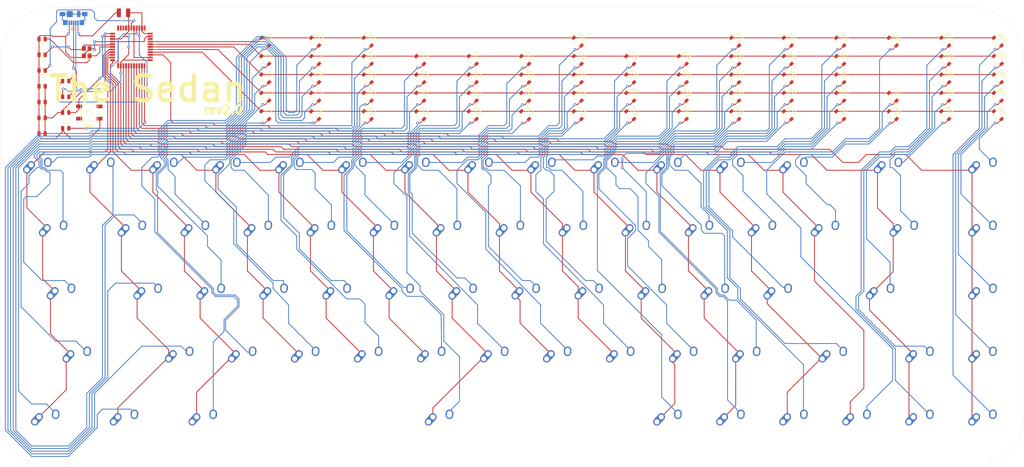
<source format=kicad_pcb>
(kicad_pcb (version 20171130) (host pcbnew "(5.1.5)-3")
  (layers (0 F.Cu signal) (31 B.Cu signal) (34 B.Paste user) (35 F.Paste user) (36 B.SilkS user) (37 F.SilkS user) (38 B.Mask user) (39 F.Mask user) (44 Edge.Cuts user))
  (net 0 "")
  (net 1 "Net-(D1-Pad2)")
  (net 2 row0)
  (net 3 "Net-(D2-Pad2)")
  (net 4 row1)
  (net 5 "Net-(D3-Pad2)")
  (net 6 row2)
  (net 7 "Net-(D4-Pad2)")
  (net 8 row3)
  (net 9 "Net-(D5-Pad2)")
  (net 10 row4)
  (net 11 "Net-(D6-Pad2)")
  (net 12 "Net-(D7-Pad2)")
  (net 13 "Net-(D8-Pad2)")
  (net 14 "Net-(D9-Pad2)")
  (net 15 "Net-(D10-Pad2)")
  (net 16 "Net-(D11-Pad2)")
  (net 17 "Net-(D12-Pad2)")
  (net 18 "Net-(D13-Pad2)")
  (net 19 "Net-(D14-Pad2)")
  (net 20 "Net-(D15-Pad2)")
  (net 21 "Net-(D16-Pad2)")
  (net 22 "Net-(D17-Pad2)")
  (net 23 "Net-(D18-Pad2)")
  (net 24 "Net-(D19-Pad2)")
  (net 25 "Net-(D20-Pad2)")
  (net 26 "Net-(D21-Pad2)")
  (net 27 "Net-(D22-Pad2)")
  (net 28 "Net-(D23-Pad2)")
  (net 29 "Net-(D24-Pad2)")
  (net 30 "Net-(D25-Pad2)")
  (net 31 "Net-(D26-Pad2)")
  (net 32 "Net-(D27-Pad2)")
  (net 33 "Net-(D28-Pad2)")
  (net 34 "Net-(D29-Pad2)")
  (net 35 "Net-(D30-Pad2)")
  (net 36 "Net-(D31-Pad2)")
  (net 37 "Net-(D32-Pad2)")
  (net 38 "Net-(D33-Pad2)")
  (net 39 "Net-(D34-Pad2)")
  (net 40 "Net-(D35-Pad2)")
  (net 41 "Net-(D36-Pad2)")
  (net 42 "Net-(D37-Pad2)")
  (net 43 "Net-(D38-Pad2)")
  (net 44 "Net-(D39-Pad2)")
  (net 45 "Net-(D40-Pad2)")
  (net 46 "Net-(D41-Pad2)")
  (net 47 "Net-(D42-Pad2)")
  (net 48 "Net-(D43-Pad2)")
  (net 49 "Net-(D44-Pad2)")
  (net 50 "Net-(D45-Pad2)")
  (net 51 "Net-(D46-Pad2)")
  (net 52 "Net-(D47-Pad2)")
  (net 53 "Net-(D48-Pad2)")
  (net 54 "Net-(D49-Pad2)")
  (net 55 "Net-(D50-Pad2)")
  (net 56 "Net-(D51-Pad2)")
  (net 57 "Net-(D52-Pad2)")
  (net 58 "Net-(D53-Pad2)")
  (net 59 "Net-(D54-Pad2)")
  (net 60 "Net-(D55-Pad2)")
  (net 61 "Net-(D56-Pad2)")
  (net 62 "Net-(D57-Pad2)")
  (net 63 "Net-(D58-Pad2)")
  (net 64 "Net-(D59-Pad2)")
  (net 65 "Net-(D60-Pad2)")
  (net 66 "Net-(D61-Pad2)")
  (net 67 "Net-(D62-Pad2)")
  (net 68 "Net-(D63-Pad2)")
  (net 69 "Net-(D64-Pad2)")
  (net 70 "Net-(D65-Pad2)")
  (net 71 "Net-(D66-Pad2)")
  (net 72 "Net-(D67-Pad2)")
  (net 73 "Net-(D68-Pad2)")
  (net 74 col0)
  (net 75 col1)
  (net 76 col2)
  (net 77 col3)
  (net 78 col4)
  (net 79 col5)
  (net 80 col6)
  (net 81 col7)
  (net 82 col8)
  (net 83 col9)
  (net 84 col10)
  (net 85 col11)
  (net 86 col12)
  (net 87 col13)
  (net 88 col14)
  (net 89 GND)
  (net 90 "Net-(C1-Pad1)")
  (net 91 "Net-(C2-Pad1)")
  (net 92 "Net-(C3-Pad1)")
  (net 93 +5V)
  (net 94 VCC)
  (net 95 D-)
  (net 96 "Net-(R1-Pad1)")
  (net 97 D+)
  (net 98 "Net-(R2-Pad1)")
  (net 99 "Net-(R3-Pad2)")
  (net 100 "Net-(R4-Pad2)")
  (net 101 "Net-(U2-Pad42)")
  (net 102 "Net-(U2-Pad1)")
  (net 103 "Net-(USB1-Pad6)")
  (net 104 "Net-(USB1-Pad2)")
  (net 105 "Net-(U2-Pad11)")
  (net 106 "Net-(U2-Pad10)")
  (net 107 "Net-(U2-Pad9)")
  (net 108 "Net-(U2-Pad8)")
  (module Fuse:Fuse_1210_3225Metric (layer F.Cu) (at 426.24375 29.36875 180)
    (fp_text reference F1 (at 0 -2.28) (layer F.SilkS))
    (fp_text value 500mA)
    (pad 2 smd roundrect (at 1.4 0 180) (size 1.25 2.65) (layers F.Cu F.Paste F.Mask) (roundrect_rratio 0.2) (net 94 VCC))
    (pad 1 smd roundrect (at -1.4 0 180) (size 1.25 2.65) (layers F.Cu F.Paste F.Mask) (roundrect_rratio 0.2) (net 93 +5V))
  )
  (module Connector_USB:USB_Micro-B_Molex_47346-0001 (layer B.Cu) (at 411.1625 30.95625)
    (fp_text reference USB1 (at 0 3.3 180) (layer B.SilkS) (effects (justify mirror)))
    (fp_text value Molex-0548190589)
    (pad 6 smd rect (at 1.55 -1.2) (size 1 1.9) (layers B.Cu B.Paste B.Mask) (net 103 "Net-(USB1-Pad6)"))
    (pad 6 smd rect (at -1.15 -1.2) (size 1.8 1.9) (layers B.Cu B.Paste B.Mask) (net 103 "Net-(USB1-Pad6)"))
    (pad 6 smd rect (at 3.375 -1.2) (size 1.65 1.3) (layers B.Cu B.Paste B.Mask) (net 103 "Net-(USB1-Pad6)"))
    (pad 6 smd rect (at -3.375 -1.2) (size 1.65 1.3) (layers B.Cu B.Paste B.Mask) (net 103 "Net-(USB1-Pad6)"))
    (pad 6 smd rect (at 2.4875 1.375) (size 1.425 1.55) (layers B.Cu B.Paste B.Mask) (net 103 "Net-(USB1-Pad6)"))
    (pad 6 smd rect (at -2.4875 1.375) (size 1.425 1.55) (layers B.Cu B.Paste B.Mask) (net 103 "Net-(USB1-Pad6)"))
    (pad 5 smd rect (at 1.3 1.46) (size 0.45 1.38) (layers B.Cu B.Paste B.Mask) (net 94 VCC))
    (pad 4 smd rect (at 0.65 1.46) (size 0.45 1.38) (layers B.Cu B.Paste B.Mask) (net 95 D-))
    (pad 3 smd rect (at 0 1.46) (size 0.45 1.38) (layers B.Cu B.Paste B.Mask) (net 97 D+))
    (pad 2 smd rect (at -0.65 1.46) (size 0.45 1.38) (layers B.Cu B.Paste B.Mask) (net 104 "Net-(USB1-Pad2)"))
    (pad 1 smd rect (at -1.3 1.46) (size 0.45 1.38) (layers B.Cu B.Paste B.Mask) (net 89 GND))
  )
  (module Crystal:Crystal_SMD_3225-4Pin_3.2x2.5mm (layer F.Cu) (at 415.13125 41.275 90)
    (fp_text reference Y1 (at 0 -2.45 90) (layer F.SilkS))
    (fp_text value 16MHz)
    (pad 4 smd rect (at -1.1 -0.85 90) (size 1.4 1.2) (layers F.Cu F.Paste F.Mask) (net 89 GND))
    (pad 3 smd rect (at 1.1 -0.85 90) (size 1.4 1.2) (layers F.Cu F.Paste F.Mask) (net 91 "Net-(C2-Pad1)"))
    (pad 2 smd rect (at 1.1 0.85 90) (size 1.4 1.2) (layers F.Cu F.Paste F.Mask) (net 89 GND))
    (pad 1 smd rect (at -1.1 0.85 90) (size 1.4 1.2) (layers F.Cu F.Paste F.Mask) (net 90 "Net-(C1-Pad1)"))
  )
  (module Capacitor_SMD:C_0805_2012Metric (layer F.Cu) (at 401.6375 37.30625 180)
    (fp_text reference C1 (at 0 -1.65) (layer F.SilkS))
    (fp_text value 22pF)
    (pad 2 smd roundrect (at 0.9375 0 180) (size 0.975 1.4) (layers F.Cu F.Paste F.Mask) (net 89 GND))
    (pad 1 smd roundrect (at -0.9375 0 180) (size 0.975 1.4) (layers F.Cu F.Paste F.Mask) (net 90 "Net-(C1-Pad1)"))
  )
  (module MX_Alps_Hybrid:MX-1U-NoLED (layer F.Cu) (at 443.70625 136.525)
    (fp_text reference MX9)
    (fp_text value MX-NoLED)
    (pad "" np_thru_hole circle (at 5.08 0 48.0996) (size 1.75 1.75) (drill 1.75) (layers *.Cu *.Mask))
    (pad "" np_thru_hole circle (at -5.08 0 48.0996) (size 1.75 1.75) (drill 1.75) (layers *.Cu *.Mask))
    (pad 1 thru_hole circle (at -2.5 -4) (size 2.25 2.25) (drill 1.47) (layers *.Cu B.Mask) (net 75 col1))
    (pad "" np_thru_hole circle (at 0 0) (size 3.9878 3.9878) (drill 3.9878) (layers *.Cu *.Mask))
    (pad 1 thru_hole oval (at -3.81 -2.54 48.0996) (size 4.211556 2.25) (drill 1.47 (offset 0.980778 0)) (layers *.Cu B.Mask) (net 75 col1))
    (pad 2 thru_hole circle (at 2.54 -5.08) (size 2.25 2.25) (drill 1.47) (layers *.Cu B.Mask) (net 14 "Net-(D9-Pad2)"))
    (pad 2 thru_hole oval (at 2.5 -4.5 86.0548) (size 2.831378 2.25) (drill 1.47 (offset 0.290689 0)) (layers *.Cu B.Mask) (net 14 "Net-(D9-Pad2)"))
  )
  (module MX_Alps_Hybrid:MX-1U-NoLED (layer F.Cu) (at 434.18125 117.475)
    (fp_text reference MX8)
    (fp_text value MX-NoLED)
    (pad "" np_thru_hole circle (at 5.08 0 48.0996) (size 1.75 1.75) (drill 1.75) (layers *.Cu *.Mask))
    (pad "" np_thru_hole circle (at -5.08 0 48.0996) (size 1.75 1.75) (drill 1.75) (layers *.Cu *.Mask))
    (pad 1 thru_hole circle (at -2.5 -4) (size 2.25 2.25) (drill 1.47) (layers *.Cu B.Mask) (net 75 col1))
    (pad "" np_thru_hole circle (at 0 0) (size 3.9878 3.9878) (drill 3.9878) (layers *.Cu *.Mask))
    (pad 1 thru_hole oval (at -3.81 -2.54 48.0996) (size 4.211556 2.25) (drill 1.47 (offset 0.980778 0)) (layers *.Cu B.Mask) (net 75 col1))
    (pad 2 thru_hole circle (at 2.54 -5.08) (size 2.25 2.25) (drill 1.47) (layers *.Cu B.Mask) (net 13 "Net-(D8-Pad2)"))
    (pad 2 thru_hole oval (at 2.5 -4.5 86.0548) (size 2.831378 2.25) (drill 1.47 (offset 0.290689 0)) (layers *.Cu B.Mask) (net 13 "Net-(D8-Pad2)"))
  )
  (module MX_Alps_Hybrid:MX-1U-NoLED (layer F.Cu) (at 429.41875 98.425)
    (fp_text reference MX7)
    (fp_text value MX-NoLED)
    (pad "" np_thru_hole circle (at 5.08 0 48.0996) (size 1.75 1.75) (drill 1.75) (layers *.Cu *.Mask))
    (pad "" np_thru_hole circle (at -5.08 0 48.0996) (size 1.75 1.75) (drill 1.75) (layers *.Cu *.Mask))
    (pad 1 thru_hole circle (at -2.5 -4) (size 2.25 2.25) (drill 1.47) (layers *.Cu B.Mask) (net 75 col1))
    (pad "" np_thru_hole circle (at 0 0) (size 3.9878 3.9878) (drill 3.9878) (layers *.Cu *.Mask))
    (pad 1 thru_hole oval (at -3.81 -2.54 48.0996) (size 4.211556 2.25) (drill 1.47 (offset 0.980778 0)) (layers *.Cu B.Mask) (net 75 col1))
    (pad 2 thru_hole circle (at 2.54 -5.08) (size 2.25 2.25) (drill 1.47) (layers *.Cu B.Mask) (net 12 "Net-(D7-Pad2)"))
    (pad 2 thru_hole oval (at 2.5 -4.5 86.0548) (size 2.831378 2.25) (drill 1.47 (offset 0.290689 0)) (layers *.Cu B.Mask) (net 12 "Net-(D7-Pad2)"))
  )
  (module MX_Alps_Hybrid:MX-1U-NoLED (layer F.Cu) (at 419.89375 79.375)
    (fp_text reference MX6)
    (fp_text value MX-NoLED)
    (pad "" np_thru_hole circle (at 5.08 0 48.0996) (size 1.75 1.75) (drill 1.75) (layers *.Cu *.Mask))
    (pad "" np_thru_hole circle (at -5.08 0 48.0996) (size 1.75 1.75) (drill 1.75) (layers *.Cu *.Mask))
    (pad 1 thru_hole circle (at -2.5 -4) (size 2.25 2.25) (drill 1.47) (layers *.Cu B.Mask) (net 75 col1))
    (pad "" np_thru_hole circle (at 0 0) (size 3.9878 3.9878) (drill 3.9878) (layers *.Cu *.Mask))
    (pad 1 thru_hole oval (at -3.81 -2.54 48.0996) (size 4.211556 2.25) (drill 1.47 (offset 0.980778 0)) (layers *.Cu B.Mask) (net 75 col1))
    (pad 2 thru_hole circle (at 2.54 -5.08) (size 2.25 2.25) (drill 1.47) (layers *.Cu B.Mask) (net 11 "Net-(D6-Pad2)"))
    (pad 2 thru_hole oval (at 2.5 -4.5 86.0548) (size 2.831378 2.25) (drill 1.47 (offset 0.290689 0)) (layers *.Cu B.Mask) (net 11 "Net-(D6-Pad2)"))
  )
  (module Package_QFP:TQFP-44_10x10mm_P0.8mm (layer F.Cu) (at 428.625 39.6875 270)
    (fp_text reference U2 (at 0 -7.45 90) (layer F.SilkS))
    (fp_text value ATmega32U4-AU)
    (pad 44 smd rect (at -4 -5.7) (size 1.5 0.55) (layers F.Cu F.Paste F.Mask) (net 93 +5V))
    (pad 43 smd rect (at -3.2 -5.7) (size 1.5 0.55) (layers F.Cu F.Paste F.Mask) (net 89 GND))
    (pad 42 smd rect (at -2.4 -5.7) (size 1.5 0.55) (layers F.Cu F.Paste F.Mask) (net 101 "Net-(U2-Pad42)"))
    (pad 41 smd rect (at -1.6 -5.7) (size 1.5 0.55) (layers F.Cu F.Paste F.Mask) (net 10 row4))
    (pad 40 smd rect (at -0.8 -5.7) (size 1.5 0.55) (layers F.Cu F.Paste F.Mask) (net 8 row3))
    (pad 39 smd rect (at 0 -5.7) (size 1.5 0.55) (layers F.Cu F.Paste F.Mask) (net 6 row2))
    (pad 38 smd rect (at 0.8 -5.7) (size 1.5 0.55) (layers F.Cu F.Paste F.Mask) (net 4 row1))
    (pad 37 smd rect (at 1.6 -5.7) (size 1.5 0.55) (layers F.Cu F.Paste F.Mask) (net 2 row0))
    (pad 36 smd rect (at 2.4 -5.7) (size 1.5 0.55) (layers F.Cu F.Paste F.Mask) (net 88 col14))
    (pad 35 smd rect (at 3.2 -5.7) (size 1.5 0.55) (layers F.Cu F.Paste F.Mask) (net 89 GND))
    (pad 34 smd rect (at 4 -5.7) (size 1.5 0.55) (layers F.Cu F.Paste F.Mask) (net 93 +5V))
    (pad 33 smd rect (at 5.7 -4 270) (size 1.5 0.55) (layers F.Cu F.Paste F.Mask) (net 100 "Net-(R4-Pad2)"))
    (pad 32 smd rect (at 5.7 -3.2 270) (size 1.5 0.55) (layers F.Cu F.Paste F.Mask) (net 87 col13))
    (pad 31 smd rect (at 5.7 -2.4 270) (size 1.5 0.55) (layers F.Cu F.Paste F.Mask) (net 86 col12))
    (pad 30 smd rect (at 5.7 -1.6 270) (size 1.5 0.55) (layers F.Cu F.Paste F.Mask) (net 85 col11))
    (pad 29 smd rect (at 5.7 -0.8 270) (size 1.5 0.55) (layers F.Cu F.Paste F.Mask) (net 84 col10))
    (pad 28 smd rect (at 5.7 0 270) (size 1.5 0.55) (layers F.Cu F.Paste F.Mask) (net 83 col9))
    (pad 27 smd rect (at 5.7 0.8 270) (size 1.5 0.55) (layers F.Cu F.Paste F.Mask) (net 82 col8))
    (pad 26 smd rect (at 5.7 1.6 270) (size 1.5 0.55) (layers F.Cu F.Paste F.Mask) (net 81 col7))
    (pad 25 smd rect (at 5.7 2.4 270) (size 1.5 0.55) (layers F.Cu F.Paste F.Mask) (net 80 col6))
    (pad 24 smd rect (at 5.7 3.2 270) (size 1.5 0.55) (layers F.Cu F.Paste F.Mask) (net 93 +5V))
    (pad 23 smd rect (at 5.7 4 270) (size 1.5 0.55) (layers F.Cu F.Paste F.Mask) (net 89 GND))
    (pad 22 smd rect (at 4 5.7) (size 1.5 0.55) (layers F.Cu F.Paste F.Mask) (net 79 col5))
    (pad 21 smd rect (at 3.2 5.7) (size 1.5 0.55) (layers F.Cu F.Paste F.Mask) (net 78 col4))
    (pad 20 smd rect (at 2.4 5.7) (size 1.5 0.55) (layers F.Cu F.Paste F.Mask) (net 77 col3))
    (pad 19 smd rect (at 1.6 5.7) (size 1.5 0.55) (layers F.Cu F.Paste F.Mask) (net 76 col2))
    (pad 18 smd rect (at 0.8 5.7) (size 1.5 0.55) (layers F.Cu F.Paste F.Mask) (net 75 col1))
    (pad 17 smd rect (at 0 5.7) (size 1.5 0.55) (layers F.Cu F.Paste F.Mask) (net 90 "Net-(C1-Pad1)"))
    (pad 16 smd rect (at -0.8 5.7) (size 1.5 0.55) (layers F.Cu F.Paste F.Mask) (net 91 "Net-(C2-Pad1)"))
    (pad 15 smd rect (at -1.6 5.7) (size 1.5 0.55) (layers F.Cu F.Paste F.Mask) (net 89 GND))
    (pad 14 smd rect (at -2.4 5.7) (size 1.5 0.55) (layers F.Cu F.Paste F.Mask) (net 93 +5V))
    (pad 13 smd rect (at -3.2 5.7) (size 1.5 0.55) (layers F.Cu F.Paste F.Mask) (net 99 "Net-(R3-Pad2)"))
    (pad 12 smd rect (at -4 5.7) (size 1.5 0.55) (layers F.Cu F.Paste F.Mask) (net 74 col0))
    (pad 11 smd rect (at -5.7 4 270) (size 1.5 0.55) (layers F.Cu F.Paste F.Mask) (net 105 "Net-(U2-Pad11)"))
    (pad 10 smd rect (at -5.7 3.2 270) (size 1.5 0.55) (layers F.Cu F.Paste F.Mask) (net 106 "Net-(U2-Pad10)"))
    (pad 9 smd rect (at -5.7 2.4 270) (size 1.5 0.55) (layers F.Cu F.Paste F.Mask) (net 107 "Net-(U2-Pad9)"))
    (pad 8 smd rect (at -5.7 1.6 270) (size 1.5 0.55) (layers F.Cu F.Paste F.Mask) (net 108 "Net-(U2-Pad8)"))
    (pad 7 smd rect (at -5.7 0.8 270) (size 1.5 0.55) (layers F.Cu F.Paste F.Mask) (net 93 +5V))
    (pad 6 smd rect (at -5.7 0 270) (size 1.5 0.55) (layers F.Cu F.Paste F.Mask) (net 92 "Net-(C3-Pad1)"))
    (pad 5 smd rect (at -5.7 -0.8 270) (size 1.5 0.55) (layers F.Cu F.Paste F.Mask) (net 89 GND))
    (pad 4 smd rect (at -5.7 -1.6 270) (size 1.5 0.55) (layers F.Cu F.Paste F.Mask) (net 98 "Net-(R2-Pad1)"))
    (pad 3 smd rect (at -5.7 -2.4 270) (size 1.5 0.55) (layers F.Cu F.Paste F.Mask) (net 96 "Net-(R1-Pad1)"))
    (pad 2 smd rect (at -5.7 -3.2 270) (size 1.5 0.55) (layers F.Cu F.Paste F.Mask) (net 93 +5V))
    (pad 1 smd rect (at -5.7 -4 270) (size 1.5 0.55) (layers F.Cu F.Paste F.Mask) (net 102 "Net-(U2-Pad1)"))
  )
  (module random-keyboard-parts:SKQG-1155865 (layer F.Cu) (at 415.925 59.53125)
    (fp_text reference SW1 (at 0 4.064) (layer F.SilkS))
    (fp_text value SW_Push)
    (pad 4 smd rect (at -3.1 1.85) (size 1.8 1.1) (layers F.Cu F.Paste F.Mask))
    (pad 3 smd rect (at 3.1 -1.85) (size 1.8 1.1) (layers F.Cu F.Paste F.Mask))
    (pad 2 smd rect (at -3.1 -1.85) (size 1.8 1.1) (layers F.Cu F.Paste F.Mask) (net 99 "Net-(R3-Pad2)"))
    (pad 1 smd rect (at 3.1 1.85) (size 1.8 1.1) (layers F.Cu F.Paste F.Mask) (net 89 GND))
  )
  (module Resistor_SMD:R_0805_2012Metric (layer F.Cu) (at 408.78125 64.29375)
    (fp_text reference R4 (at 0 -1.65) (layer F.SilkS))
    (fp_text value 10k)
    (pad 2 smd roundrect (at 0.9375 0) (size 0.975 1.4) (layers F.Cu F.Paste F.Mask) (net 100 "Net-(R4-Pad2)"))
    (pad 1 smd roundrect (at -0.9375 0) (size 0.975 1.4) (layers F.Cu F.Paste F.Mask) (net 89 GND))
  )
  (module Resistor_SMD:R_0805_2012Metric (layer F.Cu) (at 408.78125 59.53125)
    (fp_text reference R3 (at 0 -1.65) (layer F.SilkS))
    (fp_text value 10k)
    (pad 2 smd roundrect (at 0.9375 0) (size 0.975 1.4) (layers F.Cu F.Paste F.Mask) (net 99 "Net-(R3-Pad2)"))
    (pad 1 smd roundrect (at -0.9375 0) (size 0.975 1.4) (layers F.Cu F.Paste F.Mask) (net 93 +5V))
  )
  (module Resistor_SMD:R_0805_2012Metric (layer F.Cu) (at 408.78125 54.76875)
    (fp_text reference R2 (at 0 -1.65) (layer F.SilkS))
    (fp_text value 22)
    (pad 2 smd roundrect (at 0.9375 0) (size 0.975 1.4) (layers F.Cu F.Paste F.Mask) (net 97 D+))
    (pad 1 smd roundrect (at -0.9375 0) (size 0.975 1.4) (layers F.Cu F.Paste F.Mask) (net 98 "Net-(R2-Pad1)"))
  )
  (module Resistor_SMD:R_0805_2012Metric (layer F.Cu) (at 408.78125 50.00625)
    (fp_text reference R1 (at 0 -1.65) (layer F.SilkS))
    (fp_text value 22)
    (pad 2 smd roundrect (at 0.9375 0) (size 0.975 1.4) (layers F.Cu F.Paste F.Mask) (net 95 D-))
    (pad 1 smd roundrect (at -0.9375 0) (size 0.975 1.4) (layers F.Cu F.Paste F.Mask) (net 96 "Net-(R1-Pad1)"))
  )
  (module Diode_SMD:D_SOD-123 (layer F.Cu) (at 690.5625 38.1 315)
    (fp_text reference D68 (at 0 -2 135) (layer F.SilkS))
    (fp_text value D_Small)
    (pad 2 smd rect (at 1.65 0 315) (size 0.9 1.2) (layers F.Cu F.Paste F.Mask) (net 73 "Net-(D68-Pad2)"))
    (pad 1 smd rect (at -1.65 0 315) (size 0.9 1.2) (layers F.Cu F.Paste F.Mask) (net 10 row4))
  )
  (module Diode_SMD:D_SOD-123 (layer F.Cu) (at 690.5625 43.65625 315)
    (fp_text reference D67 (at 0 -2 135) (layer F.SilkS))
    (fp_text value D_Small)
    (pad 2 smd rect (at 1.65 0 315) (size 0.9 1.2) (layers F.Cu F.Paste F.Mask) (net 72 "Net-(D67-Pad2)"))
    (pad 1 smd rect (at -1.65 0 315) (size 0.9 1.2) (layers F.Cu F.Paste F.Mask) (net 8 row3))
  )
  (module Diode_SMD:D_SOD-123 (layer F.Cu) (at 690.5625 49.2125 315)
    (fp_text reference D66 (at 0 -2 135) (layer F.SilkS))
    (fp_text value D_Small)
    (pad 2 smd rect (at 1.65 0 315) (size 0.9 1.2) (layers F.Cu F.Paste F.Mask) (net 71 "Net-(D66-Pad2)"))
    (pad 1 smd rect (at -1.65 0 315) (size 0.9 1.2) (layers F.Cu F.Paste F.Mask) (net 6 row2))
  )
  (module Diode_SMD:D_SOD-123 (layer F.Cu) (at 690.5625 54.76875 315)
    (fp_text reference D65 (at 0 -2 135) (layer F.SilkS))
    (fp_text value D_Small)
    (pad 2 smd rect (at 1.65 0 315) (size 0.9 1.2) (layers F.Cu F.Paste F.Mask) (net 70 "Net-(D65-Pad2)"))
    (pad 1 smd rect (at -1.65 0 315) (size 0.9 1.2) (layers F.Cu F.Paste F.Mask) (net 4 row1))
  )
  (module Diode_SMD:D_SOD-123 (layer F.Cu) (at 690.5625 60.325 315)
    (fp_text reference D64 (at 0 -2 135) (layer F.SilkS))
    (fp_text value D_Small)
    (pad 2 smd rect (at 1.65 0 315) (size 0.9 1.2) (layers F.Cu F.Paste F.Mask) (net 69 "Net-(D64-Pad2)"))
    (pad 1 smd rect (at -1.65 0 315) (size 0.9 1.2) (layers F.Cu F.Paste F.Mask) (net 2 row0))
  )
  (module Diode_SMD:D_SOD-123 (layer F.Cu) (at 674.6875 38.1 315)
    (fp_text reference D63 (at 0 -2 135) (layer F.SilkS))
    (fp_text value D_Small)
    (pad 2 smd rect (at 1.65 0 315) (size 0.9 1.2) (layers F.Cu F.Paste F.Mask) (net 68 "Net-(D63-Pad2)"))
    (pad 1 smd rect (at -1.65 0 315) (size 0.9 1.2) (layers F.Cu F.Paste F.Mask) (net 10 row4))
  )
  (module Diode_SMD:D_SOD-123 (layer F.Cu) (at 674.6875 43.65625 315)
    (fp_text reference D62 (at 0 -2 135) (layer F.SilkS))
    (fp_text value D_Small)
    (pad 2 smd rect (at 1.65 0 315) (size 0.9 1.2) (layers F.Cu F.Paste F.Mask) (net 67 "Net-(D62-Pad2)"))
    (pad 1 smd rect (at -1.65 0 315) (size 0.9 1.2) (layers F.Cu F.Paste F.Mask) (net 8 row3))
  )
  (module Diode_SMD:D_SOD-123 (layer F.Cu) (at 674.6875 49.2125 315)
    (fp_text reference D61 (at 0 -2 135) (layer F.SilkS))
    (fp_text value D_Small)
    (pad 2 smd rect (at 1.65 0 315) (size 0.9 1.2) (layers F.Cu F.Paste F.Mask) (net 66 "Net-(D61-Pad2)"))
    (pad 1 smd rect (at -1.65 0 315) (size 0.9 1.2) (layers F.Cu F.Paste F.Mask) (net 6 row2))
  )
  (module Diode_SMD:D_SOD-123 (layer F.Cu) (at 674.6875 54.76875 315)
    (fp_text reference D60 (at 0 -2 135) (layer F.SilkS))
    (fp_text value D_Small)
    (pad 2 smd rect (at 1.65 0 315) (size 0.9 1.2) (layers F.Cu F.Paste F.Mask) (net 65 "Net-(D60-Pad2)"))
    (pad 1 smd rect (at -1.65 0 315) (size 0.9 1.2) (layers F.Cu F.Paste F.Mask) (net 4 row1))
  )
  (module Diode_SMD:D_SOD-123 (layer F.Cu) (at 674.6875 60.325 315)
    (fp_text reference D59 (at 0 -2 135) (layer F.SilkS))
    (fp_text value D_Small)
    (pad 2 smd rect (at 1.65 0 315) (size 0.9 1.2) (layers F.Cu F.Paste F.Mask) (net 64 "Net-(D59-Pad2)"))
    (pad 1 smd rect (at -1.65 0 315) (size 0.9 1.2) (layers F.Cu F.Paste F.Mask) (net 2 row0))
  )
  (module Diode_SMD:D_SOD-123 (layer F.Cu) (at 658.8125 38.1 315)
    (fp_text reference D58 (at 0 -2 135) (layer F.SilkS))
    (fp_text value D_Small)
    (pad 2 smd rect (at 1.65 0 315) (size 0.9 1.2) (layers F.Cu F.Paste F.Mask) (net 63 "Net-(D58-Pad2)"))
    (pad 1 smd rect (at -1.65 0 315) (size 0.9 1.2) (layers F.Cu F.Paste F.Mask) (net 10 row4))
  )
  (module Diode_SMD:D_SOD-123 (layer F.Cu) (at 658.8125 54.76875 315)
    (fp_text reference D57 (at 0 -2 135) (layer F.SilkS))
    (fp_text value D_Small)
    (pad 2 smd rect (at 1.65 0 315) (size 0.9 1.2) (layers F.Cu F.Paste F.Mask) (net 62 "Net-(D57-Pad2)"))
    (pad 1 smd rect (at -1.65 0 315) (size 0.9 1.2) (layers F.Cu F.Paste F.Mask) (net 4 row1))
  )
  (module Diode_SMD:D_SOD-123 (layer F.Cu) (at 658.8125 60.325 315)
    (fp_text reference D56 (at 0 -2 135) (layer F.SilkS))
    (fp_text value D_Small)
    (pad 2 smd rect (at 1.65 0 315) (size 0.9 1.2) (layers F.Cu F.Paste F.Mask) (net 61 "Net-(D56-Pad2)"))
    (pad 1 smd rect (at -1.65 0 315) (size 0.9 1.2) (layers F.Cu F.Paste F.Mask) (net 2 row0))
  )
  (module Diode_SMD:D_SOD-123 (layer F.Cu) (at 642.9375 38.1 315)
    (fp_text reference D55 (at 0 -2 135) (layer F.SilkS))
    (fp_text value D_Small)
    (pad 2 smd rect (at 1.65 0 315) (size 0.9 1.2) (layers F.Cu F.Paste F.Mask) (net 60 "Net-(D55-Pad2)"))
    (pad 1 smd rect (at -1.65 0 315) (size 0.9 1.2) (layers F.Cu F.Paste F.Mask) (net 10 row4))
  )
  (module Diode_SMD:D_SOD-123 (layer F.Cu) (at 642.9375 43.65625 315)
    (fp_text reference D54 (at 0 -2 135) (layer F.SilkS))
    (fp_text value D_Small)
    (pad 2 smd rect (at 1.65 0 315) (size 0.9 1.2) (layers F.Cu F.Paste F.Mask) (net 59 "Net-(D54-Pad2)"))
    (pad 1 smd rect (at -1.65 0 315) (size 0.9 1.2) (layers F.Cu F.Paste F.Mask) (net 8 row3))
  )
  (module Diode_SMD:D_SOD-123 (layer F.Cu) (at 642.9375 49.2125 315)
    (fp_text reference D53 (at 0 -2 135) (layer F.SilkS))
    (fp_text value D_Small)
    (pad 2 smd rect (at 1.65 0 315) (size 0.9 1.2) (layers F.Cu F.Paste F.Mask) (net 58 "Net-(D53-Pad2)"))
    (pad 1 smd rect (at -1.65 0 315) (size 0.9 1.2) (layers F.Cu F.Paste F.Mask) (net 6 row2))
  )
  (module Diode_SMD:D_SOD-123 (layer F.Cu) (at 642.9375 54.76875 315)
    (fp_text reference D52 (at 0 -2 135) (layer F.SilkS))
    (fp_text value D_Small)
    (pad 2 smd rect (at 1.65 0 315) (size 0.9 1.2) (layers F.Cu F.Paste F.Mask) (net 57 "Net-(D52-Pad2)"))
    (pad 1 smd rect (at -1.65 0 315) (size 0.9 1.2) (layers F.Cu F.Paste F.Mask) (net 4 row1))
  )
  (module Diode_SMD:D_SOD-123 (layer F.Cu) (at 642.9375 60.325 315)
    (fp_text reference D51 (at 0 -2 135) (layer F.SilkS))
    (fp_text value D_Small)
    (pad 2 smd rect (at 1.65 0 315) (size 0.9 1.2) (layers F.Cu F.Paste F.Mask) (net 56 "Net-(D51-Pad2)"))
    (pad 1 smd rect (at -1.65 0 315) (size 0.9 1.2) (layers F.Cu F.Paste F.Mask) (net 2 row0))
  )
  (module Diode_SMD:D_SOD-123 (layer F.Cu) (at 627.0625 38.1 315)
    (fp_text reference D50 (at 0 -2 135) (layer F.SilkS))
    (fp_text value D_Small)
    (pad 2 smd rect (at 1.65 0 315) (size 0.9 1.2) (layers F.Cu F.Paste F.Mask) (net 55 "Net-(D50-Pad2)"))
    (pad 1 smd rect (at -1.65 0 315) (size 0.9 1.2) (layers F.Cu F.Paste F.Mask) (net 10 row4))
  )
  (module Diode_SMD:D_SOD-123 (layer F.Cu) (at 627.0625 43.65625 315)
    (fp_text reference D49 (at 0 -2 135) (layer F.SilkS))
    (fp_text value D_Small)
    (pad 2 smd rect (at 1.65 0 315) (size 0.9 1.2) (layers F.Cu F.Paste F.Mask) (net 54 "Net-(D49-Pad2)"))
    (pad 1 smd rect (at -1.65 0 315) (size 0.9 1.2) (layers F.Cu F.Paste F.Mask) (net 8 row3))
  )
  (module Diode_SMD:D_SOD-123 (layer F.Cu) (at 627.0625 49.2125 315)
    (fp_text reference D48 (at 0 -2 135) (layer F.SilkS))
    (fp_text value D_Small)
    (pad 2 smd rect (at 1.65 0 315) (size 0.9 1.2) (layers F.Cu F.Paste F.Mask) (net 53 "Net-(D48-Pad2)"))
    (pad 1 smd rect (at -1.65 0 315) (size 0.9 1.2) (layers F.Cu F.Paste F.Mask) (net 6 row2))
  )
  (module Diode_SMD:D_SOD-123 (layer F.Cu) (at 627.0625 54.76875 315)
    (fp_text reference D47 (at 0 -2 135) (layer F.SilkS))
    (fp_text value D_Small)
    (pad 2 smd rect (at 1.65 0 315) (size 0.9 1.2) (layers F.Cu F.Paste F.Mask) (net 52 "Net-(D47-Pad2)"))
    (pad 1 smd rect (at -1.65 0 315) (size 0.9 1.2) (layers F.Cu F.Paste F.Mask) (net 4 row1))
  )
  (module Diode_SMD:D_SOD-123 (layer F.Cu) (at 627.0625 60.325 315)
    (fp_text reference D46 (at 0 -2 135) (layer F.SilkS))
    (fp_text value D_Small)
    (pad 2 smd rect (at 1.65 0 315) (size 0.9 1.2) (layers F.Cu F.Paste F.Mask) (net 51 "Net-(D46-Pad2)"))
    (pad 1 smd rect (at -1.65 0 315) (size 0.9 1.2) (layers F.Cu F.Paste F.Mask) (net 2 row0))
  )
  (module Diode_SMD:D_SOD-123 (layer F.Cu) (at 611.1875 38.1 315)
    (fp_text reference D45 (at 0 -2 135) (layer F.SilkS))
    (fp_text value D_Small)
    (pad 2 smd rect (at 1.65 0 315) (size 0.9 1.2) (layers F.Cu F.Paste F.Mask) (net 50 "Net-(D45-Pad2)"))
    (pad 1 smd rect (at -1.65 0 315) (size 0.9 1.2) (layers F.Cu F.Paste F.Mask) (net 10 row4))
  )
  (module Diode_SMD:D_SOD-123 (layer F.Cu) (at 611.1875 43.65625 315)
    (fp_text reference D44 (at 0 -2 135) (layer F.SilkS))
    (fp_text value D_Small)
    (pad 2 smd rect (at 1.65 0 315) (size 0.9 1.2) (layers F.Cu F.Paste F.Mask) (net 49 "Net-(D44-Pad2)"))
    (pad 1 smd rect (at -1.65 0 315) (size 0.9 1.2) (layers F.Cu F.Paste F.Mask) (net 8 row3))
  )
  (module Diode_SMD:D_SOD-123 (layer F.Cu) (at 611.1875 49.2125 315)
    (fp_text reference D43 (at 0 -2 135) (layer F.SilkS))
    (fp_text value D_Small)
    (pad 2 smd rect (at 1.65 0 315) (size 0.9 1.2) (layers F.Cu F.Paste F.Mask) (net 48 "Net-(D43-Pad2)"))
    (pad 1 smd rect (at -1.65 0 315) (size 0.9 1.2) (layers F.Cu F.Paste F.Mask) (net 6 row2))
  )
  (module Diode_SMD:D_SOD-123 (layer F.Cu) (at 611.1875 54.76875 315)
    (fp_text reference D42 (at 0 -2 135) (layer F.SilkS))
    (fp_text value D_Small)
    (pad 2 smd rect (at 1.65 0 315) (size 0.9 1.2) (layers F.Cu F.Paste F.Mask) (net 47 "Net-(D42-Pad2)"))
    (pad 1 smd rect (at -1.65 0 315) (size 0.9 1.2) (layers F.Cu F.Paste F.Mask) (net 4 row1))
  )
  (module Diode_SMD:D_SOD-123 (layer F.Cu) (at 611.1875 60.325 315)
    (fp_text reference D41 (at 0 -2 135) (layer F.SilkS))
    (fp_text value D_Small)
    (pad 2 smd rect (at 1.65 0 315) (size 0.9 1.2) (layers F.Cu F.Paste F.Mask) (net 46 "Net-(D41-Pad2)"))
    (pad 1 smd rect (at -1.65 0 315) (size 0.9 1.2) (layers F.Cu F.Paste F.Mask) (net 2 row0))
  )
  (module Diode_SMD:D_SOD-123 (layer F.Cu) (at 595.3125 43.65625 315)
    (fp_text reference D40 (at 0 -2 135) (layer F.SilkS))
    (fp_text value D_Small)
    (pad 2 smd rect (at 1.65 0 315) (size 0.9 1.2) (layers F.Cu F.Paste F.Mask) (net 45 "Net-(D40-Pad2)"))
    (pad 1 smd rect (at -1.65 0 315) (size 0.9 1.2) (layers F.Cu F.Paste F.Mask) (net 8 row3))
  )
  (module Diode_SMD:D_SOD-123 (layer F.Cu) (at 595.3125 49.2125 315)
    (fp_text reference D39 (at 0 -2 135) (layer F.SilkS))
    (fp_text value D_Small)
    (pad 2 smd rect (at 1.65 0 315) (size 0.9 1.2) (layers F.Cu F.Paste F.Mask) (net 44 "Net-(D39-Pad2)"))
    (pad 1 smd rect (at -1.65 0 315) (size 0.9 1.2) (layers F.Cu F.Paste F.Mask) (net 6 row2))
  )
  (module Diode_SMD:D_SOD-123 (layer F.Cu) (at 595.3125 54.76875 315)
    (fp_text reference D38 (at 0 -2 135) (layer F.SilkS))
    (fp_text value D_Small)
    (pad 2 smd rect (at 1.65 0 315) (size 0.9 1.2) (layers F.Cu F.Paste F.Mask) (net 43 "Net-(D38-Pad2)"))
    (pad 1 smd rect (at -1.65 0 315) (size 0.9 1.2) (layers F.Cu F.Paste F.Mask) (net 4 row1))
  )
  (module Diode_SMD:D_SOD-123 (layer F.Cu) (at 595.3125 60.325 315)
    (fp_text reference D37 (at 0 -2 135) (layer F.SilkS))
    (fp_text value D_Small)
    (pad 2 smd rect (at 1.65 0 315) (size 0.9 1.2) (layers F.Cu F.Paste F.Mask) (net 42 "Net-(D37-Pad2)"))
    (pad 1 smd rect (at -1.65 0 315) (size 0.9 1.2) (layers F.Cu F.Paste F.Mask) (net 2 row0))
  )
  (module Diode_SMD:D_SOD-123 (layer F.Cu) (at 579.4375 43.65625 315)
    (fp_text reference D36 (at 0 -2 135) (layer F.SilkS))
    (fp_text value D_Small)
    (pad 2 smd rect (at 1.65 0 315) (size 0.9 1.2) (layers F.Cu F.Paste F.Mask) (net 41 "Net-(D36-Pad2)"))
    (pad 1 smd rect (at -1.65 0 315) (size 0.9 1.2) (layers F.Cu F.Paste F.Mask) (net 8 row3))
  )
  (module Diode_SMD:D_SOD-123 (layer F.Cu) (at 579.4375 49.2125 315)
    (fp_text reference D35 (at 0 -2 135) (layer F.SilkS))
    (fp_text value D_Small)
    (pad 2 smd rect (at 1.65 0 315) (size 0.9 1.2) (layers F.Cu F.Paste F.Mask) (net 40 "Net-(D35-Pad2)"))
    (pad 1 smd rect (at -1.65 0 315) (size 0.9 1.2) (layers F.Cu F.Paste F.Mask) (net 6 row2))
  )
  (module Diode_SMD:D_SOD-123 (layer F.Cu) (at 579.4375 54.76875 315)
    (fp_text reference D34 (at 0 -2 135) (layer F.SilkS))
    (fp_text value D_Small)
    (pad 2 smd rect (at 1.65 0 315) (size 0.9 1.2) (layers F.Cu F.Paste F.Mask) (net 39 "Net-(D34-Pad2)"))
    (pad 1 smd rect (at -1.65 0 315) (size 0.9 1.2) (layers F.Cu F.Paste F.Mask) (net 4 row1))
  )
  (module Diode_SMD:D_SOD-123 (layer F.Cu) (at 579.4375 60.325 315)
    (fp_text reference D33 (at 0 -2 135) (layer F.SilkS))
    (fp_text value D_Small)
    (pad 2 smd rect (at 1.65 0 315) (size 0.9 1.2) (layers F.Cu F.Paste F.Mask) (net 38 "Net-(D33-Pad2)"))
    (pad 1 smd rect (at -1.65 0 315) (size 0.9 1.2) (layers F.Cu F.Paste F.Mask) (net 2 row0))
  )
  (module Diode_SMD:D_SOD-123 (layer F.Cu) (at 563.5625 38.1 315)
    (fp_text reference D32 (at 0 -2 135) (layer F.SilkS))
    (fp_text value D_Small)
    (pad 2 smd rect (at 1.65 0 315) (size 0.9 1.2) (layers F.Cu F.Paste F.Mask) (net 37 "Net-(D32-Pad2)"))
    (pad 1 smd rect (at -1.65 0 315) (size 0.9 1.2) (layers F.Cu F.Paste F.Mask) (net 10 row4))
  )
  (module Diode_SMD:D_SOD-123 (layer F.Cu) (at 563.5625 43.65625 315)
    (fp_text reference D31 (at 0 -2 135) (layer F.SilkS))
    (fp_text value D_Small)
    (pad 2 smd rect (at 1.65 0 315) (size 0.9 1.2) (layers F.Cu F.Paste F.Mask) (net 36 "Net-(D31-Pad2)"))
    (pad 1 smd rect (at -1.65 0 315) (size 0.9 1.2) (layers F.Cu F.Paste F.Mask) (net 8 row3))
  )
  (module Diode_SMD:D_SOD-123 (layer F.Cu) (at 563.5625 49.2125 315)
    (fp_text reference D30 (at 0 -2 135) (layer F.SilkS))
    (fp_text value D_Small)
    (pad 2 smd rect (at 1.65 0 315) (size 0.9 1.2) (layers F.Cu F.Paste F.Mask) (net 35 "Net-(D30-Pad2)"))
    (pad 1 smd rect (at -1.65 0 315) (size 0.9 1.2) (layers F.Cu F.Paste F.Mask) (net 6 row2))
  )
  (module Diode_SMD:D_SOD-123 (layer F.Cu) (at 563.5625 54.76875 315)
    (fp_text reference D29 (at 0 -2 135) (layer F.SilkS))
    (fp_text value D_Small)
    (pad 2 smd rect (at 1.65 0 315) (size 0.9 1.2) (layers F.Cu F.Paste F.Mask) (net 34 "Net-(D29-Pad2)"))
    (pad 1 smd rect (at -1.65 0 315) (size 0.9 1.2) (layers F.Cu F.Paste F.Mask) (net 4 row1))
  )
  (module Diode_SMD:D_SOD-123 (layer F.Cu) (at 563.5625 60.325 315)
    (fp_text reference D28 (at 0 -2 135) (layer F.SilkS))
    (fp_text value D_Small)
    (pad 2 smd rect (at 1.65 0 315) (size 0.9 1.2) (layers F.Cu F.Paste F.Mask) (net 33 "Net-(D28-Pad2)"))
    (pad 1 smd rect (at -1.65 0 315) (size 0.9 1.2) (layers F.Cu F.Paste F.Mask) (net 2 row0))
  )
  (module Diode_SMD:D_SOD-123 (layer F.Cu) (at 547.6875 43.65625 315)
    (fp_text reference D27 (at 0 -2 135) (layer F.SilkS))
    (fp_text value D_Small)
    (pad 2 smd rect (at 1.65 0 315) (size 0.9 1.2) (layers F.Cu F.Paste F.Mask) (net 32 "Net-(D27-Pad2)"))
    (pad 1 smd rect (at -1.65 0 315) (size 0.9 1.2) (layers F.Cu F.Paste F.Mask) (net 8 row3))
  )
  (module Diode_SMD:D_SOD-123 (layer F.Cu) (at 547.6875 49.2125 315)
    (fp_text reference D26 (at 0 -2 135) (layer F.SilkS))
    (fp_text value D_Small)
    (pad 2 smd rect (at 1.65 0 315) (size 0.9 1.2) (layers F.Cu F.Paste F.Mask) (net 31 "Net-(D26-Pad2)"))
    (pad 1 smd rect (at -1.65 0 315) (size 0.9 1.2) (layers F.Cu F.Paste F.Mask) (net 6 row2))
  )
  (module Diode_SMD:D_SOD-123 (layer F.Cu) (at 547.6875 54.76875 315)
    (fp_text reference D25 (at 0 -2 135) (layer F.SilkS))
    (fp_text value D_Small)
    (pad 2 smd rect (at 1.65 0 315) (size 0.9 1.2) (layers F.Cu F.Paste F.Mask) (net 30 "Net-(D25-Pad2)"))
    (pad 1 smd rect (at -1.65 0 315) (size 0.9 1.2) (layers F.Cu F.Paste F.Mask) (net 4 row1))
  )
  (module Diode_SMD:D_SOD-123 (layer F.Cu) (at 547.6875 60.325 315)
    (fp_text reference D24 (at 0 -2 135) (layer F.SilkS))
    (fp_text value D_Small)
    (pad 2 smd rect (at 1.65 0 315) (size 0.9 1.2) (layers F.Cu F.Paste F.Mask) (net 29 "Net-(D24-Pad2)"))
    (pad 1 smd rect (at -1.65 0 315) (size 0.9 1.2) (layers F.Cu F.Paste F.Mask) (net 2 row0))
  )
  (module Diode_SMD:D_SOD-123 (layer F.Cu) (at 531.8125 43.65625 315)
    (fp_text reference D23 (at 0 -2 135) (layer F.SilkS))
    (fp_text value D_Small)
    (pad 2 smd rect (at 1.65 0 315) (size 0.9 1.2) (layers F.Cu F.Paste F.Mask) (net 28 "Net-(D23-Pad2)"))
    (pad 1 smd rect (at -1.65 0 315) (size 0.9 1.2) (layers F.Cu F.Paste F.Mask) (net 8 row3))
  )
  (module Diode_SMD:D_SOD-123 (layer F.Cu) (at 531.8125 49.2125 315)
    (fp_text reference D22 (at 0 -2 135) (layer F.SilkS))
    (fp_text value D_Small)
    (pad 2 smd rect (at 1.65 0 315) (size 0.9 1.2) (layers F.Cu F.Paste F.Mask) (net 27 "Net-(D22-Pad2)"))
    (pad 1 smd rect (at -1.65 0 315) (size 0.9 1.2) (layers F.Cu F.Paste F.Mask) (net 6 row2))
  )
  (module Diode_SMD:D_SOD-123 (layer F.Cu) (at 531.8125 54.76875 315)
    (fp_text reference D21 (at 0 -2 135) (layer F.SilkS))
    (fp_text value D_Small)
    (pad 2 smd rect (at 1.65 0 315) (size 0.9 1.2) (layers F.Cu F.Paste F.Mask) (net 26 "Net-(D21-Pad2)"))
    (pad 1 smd rect (at -1.65 0 315) (size 0.9 1.2) (layers F.Cu F.Paste F.Mask) (net 4 row1))
  )
  (module Diode_SMD:D_SOD-123 (layer F.Cu) (at 531.8125 60.325 315)
    (fp_text reference D20 (at 0 -2 135) (layer F.SilkS))
    (fp_text value D_Small)
    (pad 2 smd rect (at 1.65 0 315) (size 0.9 1.2) (layers F.Cu F.Paste F.Mask) (net 25 "Net-(D20-Pad2)"))
    (pad 1 smd rect (at -1.65 0 315) (size 0.9 1.2) (layers F.Cu F.Paste F.Mask) (net 2 row0))
  )
  (module Diode_SMD:D_SOD-123 (layer F.Cu) (at 515.9375 43.65625 315)
    (fp_text reference D19 (at 0 -2 135) (layer F.SilkS))
    (fp_text value D_Small)
    (pad 2 smd rect (at 1.65 0 315) (size 0.9 1.2) (layers F.Cu F.Paste F.Mask) (net 24 "Net-(D19-Pad2)"))
    (pad 1 smd rect (at -1.65 0 315) (size 0.9 1.2) (layers F.Cu F.Paste F.Mask) (net 8 row3))
  )
  (module Diode_SMD:D_SOD-123 (layer F.Cu) (at 515.9375 49.2125 315)
    (fp_text reference D18 (at 0 -2 135) (layer F.SilkS))
    (fp_text value D_Small)
    (pad 2 smd rect (at 1.65 0 315) (size 0.9 1.2) (layers F.Cu F.Paste F.Mask) (net 23 "Net-(D18-Pad2)"))
    (pad 1 smd rect (at -1.65 0 315) (size 0.9 1.2) (layers F.Cu F.Paste F.Mask) (net 6 row2))
  )
  (module Diode_SMD:D_SOD-123 (layer F.Cu) (at 515.9375 54.76875 315)
    (fp_text reference D17 (at 0 -2 135) (layer F.SilkS))
    (fp_text value D_Small)
    (pad 2 smd rect (at 1.65 0 315) (size 0.9 1.2) (layers F.Cu F.Paste F.Mask) (net 22 "Net-(D17-Pad2)"))
    (pad 1 smd rect (at -1.65 0 315) (size 0.9 1.2) (layers F.Cu F.Paste F.Mask) (net 4 row1))
  )
  (module Diode_SMD:D_SOD-123 (layer F.Cu) (at 515.9375 60.325 315)
    (fp_text reference D16 (at 0 -2 135) (layer F.SilkS))
    (fp_text value D_Small)
    (pad 2 smd rect (at 1.65 0 315) (size 0.9 1.2) (layers F.Cu F.Paste F.Mask) (net 21 "Net-(D16-Pad2)"))
    (pad 1 smd rect (at -1.65 0 315) (size 0.9 1.2) (layers F.Cu F.Paste F.Mask) (net 2 row0))
  )
  (module Diode_SMD:D_SOD-123 (layer F.Cu) (at 500.0625 38.1 315)
    (fp_text reference D15 (at 0 -2 135) (layer F.SilkS))
    (fp_text value D_Small)
    (pad 2 smd rect (at 1.65 0 315) (size 0.9 1.2) (layers F.Cu F.Paste F.Mask) (net 20 "Net-(D15-Pad2)"))
    (pad 1 smd rect (at -1.65 0 315) (size 0.9 1.2) (layers F.Cu F.Paste F.Mask) (net 10 row4))
  )
  (module Diode_SMD:D_SOD-123 (layer F.Cu) (at 500.0625 43.65625 315)
    (fp_text reference D14 (at 0 -2 135) (layer F.SilkS))
    (fp_text value D_Small)
    (pad 2 smd rect (at 1.65 0 315) (size 0.9 1.2) (layers F.Cu F.Paste F.Mask) (net 19 "Net-(D14-Pad2)"))
    (pad 1 smd rect (at -1.65 0 315) (size 0.9 1.2) (layers F.Cu F.Paste F.Mask) (net 8 row3))
  )
  (module Diode_SMD:D_SOD-123 (layer F.Cu) (at 500.0625 49.2125 315)
    (fp_text reference D13 (at 0 -2 135) (layer F.SilkS))
    (fp_text value D_Small)
    (pad 2 smd rect (at 1.65 0 315) (size 0.9 1.2) (layers F.Cu F.Paste F.Mask) (net 18 "Net-(D13-Pad2)"))
    (pad 1 smd rect (at -1.65 0 315) (size 0.9 1.2) (layers F.Cu F.Paste F.Mask) (net 6 row2))
  )
  (module Diode_SMD:D_SOD-123 (layer F.Cu) (at 500.0625 54.76875 315)
    (fp_text reference D12 (at 0 -2 135) (layer F.SilkS))
    (fp_text value D_Small)
    (pad 2 smd rect (at 1.65 0 315) (size 0.9 1.2) (layers F.Cu F.Paste F.Mask) (net 17 "Net-(D12-Pad2)"))
    (pad 1 smd rect (at -1.65 0 315) (size 0.9 1.2) (layers F.Cu F.Paste F.Mask) (net 4 row1))
  )
  (module Diode_SMD:D_SOD-123 (layer F.Cu) (at 500.0625 60.325 315)
    (fp_text reference D11 (at 0 -2 135) (layer F.SilkS))
    (fp_text value D_Small)
    (pad 2 smd rect (at 1.65 0 315) (size 0.9 1.2) (layers F.Cu F.Paste F.Mask) (net 16 "Net-(D11-Pad2)"))
    (pad 1 smd rect (at -1.65 0 315) (size 0.9 1.2) (layers F.Cu F.Paste F.Mask) (net 2 row0))
  )
  (module Diode_SMD:D_SOD-123 (layer F.Cu) (at 484.1875 38.1 315)
    (fp_text reference D10 (at 0 -2 135) (layer F.SilkS))
    (fp_text value D_Small)
    (pad 2 smd rect (at 1.65 0 315) (size 0.9 1.2) (layers F.Cu F.Paste F.Mask) (net 15 "Net-(D10-Pad2)"))
    (pad 1 smd rect (at -1.65 0 315) (size 0.9 1.2) (layers F.Cu F.Paste F.Mask) (net 10 row4))
  )
  (module Diode_SMD:D_SOD-123 (layer F.Cu) (at 484.1875 43.65625 315)
    (fp_text reference D9 (at 0 -2 135) (layer F.SilkS))
    (fp_text value D_Small)
    (pad 2 smd rect (at 1.65 0 315) (size 0.9 1.2) (layers F.Cu F.Paste F.Mask) (net 14 "Net-(D9-Pad2)"))
    (pad 1 smd rect (at -1.65 0 315) (size 0.9 1.2) (layers F.Cu F.Paste F.Mask) (net 8 row3))
  )
  (module Diode_SMD:D_SOD-123 (layer F.Cu) (at 484.1875 49.2125 315)
    (fp_text reference D8 (at 0 -2 135) (layer F.SilkS))
    (fp_text value D_Small)
    (pad 2 smd rect (at 1.65 0 315) (size 0.9 1.2) (layers F.Cu F.Paste F.Mask) (net 13 "Net-(D8-Pad2)"))
    (pad 1 smd rect (at -1.65 0 315) (size 0.9 1.2) (layers F.Cu F.Paste F.Mask) (net 6 row2))
  )
  (module Diode_SMD:D_SOD-123 (layer F.Cu) (at 484.1875 54.76875 315)
    (fp_text reference D7 (at 0 -2 135) (layer F.SilkS))
    (fp_text value D_Small)
    (pad 2 smd rect (at 1.65 0 315) (size 0.9 1.2) (layers F.Cu F.Paste F.Mask) (net 12 "Net-(D7-Pad2)"))
    (pad 1 smd rect (at -1.65 0 315) (size 0.9 1.2) (layers F.Cu F.Paste F.Mask) (net 4 row1))
  )
  (module Diode_SMD:D_SOD-123 (layer F.Cu) (at 484.1875 60.325 315)
    (fp_text reference D6 (at 0 -2 135) (layer F.SilkS))
    (fp_text value D_Small)
    (pad 2 smd rect (at 1.65 0 315) (size 0.9 1.2) (layers F.Cu F.Paste F.Mask) (net 11 "Net-(D6-Pad2)"))
    (pad 1 smd rect (at -1.65 0 315) (size 0.9 1.2) (layers F.Cu F.Paste F.Mask) (net 2 row0))
  )
  (module Diode_SMD:D_SOD-123 (layer F.Cu) (at 469.10625 38.1 315)
    (fp_text reference D5 (at 0 -2.000001 135) (layer F.SilkS))
    (fp_text value D_Small)
    (pad 2 smd rect (at 1.65 0 315) (size 0.9 1.2) (layers F.Cu F.Paste F.Mask) (net 9 "Net-(D5-Pad2)"))
    (pad 1 smd rect (at -1.65 0 315) (size 0.9 1.2) (layers F.Cu F.Paste F.Mask) (net 10 row4))
  )
  (module Diode_SMD:D_SOD-123 (layer F.Cu) (at 469.10625 43.65625 315)
    (fp_text reference D4 (at 0 -2 135) (layer F.SilkS))
    (fp_text value D_Small)
    (pad 2 smd rect (at 1.65 0 315) (size 0.9 1.2) (layers F.Cu F.Paste F.Mask) (net 7 "Net-(D4-Pad2)"))
    (pad 1 smd rect (at -1.65 0 315) (size 0.9 1.2) (layers F.Cu F.Paste F.Mask) (net 8 row3))
  )
  (module Diode_SMD:D_SOD-123 (layer F.Cu) (at 469.10625 49.2125 315)
    (fp_text reference D3 (at 0 -2 135) (layer F.SilkS))
    (fp_text value D_Small)
    (pad 2 smd rect (at 1.65 0 315) (size 0.9 1.2) (layers F.Cu F.Paste F.Mask) (net 5 "Net-(D3-Pad2)"))
    (pad 1 smd rect (at -1.65 0 315) (size 0.9 1.2) (layers F.Cu F.Paste F.Mask) (net 6 row2))
  )
  (module Diode_SMD:D_SOD-123 (layer F.Cu) (at 469.10625 54.76875 315)
    (fp_text reference D2 (at 0 -2 135) (layer F.SilkS))
    (fp_text value D_Small)
    (pad 2 smd rect (at 1.65 0 315) (size 0.9 1.2) (layers F.Cu F.Paste F.Mask) (net 3 "Net-(D2-Pad2)"))
    (pad 1 smd rect (at -1.65 0 315) (size 0.9 1.2) (layers F.Cu F.Paste F.Mask) (net 4 row1))
  )
  (module Diode_SMD:D_SOD-123 (layer F.Cu) (at 469.10625 60.325 315)
    (fp_text reference D1 (at 0 -2 135) (layer F.SilkS))
    (fp_text value D_Small)
    (pad 2 smd rect (at 1.65 0 315) (size 0.9 1.2) (layers F.Cu F.Paste F.Mask) (net 1 "Net-(D1-Pad2)"))
    (pad 1 smd rect (at -1.65 0 315) (size 0.9 1.2) (layers F.Cu F.Paste F.Mask) (net 2 row0))
  )
  (module Capacitor_SMD:C_0805_2012Metric (layer F.Cu) (at 401.6375 65.88125 180)
    (fp_text reference C7 (at 0 -1.65) (layer F.SilkS))
    (fp_text value 10uF)
    (pad 2 smd roundrect (at 0.9375 0 180) (size 0.975 1.4) (layers F.Cu F.Paste F.Mask) (net 89 GND))
    (pad 1 smd roundrect (at -0.9375 0 180) (size 0.975 1.4) (layers F.Cu F.Paste F.Mask) (net 93 +5V))
  )
  (module Capacitor_SMD:C_0805_2012Metric (layer F.Cu) (at 401.6375 61.11875 180)
    (fp_text reference C6 (at 0 -1.65) (layer F.SilkS))
    (fp_text value 0.1uF)
    (pad 2 smd roundrect (at 0.9375 0 180) (size 0.975 1.4) (layers F.Cu F.Paste F.Mask) (net 89 GND))
    (pad 1 smd roundrect (at -0.9375 0 180) (size 0.975 1.4) (layers F.Cu F.Paste F.Mask) (net 93 +5V))
  )
  (module Capacitor_SMD:C_0805_2012Metric (layer F.Cu) (at 401.6375 56.35625 180)
    (fp_text reference C5 (at 0 -1.65) (layer F.SilkS))
    (fp_text value 0.1uF)
    (pad 2 smd roundrect (at 0.9375 0 180) (size 0.975 1.4) (layers F.Cu F.Paste F.Mask) (net 89 GND))
    (pad 1 smd roundrect (at -0.9375 0 180) (size 0.975 1.4) (layers F.Cu F.Paste F.Mask) (net 93 +5V))
  )
  (module Capacitor_SMD:C_0805_2012Metric (layer F.Cu) (at 401.6375 51.59375 180)
    (fp_text reference C4 (at 0 -1.65) (layer F.SilkS))
    (fp_text value 0.1uF)
    (pad 2 smd roundrect (at 0.9375 0 180) (size 0.975 1.4) (layers F.Cu F.Paste F.Mask) (net 89 GND))
    (pad 1 smd roundrect (at -0.9375 0 180) (size 0.975 1.4) (layers F.Cu F.Paste F.Mask) (net 93 +5V))
  )
  (module Capacitor_SMD:C_0805_2012Metric (layer F.Cu) (at 401.6375 46.83125 180)
    (fp_text reference C3 (at 0 -1.65) (layer F.SilkS))
    (fp_text value 1uF)
    (pad 2 smd roundrect (at 0.9375 0 180) (size 0.975 1.4) (layers F.Cu F.Paste F.Mask) (net 89 GND))
    (pad 1 smd roundrect (at -0.9375 0 180) (size 0.975 1.4) (layers F.Cu F.Paste F.Mask) (net 92 "Net-(C3-Pad1)"))
  )
  (module Capacitor_SMD:C_0805_2012Metric (layer F.Cu) (at 401.6375 42.06875 180)
    (fp_text reference C2 (at 0 -1.65) (layer F.SilkS))
    (fp_text value 22pF)
    (pad 2 smd roundrect (at 0.9375 0 180) (size 0.975 1.4) (layers F.Cu F.Paste F.Mask) (net 89 GND))
    (pad 1 smd roundrect (at -0.9375 0 180) (size 0.975 1.4) (layers F.Cu F.Paste F.Mask) (net 91 "Net-(C2-Pad1)"))
  )
  (module MX_Alps_Hybrid:MX-1U-NoLED (layer F.Cu) (at 686.59375 155.575)
    (fp_text reference MX68)
    (fp_text value MX-NoLED)
    (pad "" np_thru_hole circle (at 5.08 0 48.0996) (size 1.75 1.75) (drill 1.75) (layers *.Cu *.Mask))
    (pad "" np_thru_hole circle (at -5.08 0 48.0996) (size 1.75 1.75) (drill 1.75) (layers *.Cu *.Mask))
    (pad 1 thru_hole circle (at -2.5 -4) (size 2.25 2.25) (drill 1.47) (layers *.Cu B.Mask) (net 88 col14))
    (pad "" np_thru_hole circle (at 0 0) (size 3.9878 3.9878) (drill 3.9878) (layers *.Cu *.Mask))
    (pad 1 thru_hole oval (at -3.81 -2.54 48.0996) (size 4.211556 2.25) (drill 1.47 (offset 0.980778 0)) (layers *.Cu B.Mask) (net 88 col14))
    (pad 2 thru_hole circle (at 2.54 -5.08) (size 2.25 2.25) (drill 1.47) (layers *.Cu B.Mask) (net 73 "Net-(D68-Pad2)"))
    (pad 2 thru_hole oval (at 2.5 -4.5 86.0548) (size 2.831378 2.25) (drill 1.47 (offset 0.290689 0)) (layers *.Cu B.Mask) (net 73 "Net-(D68-Pad2)"))
  )
  (module MX_Alps_Hybrid:MX-1U-NoLED (layer F.Cu) (at 686.59375 136.525)
    (fp_text reference MX67)
    (fp_text value MX-NoLED)
    (pad "" np_thru_hole circle (at 5.08 0 48.0996) (size 1.75 1.75) (drill 1.75) (layers *.Cu *.Mask))
    (pad "" np_thru_hole circle (at -5.08 0 48.0996) (size 1.75 1.75) (drill 1.75) (layers *.Cu *.Mask))
    (pad 1 thru_hole circle (at -2.5 -4) (size 2.25 2.25) (drill 1.47) (layers *.Cu B.Mask) (net 88 col14))
    (pad "" np_thru_hole circle (at 0 0) (size 3.9878 3.9878) (drill 3.9878) (layers *.Cu *.Mask))
    (pad 1 thru_hole oval (at -3.81 -2.54 48.0996) (size 4.211556 2.25) (drill 1.47 (offset 0.980778 0)) (layers *.Cu B.Mask) (net 88 col14))
    (pad 2 thru_hole circle (at 2.54 -5.08) (size 2.25 2.25) (drill 1.47) (layers *.Cu B.Mask) (net 72 "Net-(D67-Pad2)"))
    (pad 2 thru_hole oval (at 2.5 -4.5 86.0548) (size 2.831378 2.25) (drill 1.47 (offset 0.290689 0)) (layers *.Cu B.Mask) (net 72 "Net-(D67-Pad2)"))
  )
  (module MX_Alps_Hybrid:MX-1U-NoLED (layer F.Cu) (at 686.59375 117.475)
    (fp_text reference MX66)
    (fp_text value MX-NoLED)
    (pad "" np_thru_hole circle (at 5.08 0 48.0996) (size 1.75 1.75) (drill 1.75) (layers *.Cu *.Mask))
    (pad "" np_thru_hole circle (at -5.08 0 48.0996) (size 1.75 1.75) (drill 1.75) (layers *.Cu *.Mask))
    (pad 1 thru_hole circle (at -2.5 -4) (size 2.25 2.25) (drill 1.47) (layers *.Cu B.Mask) (net 88 col14))
    (pad "" np_thru_hole circle (at 0 0) (size 3.9878 3.9878) (drill 3.9878) (layers *.Cu *.Mask))
    (pad 1 thru_hole oval (at -3.81 -2.54 48.0996) (size 4.211556 2.25) (drill 1.47 (offset 0.980778 0)) (layers *.Cu B.Mask) (net 88 col14))
    (pad 2 thru_hole circle (at 2.54 -5.08) (size 2.25 2.25) (drill 1.47) (layers *.Cu B.Mask) (net 71 "Net-(D66-Pad2)"))
    (pad 2 thru_hole oval (at 2.5 -4.5 86.0548) (size 2.831378 2.25) (drill 1.47 (offset 0.290689 0)) (layers *.Cu B.Mask) (net 71 "Net-(D66-Pad2)"))
  )
  (module MX_Alps_Hybrid:MX-1U-NoLED (layer F.Cu) (at 686.59375 98.425)
    (fp_text reference MX65)
    (fp_text value MX-NoLED)
    (pad "" np_thru_hole circle (at 5.08 0 48.0996) (size 1.75 1.75) (drill 1.75) (layers *.Cu *.Mask))
    (pad "" np_thru_hole circle (at -5.08 0 48.0996) (size 1.75 1.75) (drill 1.75) (layers *.Cu *.Mask))
    (pad 1 thru_hole circle (at -2.5 -4) (size 2.25 2.25) (drill 1.47) (layers *.Cu B.Mask) (net 88 col14))
    (pad "" np_thru_hole circle (at 0 0) (size 3.9878 3.9878) (drill 3.9878) (layers *.Cu *.Mask))
    (pad 1 thru_hole oval (at -3.81 -2.54 48.0996) (size 4.211556 2.25) (drill 1.47 (offset 0.980778 0)) (layers *.Cu B.Mask) (net 88 col14))
    (pad 2 thru_hole circle (at 2.54 -5.08) (size 2.25 2.25) (drill 1.47) (layers *.Cu B.Mask) (net 70 "Net-(D65-Pad2)"))
    (pad 2 thru_hole oval (at 2.5 -4.5 86.0548) (size 2.831378 2.25) (drill 1.47 (offset 0.290689 0)) (layers *.Cu B.Mask) (net 70 "Net-(D65-Pad2)"))
  )
  (module MX_Alps_Hybrid:MX-1U-NoLED (layer F.Cu) (at 686.59375 79.375)
    (fp_text reference MX64)
    (fp_text value MX-NoLED)
    (pad "" np_thru_hole circle (at 5.08 0 48.0996) (size 1.75 1.75) (drill 1.75) (layers *.Cu *.Mask))
    (pad "" np_thru_hole circle (at -5.08 0 48.0996) (size 1.75 1.75) (drill 1.75) (layers *.Cu *.Mask))
    (pad 1 thru_hole circle (at -2.5 -4) (size 2.25 2.25) (drill 1.47) (layers *.Cu B.Mask) (net 88 col14))
    (pad "" np_thru_hole circle (at 0 0) (size 3.9878 3.9878) (drill 3.9878) (layers *.Cu *.Mask))
    (pad 1 thru_hole oval (at -3.81 -2.54 48.0996) (size 4.211556 2.25) (drill 1.47 (offset 0.980778 0)) (layers *.Cu B.Mask) (net 88 col14))
    (pad 2 thru_hole circle (at 2.54 -5.08) (size 2.25 2.25) (drill 1.47) (layers *.Cu B.Mask) (net 69 "Net-(D64-Pad2)"))
    (pad 2 thru_hole oval (at 2.5 -4.5 86.0548) (size 2.831378 2.25) (drill 1.47 (offset 0.290689 0)) (layers *.Cu B.Mask) (net 69 "Net-(D64-Pad2)"))
  )
  (module MX_Alps_Hybrid:MX-1U-NoLED (layer F.Cu) (at 667.54375 155.575)
    (fp_text reference MX63)
    (fp_text value MX-NoLED)
    (pad "" np_thru_hole circle (at 5.08 0 48.0996) (size 1.75 1.75) (drill 1.75) (layers *.Cu *.Mask))
    (pad "" np_thru_hole circle (at -5.08 0 48.0996) (size 1.75 1.75) (drill 1.75) (layers *.Cu *.Mask))
    (pad 1 thru_hole circle (at -2.5 -4) (size 2.25 2.25) (drill 1.47) (layers *.Cu B.Mask) (net 87 col13))
    (pad "" np_thru_hole circle (at 0 0) (size 3.9878 3.9878) (drill 3.9878) (layers *.Cu *.Mask))
    (pad 1 thru_hole oval (at -3.81 -2.54 48.0996) (size 4.211556 2.25) (drill 1.47 (offset 0.980778 0)) (layers *.Cu B.Mask) (net 87 col13))
    (pad 2 thru_hole circle (at 2.54 -5.08) (size 2.25 2.25) (drill 1.47) (layers *.Cu B.Mask) (net 68 "Net-(D63-Pad2)"))
    (pad 2 thru_hole oval (at 2.5 -4.5 86.0548) (size 2.831378 2.25) (drill 1.47 (offset 0.290689 0)) (layers *.Cu B.Mask) (net 68 "Net-(D63-Pad2)"))
  )
  (module MX_Alps_Hybrid:MX-1U-NoLED (layer F.Cu) (at 667.54375 136.525)
    (fp_text reference MX62)
    (fp_text value MX-NoLED)
    (pad "" np_thru_hole circle (at 5.08 0 48.0996) (size 1.75 1.75) (drill 1.75) (layers *.Cu *.Mask))
    (pad "" np_thru_hole circle (at -5.08 0 48.0996) (size 1.75 1.75) (drill 1.75) (layers *.Cu *.Mask))
    (pad 1 thru_hole circle (at -2.5 -4) (size 2.25 2.25) (drill 1.47) (layers *.Cu B.Mask) (net 87 col13))
    (pad "" np_thru_hole circle (at 0 0) (size 3.9878 3.9878) (drill 3.9878) (layers *.Cu *.Mask))
    (pad 1 thru_hole oval (at -3.81 -2.54 48.0996) (size 4.211556 2.25) (drill 1.47 (offset 0.980778 0)) (layers *.Cu B.Mask) (net 87 col13))
    (pad 2 thru_hole circle (at 2.54 -5.08) (size 2.25 2.25) (drill 1.47) (layers *.Cu B.Mask) (net 67 "Net-(D62-Pad2)"))
    (pad 2 thru_hole oval (at 2.5 -4.5 86.0548) (size 2.831378 2.25) (drill 1.47 (offset 0.290689 0)) (layers *.Cu B.Mask) (net 67 "Net-(D62-Pad2)"))
  )
  (module MX_Alps_Hybrid:MX-2.25U-NoLED (layer F.Cu) (at 655.6375 117.475)
    (fp_text reference MX61)
    (fp_text value MX-NoLED)
    (pad "" np_thru_hole circle (at 11.938 8.255) (size 3.9878 3.9878) (drill 3.9878) (layers *.Cu *.Mask))
    (pad "" np_thru_hole circle (at -11.938 8.255) (size 3.9878 3.9878) (drill 3.9878) (layers *.Cu *.Mask))
    (pad "" np_thru_hole circle (at 11.938 -6.985) (size 3.048 3.048) (drill 3.048) (layers *.Cu *.Mask))
    (pad "" np_thru_hole circle (at -11.938 -6.985) (size 3.048 3.048) (drill 3.048) (layers *.Cu *.Mask))
    (pad "" np_thru_hole circle (at 5.08 0 48.0996) (size 1.75 1.75) (drill 1.75) (layers *.Cu *.Mask))
    (pad "" np_thru_hole circle (at -5.08 0 48.0996) (size 1.75 1.75) (drill 1.75) (layers *.Cu *.Mask))
    (pad 1 thru_hole circle (at -2.5 -4) (size 2.25 2.25) (drill 1.47) (layers *.Cu B.Mask) (net 87 col13))
    (pad "" np_thru_hole circle (at 0 0) (size 3.9878 3.9878) (drill 3.9878) (layers *.Cu *.Mask))
    (pad 1 thru_hole oval (at -3.81 -2.54 48.0996) (size 4.211556 2.25) (drill 1.47 (offset 0.980778 0)) (layers *.Cu B.Mask) (net 87 col13))
    (pad 2 thru_hole circle (at 2.54 -5.08) (size 2.25 2.25) (drill 1.47) (layers *.Cu B.Mask) (net 66 "Net-(D61-Pad2)"))
    (pad 2 thru_hole oval (at 2.5 -4.5 86.0548) (size 2.831378 2.25) (drill 1.47 (offset 0.290689 0)) (layers *.Cu B.Mask) (net 66 "Net-(D61-Pad2)"))
  )
  (module MX_Alps_Hybrid:MX-1.5U-NoLED (layer F.Cu) (at 662.78125 98.425)
    (fp_text reference MX60)
    (fp_text value MX-NoLED)
    (pad "" np_thru_hole circle (at 5.08 0 48.0996) (size 1.75 1.75) (drill 1.75) (layers *.Cu *.Mask))
    (pad "" np_thru_hole circle (at -5.08 0 48.0996) (size 1.75 1.75) (drill 1.75) (layers *.Cu *.Mask))
    (pad 1 thru_hole circle (at -2.5 -4) (size 2.25 2.25) (drill 1.47) (layers *.Cu B.Mask) (net 87 col13))
    (pad "" np_thru_hole circle (at 0 0) (size 3.9878 3.9878) (drill 3.9878) (layers *.Cu *.Mask))
    (pad 1 thru_hole oval (at -3.81 -2.54 48.0996) (size 4.211556 2.25) (drill 1.47 (offset 0.980778 0)) (layers *.Cu B.Mask) (net 87 col13))
    (pad 2 thru_hole circle (at 2.54 -5.08) (size 2.25 2.25) (drill 1.47) (layers *.Cu B.Mask) (net 65 "Net-(D60-Pad2)"))
    (pad 2 thru_hole oval (at 2.5 -4.5 86.0548) (size 2.831378 2.25) (drill 1.47 (offset 0.290689 0)) (layers *.Cu B.Mask) (net 65 "Net-(D60-Pad2)"))
  )
  (module MX_Alps_Hybrid:MX-2U-NoLED (layer F.Cu) (at 658.01875 79.375)
    (fp_text reference MX59)
    (fp_text value MX-NoLED)
    (pad "" np_thru_hole circle (at 11.938 8.255) (size 3.9878 3.9878) (drill 3.9878) (layers *.Cu *.Mask))
    (pad "" np_thru_hole circle (at -11.938 8.255) (size 3.9878 3.9878) (drill 3.9878) (layers *.Cu *.Mask))
    (pad "" np_thru_hole circle (at 11.938 -6.985) (size 3.048 3.048) (drill 3.048) (layers *.Cu *.Mask))
    (pad "" np_thru_hole circle (at -11.938 -6.985) (size 3.048 3.048) (drill 3.048) (layers *.Cu *.Mask))
    (pad "" np_thru_hole circle (at 5.08 0 48.0996) (size 1.75 1.75) (drill 1.75) (layers *.Cu *.Mask))
    (pad "" np_thru_hole circle (at -5.08 0 48.0996) (size 1.75 1.75) (drill 1.75) (layers *.Cu *.Mask))
    (pad 1 thru_hole circle (at -2.5 -4) (size 2.25 2.25) (drill 1.47) (layers *.Cu B.Mask) (net 87 col13))
    (pad "" np_thru_hole circle (at 0 0) (size 3.9878 3.9878) (drill 3.9878) (layers *.Cu *.Mask))
    (pad 1 thru_hole oval (at -3.81 -2.54 48.0996) (size 4.211556 2.25) (drill 1.47 (offset 0.980778 0)) (layers *.Cu B.Mask) (net 87 col13))
    (pad 2 thru_hole circle (at 2.54 -5.08) (size 2.25 2.25) (drill 1.47) (layers *.Cu B.Mask) (net 64 "Net-(D59-Pad2)"))
    (pad 2 thru_hole oval (at 2.5 -4.5 86.0548) (size 2.831378 2.25) (drill 1.47 (offset 0.290689 0)) (layers *.Cu B.Mask) (net 64 "Net-(D59-Pad2)"))
  )
  (module MX_Alps_Hybrid:MX-1U-NoLED (layer F.Cu) (at 648.49375 155.575)
    (fp_text reference MX58)
    (fp_text value MX-NoLED)
    (pad "" np_thru_hole circle (at 5.08 0 48.0996) (size 1.75 1.75) (drill 1.75) (layers *.Cu *.Mask))
    (pad "" np_thru_hole circle (at -5.08 0 48.0996) (size 1.75 1.75) (drill 1.75) (layers *.Cu *.Mask))
    (pad 1 thru_hole circle (at -2.5 -4) (size 2.25 2.25) (drill 1.47) (layers *.Cu B.Mask) (net 86 col12))
    (pad "" np_thru_hole circle (at 0 0) (size 3.9878 3.9878) (drill 3.9878) (layers *.Cu *.Mask))
    (pad 1 thru_hole oval (at -3.81 -2.54 48.0996) (size 4.211556 2.25) (drill 1.47 (offset 0.980778 0)) (layers *.Cu B.Mask) (net 86 col12))
    (pad 2 thru_hole circle (at 2.54 -5.08) (size 2.25 2.25) (drill 1.47) (layers *.Cu B.Mask) (net 63 "Net-(D58-Pad2)"))
    (pad 2 thru_hole oval (at 2.5 -4.5 86.0548) (size 2.831378 2.25) (drill 1.47 (offset 0.290689 0)) (layers *.Cu B.Mask) (net 63 "Net-(D58-Pad2)"))
  )
  (module MX_Alps_Hybrid:MX-1U-NoLED (layer F.Cu) (at 638.96875 98.425)
    (fp_text reference MX57)
    (fp_text value MX-NoLED)
    (pad "" np_thru_hole circle (at 5.08 0 48.0996) (size 1.75 1.75) (drill 1.75) (layers *.Cu *.Mask))
    (pad "" np_thru_hole circle (at -5.08 0 48.0996) (size 1.75 1.75) (drill 1.75) (layers *.Cu *.Mask))
    (pad 1 thru_hole circle (at -2.5 -4) (size 2.25 2.25) (drill 1.47) (layers *.Cu B.Mask) (net 86 col12))
    (pad "" np_thru_hole circle (at 0 0) (size 3.9878 3.9878) (drill 3.9878) (layers *.Cu *.Mask))
    (pad 1 thru_hole oval (at -3.81 -2.54 48.0996) (size 4.211556 2.25) (drill 1.47 (offset 0.980778 0)) (layers *.Cu B.Mask) (net 86 col12))
    (pad 2 thru_hole circle (at 2.54 -5.08) (size 2.25 2.25) (drill 1.47) (layers *.Cu B.Mask) (net 62 "Net-(D57-Pad2)"))
    (pad 2 thru_hole oval (at 2.5 -4.5 86.0548) (size 2.831378 2.25) (drill 1.47 (offset 0.290689 0)) (layers *.Cu B.Mask) (net 62 "Net-(D57-Pad2)"))
  )
  (module MX_Alps_Hybrid:MX-1U-NoLED (layer F.Cu) (at 629.44375 79.375)
    (fp_text reference MX56)
    (fp_text value MX-NoLED)
    (pad "" np_thru_hole circle (at 5.08 0 48.0996) (size 1.75 1.75) (drill 1.75) (layers *.Cu *.Mask))
    (pad "" np_thru_hole circle (at -5.08 0 48.0996) (size 1.75 1.75) (drill 1.75) (layers *.Cu *.Mask))
    (pad 1 thru_hole circle (at -2.5 -4) (size 2.25 2.25) (drill 1.47) (layers *.Cu B.Mask) (net 86 col12))
    (pad "" np_thru_hole circle (at 0 0) (size 3.9878 3.9878) (drill 3.9878) (layers *.Cu *.Mask))
    (pad 1 thru_hole oval (at -3.81 -2.54 48.0996) (size 4.211556 2.25) (drill 1.47 (offset 0.980778 0)) (layers *.Cu B.Mask) (net 86 col12))
    (pad 2 thru_hole circle (at 2.54 -5.08) (size 2.25 2.25) (drill 1.47) (layers *.Cu B.Mask) (net 61 "Net-(D56-Pad2)"))
    (pad 2 thru_hole oval (at 2.5 -4.5 86.0548) (size 2.831378 2.25) (drill 1.47 (offset 0.290689 0)) (layers *.Cu B.Mask) (net 61 "Net-(D56-Pad2)"))
  )
  (module MX_Alps_Hybrid:MX-1U-NoLED (layer F.Cu) (at 629.44375 155.575)
    (fp_text reference MX55)
    (fp_text value MX-NoLED)
    (pad "" np_thru_hole circle (at 5.08 0 48.0996) (size 1.75 1.75) (drill 1.75) (layers *.Cu *.Mask))
    (pad "" np_thru_hole circle (at -5.08 0 48.0996) (size 1.75 1.75) (drill 1.75) (layers *.Cu *.Mask))
    (pad 1 thru_hole circle (at -2.5 -4) (size 2.25 2.25) (drill 1.47) (layers *.Cu B.Mask) (net 85 col11))
    (pad "" np_thru_hole circle (at 0 0) (size 3.9878 3.9878) (drill 3.9878) (layers *.Cu *.Mask))
    (pad 1 thru_hole oval (at -3.81 -2.54 48.0996) (size 4.211556 2.25) (drill 1.47 (offset 0.980778 0)) (layers *.Cu B.Mask) (net 85 col11))
    (pad 2 thru_hole circle (at 2.54 -5.08) (size 2.25 2.25) (drill 1.47) (layers *.Cu B.Mask) (net 60 "Net-(D55-Pad2)"))
    (pad 2 thru_hole oval (at 2.5 -4.5 86.0548) (size 2.831378 2.25) (drill 1.47 (offset 0.290689 0)) (layers *.Cu B.Mask) (net 60 "Net-(D55-Pad2)"))
  )
  (module MX_Alps_Hybrid:MX-1.75U-NoLED (layer F.Cu) (at 641.35 136.525)
    (fp_text reference MX54)
    (fp_text value MX-NoLED)
    (pad "" np_thru_hole circle (at 5.08 0 48.0996) (size 1.75 1.75) (drill 1.75) (layers *.Cu *.Mask))
    (pad "" np_thru_hole circle (at -5.08 0 48.0996) (size 1.75 1.75) (drill 1.75) (layers *.Cu *.Mask))
    (pad 1 thru_hole circle (at -2.5 -4) (size 2.25 2.25) (drill 1.47) (layers *.Cu B.Mask) (net 85 col11))
    (pad "" np_thru_hole circle (at 0 0) (size 3.9878 3.9878) (drill 3.9878) (layers *.Cu *.Mask))
    (pad 1 thru_hole oval (at -3.81 -2.54 48.0996) (size 4.211556 2.25) (drill 1.47 (offset 0.980778 0)) (layers *.Cu B.Mask) (net 85 col11))
    (pad 2 thru_hole circle (at 2.54 -5.08) (size 2.25 2.25) (drill 1.47) (layers *.Cu B.Mask) (net 59 "Net-(D54-Pad2)"))
    (pad 2 thru_hole oval (at 2.5 -4.5 86.0548) (size 2.831378 2.25) (drill 1.47 (offset 0.290689 0)) (layers *.Cu B.Mask) (net 59 "Net-(D54-Pad2)"))
  )
  (module MX_Alps_Hybrid:MX-1U-NoLED (layer F.Cu) (at 624.68125 117.475)
    (fp_text reference MX53)
    (fp_text value MX-NoLED)
    (pad "" np_thru_hole circle (at 5.08 0 48.0996) (size 1.75 1.75) (drill 1.75) (layers *.Cu *.Mask))
    (pad "" np_thru_hole circle (at -5.08 0 48.0996) (size 1.75 1.75) (drill 1.75) (layers *.Cu *.Mask))
    (pad 1 thru_hole circle (at -2.5 -4) (size 2.25 2.25) (drill 1.47) (layers *.Cu B.Mask) (net 85 col11))
    (pad "" np_thru_hole circle (at 0 0) (size 3.9878 3.9878) (drill 3.9878) (layers *.Cu *.Mask))
    (pad 1 thru_hole oval (at -3.81 -2.54 48.0996) (size 4.211556 2.25) (drill 1.47 (offset 0.980778 0)) (layers *.Cu B.Mask) (net 85 col11))
    (pad 2 thru_hole circle (at 2.54 -5.08) (size 2.25 2.25) (drill 1.47) (layers *.Cu B.Mask) (net 58 "Net-(D53-Pad2)"))
    (pad 2 thru_hole oval (at 2.5 -4.5 86.0548) (size 2.831378 2.25) (drill 1.47 (offset 0.290689 0)) (layers *.Cu B.Mask) (net 58 "Net-(D53-Pad2)"))
  )
  (module MX_Alps_Hybrid:MX-1U-NoLED (layer F.Cu) (at 619.91875 98.425)
    (fp_text reference MX52)
    (fp_text value MX-NoLED)
    (pad "" np_thru_hole circle (at 5.08 0 48.0996) (size 1.75 1.75) (drill 1.75) (layers *.Cu *.Mask))
    (pad "" np_thru_hole circle (at -5.08 0 48.0996) (size 1.75 1.75) (drill 1.75) (layers *.Cu *.Mask))
    (pad 1 thru_hole circle (at -2.5 -4) (size 2.25 2.25) (drill 1.47) (layers *.Cu B.Mask) (net 85 col11))
    (pad "" np_thru_hole circle (at 0 0) (size 3.9878 3.9878) (drill 3.9878) (layers *.Cu *.Mask))
    (pad 1 thru_hole oval (at -3.81 -2.54 48.0996) (size 4.211556 2.25) (drill 1.47 (offset 0.980778 0)) (layers *.Cu B.Mask) (net 85 col11))
    (pad 2 thru_hole circle (at 2.54 -5.08) (size 2.25 2.25) (drill 1.47) (layers *.Cu B.Mask) (net 57 "Net-(D52-Pad2)"))
    (pad 2 thru_hole oval (at 2.5 -4.5 86.0548) (size 2.831378 2.25) (drill 1.47 (offset 0.290689 0)) (layers *.Cu B.Mask) (net 57 "Net-(D52-Pad2)"))
  )
  (module MX_Alps_Hybrid:MX-1U-NoLED (layer F.Cu) (at 610.39375 79.375)
    (fp_text reference MX51)
    (fp_text value MX-NoLED)
    (pad "" np_thru_hole circle (at 5.08 0 48.0996) (size 1.75 1.75) (drill 1.75) (layers *.Cu *.Mask))
    (pad "" np_thru_hole circle (at -5.08 0 48.0996) (size 1.75 1.75) (drill 1.75) (layers *.Cu *.Mask))
    (pad 1 thru_hole circle (at -2.5 -4) (size 2.25 2.25) (drill 1.47) (layers *.Cu B.Mask) (net 85 col11))
    (pad "" np_thru_hole circle (at 0 0) (size 3.9878 3.9878) (drill 3.9878) (layers *.Cu *.Mask))
    (pad 1 thru_hole oval (at -3.81 -2.54 48.0996) (size 4.211556 2.25) (drill 1.47 (offset 0.980778 0)) (layers *.Cu B.Mask) (net 85 col11))
    (pad 2 thru_hole circle (at 2.54 -5.08) (size 2.25 2.25) (drill 1.47) (layers *.Cu B.Mask) (net 56 "Net-(D51-Pad2)"))
    (pad 2 thru_hole oval (at 2.5 -4.5 86.0548) (size 2.831378 2.25) (drill 1.47 (offset 0.290689 0)) (layers *.Cu B.Mask) (net 56 "Net-(D51-Pad2)"))
  )
  (module MX_Alps_Hybrid:MX-1U-NoLED (layer F.Cu) (at 610.39375 155.575)
    (fp_text reference MX50)
    (fp_text value MX-NoLED)
    (pad "" np_thru_hole circle (at 5.08 0 48.0996) (size 1.75 1.75) (drill 1.75) (layers *.Cu *.Mask))
    (pad "" np_thru_hole circle (at -5.08 0 48.0996) (size 1.75 1.75) (drill 1.75) (layers *.Cu *.Mask))
    (pad 1 thru_hole circle (at -2.5 -4) (size 2.25 2.25) (drill 1.47) (layers *.Cu B.Mask) (net 84 col10))
    (pad "" np_thru_hole circle (at 0 0) (size 3.9878 3.9878) (drill 3.9878) (layers *.Cu *.Mask))
    (pad 1 thru_hole oval (at -3.81 -2.54 48.0996) (size 4.211556 2.25) (drill 1.47 (offset 0.980778 0)) (layers *.Cu B.Mask) (net 84 col10))
    (pad 2 thru_hole circle (at 2.54 -5.08) (size 2.25 2.25) (drill 1.47) (layers *.Cu B.Mask) (net 55 "Net-(D50-Pad2)"))
    (pad 2 thru_hole oval (at 2.5 -4.5 86.0548) (size 2.831378 2.25) (drill 1.47 (offset 0.290689 0)) (layers *.Cu B.Mask) (net 55 "Net-(D50-Pad2)"))
  )
  (module MX_Alps_Hybrid:MX-1U-NoLED (layer F.Cu) (at 615.15625 136.525)
    (fp_text reference MX49)
    (fp_text value MX-NoLED)
    (pad "" np_thru_hole circle (at 5.08 0 48.0996) (size 1.75 1.75) (drill 1.75) (layers *.Cu *.Mask))
    (pad "" np_thru_hole circle (at -5.08 0 48.0996) (size 1.75 1.75) (drill 1.75) (layers *.Cu *.Mask))
    (pad 1 thru_hole circle (at -2.5 -4) (size 2.25 2.25) (drill 1.47) (layers *.Cu B.Mask) (net 84 col10))
    (pad "" np_thru_hole circle (at 0 0) (size 3.9878 3.9878) (drill 3.9878) (layers *.Cu *.Mask))
    (pad 1 thru_hole oval (at -3.81 -2.54 48.0996) (size 4.211556 2.25) (drill 1.47 (offset 0.980778 0)) (layers *.Cu B.Mask) (net 84 col10))
    (pad 2 thru_hole circle (at 2.54 -5.08) (size 2.25 2.25) (drill 1.47) (layers *.Cu B.Mask) (net 54 "Net-(D49-Pad2)"))
    (pad 2 thru_hole oval (at 2.5 -4.5 86.0548) (size 2.831378 2.25) (drill 1.47 (offset 0.290689 0)) (layers *.Cu B.Mask) (net 54 "Net-(D49-Pad2)"))
  )
  (module MX_Alps_Hybrid:MX-1U-NoLED (layer F.Cu) (at 605.63125 117.475)
    (fp_text reference MX48)
    (fp_text value MX-NoLED)
    (pad "" np_thru_hole circle (at 5.08 0 48.0996) (size 1.75 1.75) (drill 1.75) (layers *.Cu *.Mask))
    (pad "" np_thru_hole circle (at -5.08 0 48.0996) (size 1.75 1.75) (drill 1.75) (layers *.Cu *.Mask))
    (pad 1 thru_hole circle (at -2.5 -4) (size 2.25 2.25) (drill 1.47) (layers *.Cu B.Mask) (net 84 col10))
    (pad "" np_thru_hole circle (at 0 0) (size 3.9878 3.9878) (drill 3.9878) (layers *.Cu *.Mask))
    (pad 1 thru_hole oval (at -3.81 -2.54 48.0996) (size 4.211556 2.25) (drill 1.47 (offset 0.980778 0)) (layers *.Cu B.Mask) (net 84 col10))
    (pad 2 thru_hole circle (at 2.54 -5.08) (size 2.25 2.25) (drill 1.47) (layers *.Cu B.Mask) (net 53 "Net-(D48-Pad2)"))
    (pad 2 thru_hole oval (at 2.5 -4.5 86.0548) (size 2.831378 2.25) (drill 1.47 (offset 0.290689 0)) (layers *.Cu B.Mask) (net 53 "Net-(D48-Pad2)"))
  )
  (module MX_Alps_Hybrid:MX-1U-NoLED (layer F.Cu) (at 600.86875 98.425)
    (fp_text reference MX47)
    (fp_text value MX-NoLED)
    (pad "" np_thru_hole circle (at 5.08 0 48.0996) (size 1.75 1.75) (drill 1.75) (layers *.Cu *.Mask))
    (pad "" np_thru_hole circle (at -5.08 0 48.0996) (size 1.75 1.75) (drill 1.75) (layers *.Cu *.Mask))
    (pad 1 thru_hole circle (at -2.5 -4) (size 2.25 2.25) (drill 1.47) (layers *.Cu B.Mask) (net 84 col10))
    (pad "" np_thru_hole circle (at 0 0) (size 3.9878 3.9878) (drill 3.9878) (layers *.Cu *.Mask))
    (pad 1 thru_hole oval (at -3.81 -2.54 48.0996) (size 4.211556 2.25) (drill 1.47 (offset 0.980778 0)) (layers *.Cu B.Mask) (net 84 col10))
    (pad 2 thru_hole circle (at 2.54 -5.08) (size 2.25 2.25) (drill 1.47) (layers *.Cu B.Mask) (net 52 "Net-(D47-Pad2)"))
    (pad 2 thru_hole oval (at 2.5 -4.5 86.0548) (size 2.831378 2.25) (drill 1.47 (offset 0.290689 0)) (layers *.Cu B.Mask) (net 52 "Net-(D47-Pad2)"))
  )
  (module MX_Alps_Hybrid:MX-1U-NoLED (layer F.Cu) (at 591.34375 79.375)
    (fp_text reference MX46)
    (fp_text value MX-NoLED)
    (pad "" np_thru_hole circle (at 5.08 0 48.0996) (size 1.75 1.75) (drill 1.75) (layers *.Cu *.Mask))
    (pad "" np_thru_hole circle (at -5.08 0 48.0996) (size 1.75 1.75) (drill 1.75) (layers *.Cu *.Mask))
    (pad 1 thru_hole circle (at -2.5 -4) (size 2.25 2.25) (drill 1.47) (layers *.Cu B.Mask) (net 84 col10))
    (pad "" np_thru_hole circle (at 0 0) (size 3.9878 3.9878) (drill 3.9878) (layers *.Cu *.Mask))
    (pad 1 thru_hole oval (at -3.81 -2.54 48.0996) (size 4.211556 2.25) (drill 1.47 (offset 0.980778 0)) (layers *.Cu B.Mask) (net 84 col10))
    (pad 2 thru_hole circle (at 2.54 -5.08) (size 2.25 2.25) (drill 1.47) (layers *.Cu B.Mask) (net 51 "Net-(D46-Pad2)"))
    (pad 2 thru_hole oval (at 2.5 -4.5 86.0548) (size 2.831378 2.25) (drill 1.47 (offset 0.290689 0)) (layers *.Cu B.Mask) (net 51 "Net-(D46-Pad2)"))
  )
  (module MX_Alps_Hybrid:MX-1U-NoLED (layer F.Cu) (at 591.34375 155.575)
    (fp_text reference MX45)
    (fp_text value MX-NoLED)
    (pad "" np_thru_hole circle (at 5.08 0 48.0996) (size 1.75 1.75) (drill 1.75) (layers *.Cu *.Mask))
    (pad "" np_thru_hole circle (at -5.08 0 48.0996) (size 1.75 1.75) (drill 1.75) (layers *.Cu *.Mask))
    (pad 1 thru_hole circle (at -2.5 -4) (size 2.25 2.25) (drill 1.47) (layers *.Cu B.Mask) (net 83 col9))
    (pad "" np_thru_hole circle (at 0 0) (size 3.9878 3.9878) (drill 3.9878) (layers *.Cu *.Mask))
    (pad 1 thru_hole oval (at -3.81 -2.54 48.0996) (size 4.211556 2.25) (drill 1.47 (offset 0.980778 0)) (layers *.Cu B.Mask) (net 83 col9))
    (pad 2 thru_hole circle (at 2.54 -5.08) (size 2.25 2.25) (drill 1.47) (layers *.Cu B.Mask) (net 50 "Net-(D45-Pad2)"))
    (pad 2 thru_hole oval (at 2.5 -4.5 86.0548) (size 2.831378 2.25) (drill 1.47 (offset 0.290689 0)) (layers *.Cu B.Mask) (net 50 "Net-(D45-Pad2)"))
  )
  (module MX_Alps_Hybrid:MX-1U-NoLED (layer F.Cu) (at 596.10625 136.525)
    (fp_text reference MX44)
    (fp_text value MX-NoLED)
    (pad "" np_thru_hole circle (at 5.08 0 48.0996) (size 1.75 1.75) (drill 1.75) (layers *.Cu *.Mask))
    (pad "" np_thru_hole circle (at -5.08 0 48.0996) (size 1.75 1.75) (drill 1.75) (layers *.Cu *.Mask))
    (pad 1 thru_hole circle (at -2.5 -4) (size 2.25 2.25) (drill 1.47) (layers *.Cu B.Mask) (net 83 col9))
    (pad "" np_thru_hole circle (at 0 0) (size 3.9878 3.9878) (drill 3.9878) (layers *.Cu *.Mask))
    (pad 1 thru_hole oval (at -3.81 -2.54 48.0996) (size 4.211556 2.25) (drill 1.47 (offset 0.980778 0)) (layers *.Cu B.Mask) (net 83 col9))
    (pad 2 thru_hole circle (at 2.54 -5.08) (size 2.25 2.25) (drill 1.47) (layers *.Cu B.Mask) (net 49 "Net-(D44-Pad2)"))
    (pad 2 thru_hole oval (at 2.5 -4.5 86.0548) (size 2.831378 2.25) (drill 1.47 (offset 0.290689 0)) (layers *.Cu B.Mask) (net 49 "Net-(D44-Pad2)"))
  )
  (module MX_Alps_Hybrid:MX-1U-NoLED (layer F.Cu) (at 586.58125 117.475)
    (fp_text reference MX43)
    (fp_text value MX-NoLED)
    (pad "" np_thru_hole circle (at 5.08 0 48.0996) (size 1.75 1.75) (drill 1.75) (layers *.Cu *.Mask))
    (pad "" np_thru_hole circle (at -5.08 0 48.0996) (size 1.75 1.75) (drill 1.75) (layers *.Cu *.Mask))
    (pad 1 thru_hole circle (at -2.5 -4) (size 2.25 2.25) (drill 1.47) (layers *.Cu B.Mask) (net 83 col9))
    (pad "" np_thru_hole circle (at 0 0) (size 3.9878 3.9878) (drill 3.9878) (layers *.Cu *.Mask))
    (pad 1 thru_hole oval (at -3.81 -2.54 48.0996) (size 4.211556 2.25) (drill 1.47 (offset 0.980778 0)) (layers *.Cu B.Mask) (net 83 col9))
    (pad 2 thru_hole circle (at 2.54 -5.08) (size 2.25 2.25) (drill 1.47) (layers *.Cu B.Mask) (net 48 "Net-(D43-Pad2)"))
    (pad 2 thru_hole oval (at 2.5 -4.5 86.0548) (size 2.831378 2.25) (drill 1.47 (offset 0.290689 0)) (layers *.Cu B.Mask) (net 48 "Net-(D43-Pad2)"))
  )
  (module MX_Alps_Hybrid:MX-1U-NoLED (layer F.Cu) (at 581.81875 98.425)
    (fp_text reference MX42)
    (fp_text value MX-NoLED)
    (pad "" np_thru_hole circle (at 5.08 0 48.0996) (size 1.75 1.75) (drill 1.75) (layers *.Cu *.Mask))
    (pad "" np_thru_hole circle (at -5.08 0 48.0996) (size 1.75 1.75) (drill 1.75) (layers *.Cu *.Mask))
    (pad 1 thru_hole circle (at -2.5 -4) (size 2.25 2.25) (drill 1.47) (layers *.Cu B.Mask) (net 83 col9))
    (pad "" np_thru_hole circle (at 0 0) (size 3.9878 3.9878) (drill 3.9878) (layers *.Cu *.Mask))
    (pad 1 thru_hole oval (at -3.81 -2.54 48.0996) (size 4.211556 2.25) (drill 1.47 (offset 0.980778 0)) (layers *.Cu B.Mask) (net 83 col9))
    (pad 2 thru_hole circle (at 2.54 -5.08) (size 2.25 2.25) (drill 1.47) (layers *.Cu B.Mask) (net 47 "Net-(D42-Pad2)"))
    (pad 2 thru_hole oval (at 2.5 -4.5 86.0548) (size 2.831378 2.25) (drill 1.47 (offset 0.290689 0)) (layers *.Cu B.Mask) (net 47 "Net-(D42-Pad2)"))
  )
  (module MX_Alps_Hybrid:MX-1U-NoLED (layer F.Cu) (at 572.29375 79.375)
    (fp_text reference MX41)
    (fp_text value MX-NoLED)
    (pad "" np_thru_hole circle (at 5.08 0 48.0996) (size 1.75 1.75) (drill 1.75) (layers *.Cu *.Mask))
    (pad "" np_thru_hole circle (at -5.08 0 48.0996) (size 1.75 1.75) (drill 1.75) (layers *.Cu *.Mask))
    (pad 1 thru_hole circle (at -2.5 -4) (size 2.25 2.25) (drill 1.47) (layers *.Cu B.Mask) (net 83 col9))
    (pad "" np_thru_hole circle (at 0 0) (size 3.9878 3.9878) (drill 3.9878) (layers *.Cu *.Mask))
    (pad 1 thru_hole oval (at -3.81 -2.54 48.0996) (size 4.211556 2.25) (drill 1.47 (offset 0.980778 0)) (layers *.Cu B.Mask) (net 83 col9))
    (pad 2 thru_hole circle (at 2.54 -5.08) (size 2.25 2.25) (drill 1.47) (layers *.Cu B.Mask) (net 46 "Net-(D41-Pad2)"))
    (pad 2 thru_hole oval (at 2.5 -4.5 86.0548) (size 2.831378 2.25) (drill 1.47 (offset 0.290689 0)) (layers *.Cu B.Mask) (net 46 "Net-(D41-Pad2)"))
  )
  (module MX_Alps_Hybrid:MX-1U-NoLED (layer F.Cu) (at 577.05625 136.525)
    (fp_text reference MX40)
    (fp_text value MX-NoLED)
    (pad "" np_thru_hole circle (at 5.08 0 48.0996) (size 1.75 1.75) (drill 1.75) (layers *.Cu *.Mask))
    (pad "" np_thru_hole circle (at -5.08 0 48.0996) (size 1.75 1.75) (drill 1.75) (layers *.Cu *.Mask))
    (pad 1 thru_hole circle (at -2.5 -4) (size 2.25 2.25) (drill 1.47) (layers *.Cu B.Mask) (net 82 col8))
    (pad "" np_thru_hole circle (at 0 0) (size 3.9878 3.9878) (drill 3.9878) (layers *.Cu *.Mask))
    (pad 1 thru_hole oval (at -3.81 -2.54 48.0996) (size 4.211556 2.25) (drill 1.47 (offset 0.980778 0)) (layers *.Cu B.Mask) (net 82 col8))
    (pad 2 thru_hole circle (at 2.54 -5.08) (size 2.25 2.25) (drill 1.47) (layers *.Cu B.Mask) (net 45 "Net-(D40-Pad2)"))
    (pad 2 thru_hole oval (at 2.5 -4.5 86.0548) (size 2.831378 2.25) (drill 1.47 (offset 0.290689 0)) (layers *.Cu B.Mask) (net 45 "Net-(D40-Pad2)"))
  )
  (module MX_Alps_Hybrid:MX-1U-NoLED (layer F.Cu) (at 567.53125 117.475)
    (fp_text reference MX39)
    (fp_text value MX-NoLED)
    (pad "" np_thru_hole circle (at 5.08 0 48.0996) (size 1.75 1.75) (drill 1.75) (layers *.Cu *.Mask))
    (pad "" np_thru_hole circle (at -5.08 0 48.0996) (size 1.75 1.75) (drill 1.75) (layers *.Cu *.Mask))
    (pad 1 thru_hole circle (at -2.5 -4) (size 2.25 2.25) (drill 1.47) (layers *.Cu B.Mask) (net 82 col8))
    (pad "" np_thru_hole circle (at 0 0) (size 3.9878 3.9878) (drill 3.9878) (layers *.Cu *.Mask))
    (pad 1 thru_hole oval (at -3.81 -2.54 48.0996) (size 4.211556 2.25) (drill 1.47 (offset 0.980778 0)) (layers *.Cu B.Mask) (net 82 col8))
    (pad 2 thru_hole circle (at 2.54 -5.08) (size 2.25 2.25) (drill 1.47) (layers *.Cu B.Mask) (net 44 "Net-(D39-Pad2)"))
    (pad 2 thru_hole oval (at 2.5 -4.5 86.0548) (size 2.831378 2.25) (drill 1.47 (offset 0.290689 0)) (layers *.Cu B.Mask) (net 44 "Net-(D39-Pad2)"))
  )
  (module MX_Alps_Hybrid:MX-1U-NoLED (layer F.Cu) (at 562.76875 98.425)
    (fp_text reference MX38)
    (fp_text value MX-NoLED)
    (pad "" np_thru_hole circle (at 5.08 0 48.0996) (size 1.75 1.75) (drill 1.75) (layers *.Cu *.Mask))
    (pad "" np_thru_hole circle (at -5.08 0 48.0996) (size 1.75 1.75) (drill 1.75) (layers *.Cu *.Mask))
    (pad 1 thru_hole circle (at -2.5 -4) (size 2.25 2.25) (drill 1.47) (layers *.Cu B.Mask) (net 82 col8))
    (pad "" np_thru_hole circle (at 0 0) (size 3.9878 3.9878) (drill 3.9878) (layers *.Cu *.Mask))
    (pad 1 thru_hole oval (at -3.81 -2.54 48.0996) (size 4.211556 2.25) (drill 1.47 (offset 0.980778 0)) (layers *.Cu B.Mask) (net 82 col8))
    (pad 2 thru_hole circle (at 2.54 -5.08) (size 2.25 2.25) (drill 1.47) (layers *.Cu B.Mask) (net 43 "Net-(D38-Pad2)"))
    (pad 2 thru_hole oval (at 2.5 -4.5 86.0548) (size 2.831378 2.25) (drill 1.47 (offset 0.290689 0)) (layers *.Cu B.Mask) (net 43 "Net-(D38-Pad2)"))
  )
  (module MX_Alps_Hybrid:MX-1U-NoLED (layer F.Cu) (at 553.24375 79.375)
    (fp_text reference MX37)
    (fp_text value MX-NoLED)
    (pad "" np_thru_hole circle (at 5.08 0 48.0996) (size 1.75 1.75) (drill 1.75) (layers *.Cu *.Mask))
    (pad "" np_thru_hole circle (at -5.08 0 48.0996) (size 1.75 1.75) (drill 1.75) (layers *.Cu *.Mask))
    (pad 1 thru_hole circle (at -2.5 -4) (size 2.25 2.25) (drill 1.47) (layers *.Cu B.Mask) (net 82 col8))
    (pad "" np_thru_hole circle (at 0 0) (size 3.9878 3.9878) (drill 3.9878) (layers *.Cu *.Mask))
    (pad 1 thru_hole oval (at -3.81 -2.54 48.0996) (size 4.211556 2.25) (drill 1.47 (offset 0.980778 0)) (layers *.Cu B.Mask) (net 82 col8))
    (pad 2 thru_hole circle (at 2.54 -5.08) (size 2.25 2.25) (drill 1.47) (layers *.Cu B.Mask) (net 42 "Net-(D37-Pad2)"))
    (pad 2 thru_hole oval (at 2.5 -4.5 86.0548) (size 2.831378 2.25) (drill 1.47 (offset 0.290689 0)) (layers *.Cu B.Mask) (net 42 "Net-(D37-Pad2)"))
  )
  (module MX_Alps_Hybrid:MX-1U-NoLED (layer F.Cu) (at 558.00625 136.525)
    (fp_text reference MX36)
    (fp_text value MX-NoLED)
    (pad "" np_thru_hole circle (at 5.08 0 48.0996) (size 1.75 1.75) (drill 1.75) (layers *.Cu *.Mask))
    (pad "" np_thru_hole circle (at -5.08 0 48.0996) (size 1.75 1.75) (drill 1.75) (layers *.Cu *.Mask))
    (pad 1 thru_hole circle (at -2.5 -4) (size 2.25 2.25) (drill 1.47) (layers *.Cu B.Mask) (net 81 col7))
    (pad "" np_thru_hole circle (at 0 0) (size 3.9878 3.9878) (drill 3.9878) (layers *.Cu *.Mask))
    (pad 1 thru_hole oval (at -3.81 -2.54 48.0996) (size 4.211556 2.25) (drill 1.47 (offset 0.980778 0)) (layers *.Cu B.Mask) (net 81 col7))
    (pad 2 thru_hole circle (at 2.54 -5.08) (size 2.25 2.25) (drill 1.47) (layers *.Cu B.Mask) (net 41 "Net-(D36-Pad2)"))
    (pad 2 thru_hole oval (at 2.5 -4.5 86.0548) (size 2.831378 2.25) (drill 1.47 (offset 0.290689 0)) (layers *.Cu B.Mask) (net 41 "Net-(D36-Pad2)"))
  )
  (module MX_Alps_Hybrid:MX-1U-NoLED (layer F.Cu) (at 548.48125 117.475)
    (fp_text reference MX35)
    (fp_text value MX-NoLED)
    (pad "" np_thru_hole circle (at 5.08 0 48.0996) (size 1.75 1.75) (drill 1.75) (layers *.Cu *.Mask))
    (pad "" np_thru_hole circle (at -5.08 0 48.0996) (size 1.75 1.75) (drill 1.75) (layers *.Cu *.Mask))
    (pad 1 thru_hole circle (at -2.5 -4) (size 2.25 2.25) (drill 1.47) (layers *.Cu B.Mask) (net 81 col7))
    (pad "" np_thru_hole circle (at 0 0) (size 3.9878 3.9878) (drill 3.9878) (layers *.Cu *.Mask))
    (pad 1 thru_hole oval (at -3.81 -2.54 48.0996) (size 4.211556 2.25) (drill 1.47 (offset 0.980778 0)) (layers *.Cu B.Mask) (net 81 col7))
    (pad 2 thru_hole circle (at 2.54 -5.08) (size 2.25 2.25) (drill 1.47) (layers *.Cu B.Mask) (net 40 "Net-(D35-Pad2)"))
    (pad 2 thru_hole oval (at 2.5 -4.5 86.0548) (size 2.831378 2.25) (drill 1.47 (offset 0.290689 0)) (layers *.Cu B.Mask) (net 40 "Net-(D35-Pad2)"))
  )
  (module MX_Alps_Hybrid:MX-1U-NoLED (layer F.Cu) (at 543.71875 98.425)
    (fp_text reference MX34)
    (fp_text value MX-NoLED)
    (pad "" np_thru_hole circle (at 5.08 0 48.0996) (size 1.75 1.75) (drill 1.75) (layers *.Cu *.Mask))
    (pad "" np_thru_hole circle (at -5.08 0 48.0996) (size 1.75 1.75) (drill 1.75) (layers *.Cu *.Mask))
    (pad 1 thru_hole circle (at -2.5 -4) (size 2.25 2.25) (drill 1.47) (layers *.Cu B.Mask) (net 81 col7))
    (pad "" np_thru_hole circle (at 0 0) (size 3.9878 3.9878) (drill 3.9878) (layers *.Cu *.Mask))
    (pad 1 thru_hole oval (at -3.81 -2.54 48.0996) (size 4.211556 2.25) (drill 1.47 (offset 0.980778 0)) (layers *.Cu B.Mask) (net 81 col7))
    (pad 2 thru_hole circle (at 2.54 -5.08) (size 2.25 2.25) (drill 1.47) (layers *.Cu B.Mask) (net 39 "Net-(D34-Pad2)"))
    (pad 2 thru_hole oval (at 2.5 -4.5 86.0548) (size 2.831378 2.25) (drill 1.47 (offset 0.290689 0)) (layers *.Cu B.Mask) (net 39 "Net-(D34-Pad2)"))
  )
  (module MX_Alps_Hybrid:MX-1U-NoLED (layer F.Cu) (at 534.19375 79.375)
    (fp_text reference MX33)
    (fp_text value MX-NoLED)
    (pad "" np_thru_hole circle (at 5.08 0 48.0996) (size 1.75 1.75) (drill 1.75) (layers *.Cu *.Mask))
    (pad "" np_thru_hole circle (at -5.08 0 48.0996) (size 1.75 1.75) (drill 1.75) (layers *.Cu *.Mask))
    (pad 1 thru_hole circle (at -2.5 -4) (size 2.25 2.25) (drill 1.47) (layers *.Cu B.Mask) (net 81 col7))
    (pad "" np_thru_hole circle (at 0 0) (size 3.9878 3.9878) (drill 3.9878) (layers *.Cu *.Mask))
    (pad 1 thru_hole oval (at -3.81 -2.54 48.0996) (size 4.211556 2.25) (drill 1.47 (offset 0.980778 0)) (layers *.Cu B.Mask) (net 81 col7))
    (pad 2 thru_hole circle (at 2.54 -5.08) (size 2.25 2.25) (drill 1.47) (layers *.Cu B.Mask) (net 38 "Net-(D33-Pad2)"))
    (pad 2 thru_hole oval (at 2.5 -4.5 86.0548) (size 2.831378 2.25) (drill 1.47 (offset 0.290689 0)) (layers *.Cu B.Mask) (net 38 "Net-(D33-Pad2)"))
  )
  (module MX_Alps_Hybrid:MX-6.25U-NoLED (layer F.Cu) (at 522.2875 155.575)
    (fp_text reference MX32)
    (fp_text value MX-NoLED)
    (pad "" np_thru_hole circle (at 49.9999 8.255) (size 3.9878 3.9878) (drill 3.9878) (layers *.Cu *.Mask))
    (pad "" np_thru_hole circle (at -49.9999 8.255) (size 3.9878 3.9878) (drill 3.9878) (layers *.Cu *.Mask))
    (pad "" np_thru_hole circle (at 49.9999 -6.985) (size 3.048 3.048) (drill 3.048) (layers *.Cu *.Mask))
    (pad "" np_thru_hole circle (at -49.9999 -6.985) (size 3.048 3.048) (drill 3.048) (layers *.Cu *.Mask))
    (pad "" np_thru_hole circle (at 5.08 0 48.0996) (size 1.75 1.75) (drill 1.75) (layers *.Cu *.Mask))
    (pad "" np_thru_hole circle (at -5.08 0 48.0996) (size 1.75 1.75) (drill 1.75) (layers *.Cu *.Mask))
    (pad 1 thru_hole circle (at -2.5 -4) (size 2.25 2.25) (drill 1.47) (layers *.Cu B.Mask) (net 80 col6))
    (pad "" np_thru_hole circle (at 0 0) (size 3.9878 3.9878) (drill 3.9878) (layers *.Cu *.Mask))
    (pad 1 thru_hole oval (at -3.81 -2.54 48.0996) (size 4.211556 2.25) (drill 1.47 (offset 0.980778 0)) (layers *.Cu B.Mask) (net 80 col6))
    (pad 2 thru_hole circle (at 2.54 -5.08) (size 2.25 2.25) (drill 1.47) (layers *.Cu B.Mask) (net 37 "Net-(D32-Pad2)"))
    (pad 2 thru_hole oval (at 2.5 -4.5 86.0548) (size 2.831378 2.25) (drill 1.47 (offset 0.290689 0)) (layers *.Cu B.Mask) (net 37 "Net-(D32-Pad2)"))
  )
  (module MX_Alps_Hybrid:MX-1U-NoLED (layer F.Cu) (at 538.95625 136.525)
    (fp_text reference MX31)
    (fp_text value MX-NoLED)
    (pad "" np_thru_hole circle (at 5.08 0 48.0996) (size 1.75 1.75) (drill 1.75) (layers *.Cu *.Mask))
    (pad "" np_thru_hole circle (at -5.08 0 48.0996) (size 1.75 1.75) (drill 1.75) (layers *.Cu *.Mask))
    (pad 1 thru_hole circle (at -2.5 -4) (size 2.25 2.25) (drill 1.47) (layers *.Cu B.Mask) (net 80 col6))
    (pad "" np_thru_hole circle (at 0 0) (size 3.9878 3.9878) (drill 3.9878) (layers *.Cu *.Mask))
    (pad 1 thru_hole oval (at -3.81 -2.54 48.0996) (size 4.211556 2.25) (drill 1.47 (offset 0.980778 0)) (layers *.Cu B.Mask) (net 80 col6))
    (pad 2 thru_hole circle (at 2.54 -5.08) (size 2.25 2.25) (drill 1.47) (layers *.Cu B.Mask) (net 36 "Net-(D31-Pad2)"))
    (pad 2 thru_hole oval (at 2.5 -4.5 86.0548) (size 2.831378 2.25) (drill 1.47 (offset 0.290689 0)) (layers *.Cu B.Mask) (net 36 "Net-(D31-Pad2)"))
  )
  (module MX_Alps_Hybrid:MX-1U-NoLED (layer F.Cu) (at 529.43125 117.475)
    (fp_text reference MX30)
    (fp_text value MX-NoLED)
    (pad "" np_thru_hole circle (at 5.08 0 48.0996) (size 1.75 1.75) (drill 1.75) (layers *.Cu *.Mask))
    (pad "" np_thru_hole circle (at -5.08 0 48.0996) (size 1.75 1.75) (drill 1.75) (layers *.Cu *.Mask))
    (pad 1 thru_hole circle (at -2.5 -4) (size 2.25 2.25) (drill 1.47) (layers *.Cu B.Mask) (net 80 col6))
    (pad "" np_thru_hole circle (at 0 0) (size 3.9878 3.9878) (drill 3.9878) (layers *.Cu *.Mask))
    (pad 1 thru_hole oval (at -3.81 -2.54 48.0996) (size 4.211556 2.25) (drill 1.47 (offset 0.980778 0)) (layers *.Cu B.Mask) (net 80 col6))
    (pad 2 thru_hole circle (at 2.54 -5.08) (size 2.25 2.25) (drill 1.47) (layers *.Cu B.Mask) (net 35 "Net-(D30-Pad2)"))
    (pad 2 thru_hole oval (at 2.5 -4.5 86.0548) (size 2.831378 2.25) (drill 1.47 (offset 0.290689 0)) (layers *.Cu B.Mask) (net 35 "Net-(D30-Pad2)"))
  )
  (module MX_Alps_Hybrid:MX-1U-NoLED (layer F.Cu) (at 524.66875 98.425)
    (fp_text reference MX29)
    (fp_text value MX-NoLED)
    (pad "" np_thru_hole circle (at 5.08 0 48.0996) (size 1.75 1.75) (drill 1.75) (layers *.Cu *.Mask))
    (pad "" np_thru_hole circle (at -5.08 0 48.0996) (size 1.75 1.75) (drill 1.75) (layers *.Cu *.Mask))
    (pad 1 thru_hole circle (at -2.5 -4) (size 2.25 2.25) (drill 1.47) (layers *.Cu B.Mask) (net 80 col6))
    (pad "" np_thru_hole circle (at 0 0) (size 3.9878 3.9878) (drill 3.9878) (layers *.Cu *.Mask))
    (pad 1 thru_hole oval (at -3.81 -2.54 48.0996) (size 4.211556 2.25) (drill 1.47 (offset 0.980778 0)) (layers *.Cu B.Mask) (net 80 col6))
    (pad 2 thru_hole circle (at 2.54 -5.08) (size 2.25 2.25) (drill 1.47) (layers *.Cu B.Mask) (net 34 "Net-(D29-Pad2)"))
    (pad 2 thru_hole oval (at 2.5 -4.5 86.0548) (size 2.831378 2.25) (drill 1.47 (offset 0.290689 0)) (layers *.Cu B.Mask) (net 34 "Net-(D29-Pad2)"))
  )
  (module MX_Alps_Hybrid:MX-1U-NoLED (layer F.Cu) (at 515.14375 79.375)
    (fp_text reference MX28)
    (fp_text value MX-NoLED)
    (pad "" np_thru_hole circle (at 5.08 0 48.0996) (size 1.75 1.75) (drill 1.75) (layers *.Cu *.Mask))
    (pad "" np_thru_hole circle (at -5.08 0 48.0996) (size 1.75 1.75) (drill 1.75) (layers *.Cu *.Mask))
    (pad 1 thru_hole circle (at -2.5 -4) (size 2.25 2.25) (drill 1.47) (layers *.Cu B.Mask) (net 80 col6))
    (pad "" np_thru_hole circle (at 0 0) (size 3.9878 3.9878) (drill 3.9878) (layers *.Cu *.Mask))
    (pad 1 thru_hole oval (at -3.81 -2.54 48.0996) (size 4.211556 2.25) (drill 1.47 (offset 0.980778 0)) (layers *.Cu B.Mask) (net 80 col6))
    (pad 2 thru_hole circle (at 2.54 -5.08) (size 2.25 2.25) (drill 1.47) (layers *.Cu B.Mask) (net 33 "Net-(D28-Pad2)"))
    (pad 2 thru_hole oval (at 2.5 -4.5 86.0548) (size 2.831378 2.25) (drill 1.47 (offset 0.290689 0)) (layers *.Cu B.Mask) (net 33 "Net-(D28-Pad2)"))
  )
  (module MX_Alps_Hybrid:MX-1U-NoLED (layer F.Cu) (at 519.90625 136.525)
    (fp_text reference MX27)
    (fp_text value MX-NoLED)
    (pad "" np_thru_hole circle (at 5.08 0 48.0996) (size 1.75 1.75) (drill 1.75) (layers *.Cu *.Mask))
    (pad "" np_thru_hole circle (at -5.08 0 48.0996) (size 1.75 1.75) (drill 1.75) (layers *.Cu *.Mask))
    (pad 1 thru_hole circle (at -2.5 -4) (size 2.25 2.25) (drill 1.47) (layers *.Cu B.Mask) (net 79 col5))
    (pad "" np_thru_hole circle (at 0 0) (size 3.9878 3.9878) (drill 3.9878) (layers *.Cu *.Mask))
    (pad 1 thru_hole oval (at -3.81 -2.54 48.0996) (size 4.211556 2.25) (drill 1.47 (offset 0.980778 0)) (layers *.Cu B.Mask) (net 79 col5))
    (pad 2 thru_hole circle (at 2.54 -5.08) (size 2.25 2.25) (drill 1.47) (layers *.Cu B.Mask) (net 32 "Net-(D27-Pad2)"))
    (pad 2 thru_hole oval (at 2.5 -4.5 86.0548) (size 2.831378 2.25) (drill 1.47 (offset 0.290689 0)) (layers *.Cu B.Mask) (net 32 "Net-(D27-Pad2)"))
  )
  (module MX_Alps_Hybrid:MX-1U-NoLED (layer F.Cu) (at 510.38125 117.475)
    (fp_text reference MX26)
    (fp_text value MX-NoLED)
    (pad "" np_thru_hole circle (at 5.08 0 48.0996) (size 1.75 1.75) (drill 1.75) (layers *.Cu *.Mask))
    (pad "" np_thru_hole circle (at -5.08 0 48.0996) (size 1.75 1.75) (drill 1.75) (layers *.Cu *.Mask))
    (pad 1 thru_hole circle (at -2.5 -4) (size 2.25 2.25) (drill 1.47) (layers *.Cu B.Mask) (net 79 col5))
    (pad "" np_thru_hole circle (at 0 0) (size 3.9878 3.9878) (drill 3.9878) (layers *.Cu *.Mask))
    (pad 1 thru_hole oval (at -3.81 -2.54 48.0996) (size 4.211556 2.25) (drill 1.47 (offset 0.980778 0)) (layers *.Cu B.Mask) (net 79 col5))
    (pad 2 thru_hole circle (at 2.54 -5.08) (size 2.25 2.25) (drill 1.47) (layers *.Cu B.Mask) (net 31 "Net-(D26-Pad2)"))
    (pad 2 thru_hole oval (at 2.5 -4.5 86.0548) (size 2.831378 2.25) (drill 1.47 (offset 0.290689 0)) (layers *.Cu B.Mask) (net 31 "Net-(D26-Pad2)"))
  )
  (module MX_Alps_Hybrid:MX-1U-NoLED (layer F.Cu) (at 505.61875 98.425)
    (fp_text reference MX25)
    (fp_text value MX-NoLED)
    (pad "" np_thru_hole circle (at 5.08 0 48.0996) (size 1.75 1.75) (drill 1.75) (layers *.Cu *.Mask))
    (pad "" np_thru_hole circle (at -5.08 0 48.0996) (size 1.75 1.75) (drill 1.75) (layers *.Cu *.Mask))
    (pad 1 thru_hole circle (at -2.5 -4) (size 2.25 2.25) (drill 1.47) (layers *.Cu B.Mask) (net 79 col5))
    (pad "" np_thru_hole circle (at 0 0) (size 3.9878 3.9878) (drill 3.9878) (layers *.Cu *.Mask))
    (pad 1 thru_hole oval (at -3.81 -2.54 48.0996) (size 4.211556 2.25) (drill 1.47 (offset 0.980778 0)) (layers *.Cu B.Mask) (net 79 col5))
    (pad 2 thru_hole circle (at 2.54 -5.08) (size 2.25 2.25) (drill 1.47) (layers *.Cu B.Mask) (net 30 "Net-(D25-Pad2)"))
    (pad 2 thru_hole oval (at 2.5 -4.5 86.0548) (size 2.831378 2.25) (drill 1.47 (offset 0.290689 0)) (layers *.Cu B.Mask) (net 30 "Net-(D25-Pad2)"))
  )
  (module MX_Alps_Hybrid:MX-1U-NoLED (layer F.Cu) (at 496.09375 79.375)
    (fp_text reference MX24)
    (fp_text value MX-NoLED)
    (pad "" np_thru_hole circle (at 5.08 0 48.0996) (size 1.75 1.75) (drill 1.75) (layers *.Cu *.Mask))
    (pad "" np_thru_hole circle (at -5.08 0 48.0996) (size 1.75 1.75) (drill 1.75) (layers *.Cu *.Mask))
    (pad 1 thru_hole circle (at -2.5 -4) (size 2.25 2.25) (drill 1.47) (layers *.Cu B.Mask) (net 79 col5))
    (pad "" np_thru_hole circle (at 0 0) (size 3.9878 3.9878) (drill 3.9878) (layers *.Cu *.Mask))
    (pad 1 thru_hole oval (at -3.81 -2.54 48.0996) (size 4.211556 2.25) (drill 1.47 (offset 0.980778 0)) (layers *.Cu B.Mask) (net 79 col5))
    (pad 2 thru_hole circle (at 2.54 -5.08) (size 2.25 2.25) (drill 1.47) (layers *.Cu B.Mask) (net 29 "Net-(D24-Pad2)"))
    (pad 2 thru_hole oval (at 2.5 -4.5 86.0548) (size 2.831378 2.25) (drill 1.47 (offset 0.290689 0)) (layers *.Cu B.Mask) (net 29 "Net-(D24-Pad2)"))
  )
  (module MX_Alps_Hybrid:MX-1U-NoLED (layer F.Cu) (at 500.85625 136.525)
    (fp_text reference MX23)
    (fp_text value MX-NoLED)
    (pad "" np_thru_hole circle (at 5.08 0 48.0996) (size 1.75 1.75) (drill 1.75) (layers *.Cu *.Mask))
    (pad "" np_thru_hole circle (at -5.08 0 48.0996) (size 1.75 1.75) (drill 1.75) (layers *.Cu *.Mask))
    (pad 1 thru_hole circle (at -2.5 -4) (size 2.25 2.25) (drill 1.47) (layers *.Cu B.Mask) (net 78 col4))
    (pad "" np_thru_hole circle (at 0 0) (size 3.9878 3.9878) (drill 3.9878) (layers *.Cu *.Mask))
    (pad 1 thru_hole oval (at -3.81 -2.54 48.0996) (size 4.211556 2.25) (drill 1.47 (offset 0.980778 0)) (layers *.Cu B.Mask) (net 78 col4))
    (pad 2 thru_hole circle (at 2.54 -5.08) (size 2.25 2.25) (drill 1.47) (layers *.Cu B.Mask) (net 28 "Net-(D23-Pad2)"))
    (pad 2 thru_hole oval (at 2.5 -4.5 86.0548) (size 2.831378 2.25) (drill 1.47 (offset 0.290689 0)) (layers *.Cu B.Mask) (net 28 "Net-(D23-Pad2)"))
  )
  (module MX_Alps_Hybrid:MX-1U-NoLED (layer F.Cu) (at 491.33125 117.475)
    (fp_text reference MX22)
    (fp_text value MX-NoLED)
    (pad "" np_thru_hole circle (at 5.08 0 48.0996) (size 1.75 1.75) (drill 1.75) (layers *.Cu *.Mask))
    (pad "" np_thru_hole circle (at -5.08 0 48.0996) (size 1.75 1.75) (drill 1.75) (layers *.Cu *.Mask))
    (pad 1 thru_hole circle (at -2.5 -4) (size 2.25 2.25) (drill 1.47) (layers *.Cu B.Mask) (net 78 col4))
    (pad "" np_thru_hole circle (at 0 0) (size 3.9878 3.9878) (drill 3.9878) (layers *.Cu *.Mask))
    (pad 1 thru_hole oval (at -3.81 -2.54 48.0996) (size 4.211556 2.25) (drill 1.47 (offset 0.980778 0)) (layers *.Cu B.Mask) (net 78 col4))
    (pad 2 thru_hole circle (at 2.54 -5.08) (size 2.25 2.25) (drill 1.47) (layers *.Cu B.Mask) (net 27 "Net-(D22-Pad2)"))
    (pad 2 thru_hole oval (at 2.5 -4.5 86.0548) (size 2.831378 2.25) (drill 1.47 (offset 0.290689 0)) (layers *.Cu B.Mask) (net 27 "Net-(D22-Pad2)"))
  )
  (module MX_Alps_Hybrid:MX-1U-NoLED (layer F.Cu) (at 486.56875 98.425)
    (fp_text reference MX21)
    (fp_text value MX-NoLED)
    (pad "" np_thru_hole circle (at 5.08 0 48.0996) (size 1.75 1.75) (drill 1.75) (layers *.Cu *.Mask))
    (pad "" np_thru_hole circle (at -5.08 0 48.0996) (size 1.75 1.75) (drill 1.75) (layers *.Cu *.Mask))
    (pad 1 thru_hole circle (at -2.5 -4) (size 2.25 2.25) (drill 1.47) (layers *.Cu B.Mask) (net 78 col4))
    (pad "" np_thru_hole circle (at 0 0) (size 3.9878 3.9878) (drill 3.9878) (layers *.Cu *.Mask))
    (pad 1 thru_hole oval (at -3.81 -2.54 48.0996) (size 4.211556 2.25) (drill 1.47 (offset 0.980778 0)) (layers *.Cu B.Mask) (net 78 col4))
    (pad 2 thru_hole circle (at 2.54 -5.08) (size 2.25 2.25) (drill 1.47) (layers *.Cu B.Mask) (net 26 "Net-(D21-Pad2)"))
    (pad 2 thru_hole oval (at 2.5 -4.5 86.0548) (size 2.831378 2.25) (drill 1.47 (offset 0.290689 0)) (layers *.Cu B.Mask) (net 26 "Net-(D21-Pad2)"))
  )
  (module MX_Alps_Hybrid:MX-1U-NoLED (layer F.Cu) (at 477.04375 79.375)
    (fp_text reference MX20)
    (fp_text value MX-NoLED)
    (pad "" np_thru_hole circle (at 5.08 0 48.0996) (size 1.75 1.75) (drill 1.75) (layers *.Cu *.Mask))
    (pad "" np_thru_hole circle (at -5.08 0 48.0996) (size 1.75 1.75) (drill 1.75) (layers *.Cu *.Mask))
    (pad 1 thru_hole circle (at -2.5 -4) (size 2.25 2.25) (drill 1.47) (layers *.Cu B.Mask) (net 78 col4))
    (pad "" np_thru_hole circle (at 0 0) (size 3.9878 3.9878) (drill 3.9878) (layers *.Cu *.Mask))
    (pad 1 thru_hole oval (at -3.81 -2.54 48.0996) (size 4.211556 2.25) (drill 1.47 (offset 0.980778 0)) (layers *.Cu B.Mask) (net 78 col4))
    (pad 2 thru_hole circle (at 2.54 -5.08) (size 2.25 2.25) (drill 1.47) (layers *.Cu B.Mask) (net 25 "Net-(D20-Pad2)"))
    (pad 2 thru_hole oval (at 2.5 -4.5 86.0548) (size 2.831378 2.25) (drill 1.47 (offset 0.290689 0)) (layers *.Cu B.Mask) (net 25 "Net-(D20-Pad2)"))
  )
  (module MX_Alps_Hybrid:MX-1U-NoLED (layer F.Cu) (at 481.80625 136.525)
    (fp_text reference MX19)
    (fp_text value MX-NoLED)
    (pad "" np_thru_hole circle (at 5.08 0 48.0996) (size 1.75 1.75) (drill 1.75) (layers *.Cu *.Mask))
    (pad "" np_thru_hole circle (at -5.08 0 48.0996) (size 1.75 1.75) (drill 1.75) (layers *.Cu *.Mask))
    (pad 1 thru_hole circle (at -2.5 -4) (size 2.25 2.25) (drill 1.47) (layers *.Cu B.Mask) (net 77 col3))
    (pad "" np_thru_hole circle (at 0 0) (size 3.9878 3.9878) (drill 3.9878) (layers *.Cu *.Mask))
    (pad 1 thru_hole oval (at -3.81 -2.54 48.0996) (size 4.211556 2.25) (drill 1.47 (offset 0.980778 0)) (layers *.Cu B.Mask) (net 77 col3))
    (pad 2 thru_hole circle (at 2.54 -5.08) (size 2.25 2.25) (drill 1.47) (layers *.Cu B.Mask) (net 24 "Net-(D19-Pad2)"))
    (pad 2 thru_hole oval (at 2.5 -4.5 86.0548) (size 2.831378 2.25) (drill 1.47 (offset 0.290689 0)) (layers *.Cu B.Mask) (net 24 "Net-(D19-Pad2)"))
  )
  (module MX_Alps_Hybrid:MX-1U-NoLED (layer F.Cu) (at 472.28125 117.475)
    (fp_text reference MX18)
    (fp_text value MX-NoLED)
    (pad "" np_thru_hole circle (at 5.08 0 48.0996) (size 1.75 1.75) (drill 1.75) (layers *.Cu *.Mask))
    (pad "" np_thru_hole circle (at -5.08 0 48.0996) (size 1.75 1.75) (drill 1.75) (layers *.Cu *.Mask))
    (pad 1 thru_hole circle (at -2.5 -4) (size 2.25 2.25) (drill 1.47) (layers *.Cu B.Mask) (net 77 col3))
    (pad "" np_thru_hole circle (at 0 0) (size 3.9878 3.9878) (drill 3.9878) (layers *.Cu *.Mask))
    (pad 1 thru_hole oval (at -3.81 -2.54 48.0996) (size 4.211556 2.25) (drill 1.47 (offset 0.980778 0)) (layers *.Cu B.Mask) (net 77 col3))
    (pad 2 thru_hole circle (at 2.54 -5.08) (size 2.25 2.25) (drill 1.47) (layers *.Cu B.Mask) (net 23 "Net-(D18-Pad2)"))
    (pad 2 thru_hole oval (at 2.5 -4.5 86.0548) (size 2.831378 2.25) (drill 1.47 (offset 0.290689 0)) (layers *.Cu B.Mask) (net 23 "Net-(D18-Pad2)"))
  )
  (module MX_Alps_Hybrid:MX-1U-NoLED (layer F.Cu) (at 467.51875 98.425)
    (fp_text reference MX17)
    (fp_text value MX-NoLED)
    (pad "" np_thru_hole circle (at 5.08 0 48.0996) (size 1.75 1.75) (drill 1.75) (layers *.Cu *.Mask))
    (pad "" np_thru_hole circle (at -5.08 0 48.0996) (size 1.75 1.75) (drill 1.75) (layers *.Cu *.Mask))
    (pad 1 thru_hole circle (at -2.5 -4) (size 2.25 2.25) (drill 1.47) (layers *.Cu B.Mask) (net 77 col3))
    (pad "" np_thru_hole circle (at 0 0) (size 3.9878 3.9878) (drill 3.9878) (layers *.Cu *.Mask))
    (pad 1 thru_hole oval (at -3.81 -2.54 48.0996) (size 4.211556 2.25) (drill 1.47 (offset 0.980778 0)) (layers *.Cu B.Mask) (net 77 col3))
    (pad 2 thru_hole circle (at 2.54 -5.08) (size 2.25 2.25) (drill 1.47) (layers *.Cu B.Mask) (net 22 "Net-(D17-Pad2)"))
    (pad 2 thru_hole oval (at 2.5 -4.5 86.0548) (size 2.831378 2.25) (drill 1.47 (offset 0.290689 0)) (layers *.Cu B.Mask) (net 22 "Net-(D17-Pad2)"))
  )
  (module MX_Alps_Hybrid:MX-1U-NoLED (layer F.Cu) (at 457.99375 79.375)
    (fp_text reference MX16)
    (fp_text value MX-NoLED)
    (pad "" np_thru_hole circle (at 5.08 0 48.0996) (size 1.75 1.75) (drill 1.75) (layers *.Cu *.Mask))
    (pad "" np_thru_hole circle (at -5.08 0 48.0996) (size 1.75 1.75) (drill 1.75) (layers *.Cu *.Mask))
    (pad 1 thru_hole circle (at -2.5 -4) (size 2.25 2.25) (drill 1.47) (layers *.Cu B.Mask) (net 77 col3))
    (pad "" np_thru_hole circle (at 0 0) (size 3.9878 3.9878) (drill 3.9878) (layers *.Cu *.Mask))
    (pad 1 thru_hole oval (at -3.81 -2.54 48.0996) (size 4.211556 2.25) (drill 1.47 (offset 0.980778 0)) (layers *.Cu B.Mask) (net 77 col3))
    (pad 2 thru_hole circle (at 2.54 -5.08) (size 2.25 2.25) (drill 1.47) (layers *.Cu B.Mask) (net 21 "Net-(D16-Pad2)"))
    (pad 2 thru_hole oval (at 2.5 -4.5 86.0548) (size 2.831378 2.25) (drill 1.47 (offset 0.290689 0)) (layers *.Cu B.Mask) (net 21 "Net-(D16-Pad2)"))
  )
  (module MX_Alps_Hybrid:MX-1.25U-NoLED (layer F.Cu) (at 450.85 155.575)
    (fp_text reference MX15)
    (fp_text value MX-NoLED)
    (pad "" np_thru_hole circle (at 5.08 0 48.0996) (size 1.75 1.75) (drill 1.75) (layers *.Cu *.Mask))
    (pad "" np_thru_hole circle (at -5.08 0 48.0996) (size 1.75 1.75) (drill 1.75) (layers *.Cu *.Mask))
    (pad 1 thru_hole circle (at -2.5 -4) (size 2.25 2.25) (drill 1.47) (layers *.Cu B.Mask) (net 76 col2))
    (pad "" np_thru_hole circle (at 0 0) (size 3.9878 3.9878) (drill 3.9878) (layers *.Cu *.Mask))
    (pad 1 thru_hole oval (at -3.81 -2.54 48.0996) (size 4.211556 2.25) (drill 1.47 (offset 0.980778 0)) (layers *.Cu B.Mask) (net 76 col2))
    (pad 2 thru_hole circle (at 2.54 -5.08) (size 2.25 2.25) (drill 1.47) (layers *.Cu B.Mask) (net 20 "Net-(D15-Pad2)"))
    (pad 2 thru_hole oval (at 2.5 -4.5 86.0548) (size 2.831378 2.25) (drill 1.47 (offset 0.290689 0)) (layers *.Cu B.Mask) (net 20 "Net-(D15-Pad2)"))
  )
  (module MX_Alps_Hybrid:MX-1U-NoLED (layer F.Cu) (at 462.75625 136.525)
    (fp_text reference MX14)
    (fp_text value MX-NoLED)
    (pad "" np_thru_hole circle (at 5.08 0 48.0996) (size 1.75 1.75) (drill 1.75) (layers *.Cu *.Mask))
    (pad "" np_thru_hole circle (at -5.08 0 48.0996) (size 1.75 1.75) (drill 1.75) (layers *.Cu *.Mask))
    (pad 1 thru_hole circle (at -2.5 -4) (size 2.25 2.25) (drill 1.47) (layers *.Cu B.Mask) (net 76 col2))
    (pad "" np_thru_hole circle (at 0 0) (size 3.9878 3.9878) (drill 3.9878) (layers *.Cu *.Mask))
    (pad 1 thru_hole oval (at -3.81 -2.54 48.0996) (size 4.211556 2.25) (drill 1.47 (offset 0.980778 0)) (layers *.Cu B.Mask) (net 76 col2))
    (pad 2 thru_hole circle (at 2.54 -5.08) (size 2.25 2.25) (drill 1.47) (layers *.Cu B.Mask) (net 19 "Net-(D14-Pad2)"))
    (pad 2 thru_hole oval (at 2.5 -4.5 86.0548) (size 2.831378 2.25) (drill 1.47 (offset 0.290689 0)) (layers *.Cu B.Mask) (net 19 "Net-(D14-Pad2)"))
  )
  (module MX_Alps_Hybrid:MX-1U-NoLED (layer F.Cu) (at 453.23125 117.475)
    (fp_text reference MX13)
    (fp_text value MX-NoLED)
    (pad "" np_thru_hole circle (at 5.08 0 48.0996) (size 1.75 1.75) (drill 1.75) (layers *.Cu *.Mask))
    (pad "" np_thru_hole circle (at -5.08 0 48.0996) (size 1.75 1.75) (drill 1.75) (layers *.Cu *.Mask))
    (pad 1 thru_hole circle (at -2.5 -4) (size 2.25 2.25) (drill 1.47) (layers *.Cu B.Mask) (net 76 col2))
    (pad "" np_thru_hole circle (at 0 0) (size 3.9878 3.9878) (drill 3.9878) (layers *.Cu *.Mask))
    (pad 1 thru_hole oval (at -3.81 -2.54 48.0996) (size 4.211556 2.25) (drill 1.47 (offset 0.980778 0)) (layers *.Cu B.Mask) (net 76 col2))
    (pad 2 thru_hole circle (at 2.54 -5.08) (size 2.25 2.25) (drill 1.47) (layers *.Cu B.Mask) (net 18 "Net-(D13-Pad2)"))
    (pad 2 thru_hole oval (at 2.5 -4.5 86.0548) (size 2.831378 2.25) (drill 1.47 (offset 0.290689 0)) (layers *.Cu B.Mask) (net 18 "Net-(D13-Pad2)"))
  )
  (module MX_Alps_Hybrid:MX-1U-NoLED (layer F.Cu) (at 448.46875 98.425)
    (fp_text reference MX12)
    (fp_text value MX-NoLED)
    (pad "" np_thru_hole circle (at 5.08 0 48.0996) (size 1.75 1.75) (drill 1.75) (layers *.Cu *.Mask))
    (pad "" np_thru_hole circle (at -5.08 0 48.0996) (size 1.75 1.75) (drill 1.75) (layers *.Cu *.Mask))
    (pad 1 thru_hole circle (at -2.5 -4) (size 2.25 2.25) (drill 1.47) (layers *.Cu B.Mask) (net 76 col2))
    (pad "" np_thru_hole circle (at 0 0) (size 3.9878 3.9878) (drill 3.9878) (layers *.Cu *.Mask))
    (pad 1 thru_hole oval (at -3.81 -2.54 48.0996) (size 4.211556 2.25) (drill 1.47 (offset 0.980778 0)) (layers *.Cu B.Mask) (net 76 col2))
    (pad 2 thru_hole circle (at 2.54 -5.08) (size 2.25 2.25) (drill 1.47) (layers *.Cu B.Mask) (net 17 "Net-(D12-Pad2)"))
    (pad 2 thru_hole oval (at 2.5 -4.5 86.0548) (size 2.831378 2.25) (drill 1.47 (offset 0.290689 0)) (layers *.Cu B.Mask) (net 17 "Net-(D12-Pad2)"))
  )
  (module MX_Alps_Hybrid:MX-1U-NoLED (layer F.Cu) (at 438.94375 79.375)
    (fp_text reference MX11)
    (fp_text value MX-NoLED)
    (pad "" np_thru_hole circle (at 5.08 0 48.0996) (size 1.75 1.75) (drill 1.75) (layers *.Cu *.Mask))
    (pad "" np_thru_hole circle (at -5.08 0 48.0996) (size 1.75 1.75) (drill 1.75) (layers *.Cu *.Mask))
    (pad 1 thru_hole circle (at -2.5 -4) (size 2.25 2.25) (drill 1.47) (layers *.Cu B.Mask) (net 76 col2))
    (pad "" np_thru_hole circle (at 0 0) (size 3.9878 3.9878) (drill 3.9878) (layers *.Cu *.Mask))
    (pad 1 thru_hole oval (at -3.81 -2.54 48.0996) (size 4.211556 2.25) (drill 1.47 (offset 0.980778 0)) (layers *.Cu B.Mask) (net 76 col2))
    (pad 2 thru_hole circle (at 2.54 -5.08) (size 2.25 2.25) (drill 1.47) (layers *.Cu B.Mask) (net 16 "Net-(D11-Pad2)"))
    (pad 2 thru_hole oval (at 2.5 -4.5 86.0548) (size 2.831378 2.25) (drill 1.47 (offset 0.290689 0)) (layers *.Cu B.Mask) (net 16 "Net-(D11-Pad2)"))
  )
  (module MX_Alps_Hybrid:MX-1.25U-NoLED (layer F.Cu) (at 427.0375 155.575)
    (fp_text reference MX10)
    (fp_text value MX-NoLED)
    (pad "" np_thru_hole circle (at 5.08 0 48.0996) (size 1.75 1.75) (drill 1.75) (layers *.Cu *.Mask))
    (pad "" np_thru_hole circle (at -5.08 0 48.0996) (size 1.75 1.75) (drill 1.75) (layers *.Cu *.Mask))
    (pad 1 thru_hole circle (at -2.5 -4) (size 2.25 2.25) (drill 1.47) (layers *.Cu B.Mask) (net 75 col1))
    (pad "" np_thru_hole circle (at 0 0) (size 3.9878 3.9878) (drill 3.9878) (layers *.Cu *.Mask))
    (pad 1 thru_hole oval (at -3.81 -2.54 48.0996) (size 4.211556 2.25) (drill 1.47 (offset 0.980778 0)) (layers *.Cu B.Mask) (net 75 col1))
    (pad 2 thru_hole circle (at 2.54 -5.08) (size 2.25 2.25) (drill 1.47) (layers *.Cu B.Mask) (net 15 "Net-(D10-Pad2)"))
    (pad 2 thru_hole oval (at 2.5 -4.5 86.0548) (size 2.831378 2.25) (drill 1.47 (offset 0.290689 0)) (layers *.Cu B.Mask) (net 15 "Net-(D10-Pad2)"))
  )
  (module MX_Alps_Hybrid:MX-1.25U-NoLED (layer F.Cu) (at 403.225 155.575)
    (fp_text reference MX5)
    (fp_text value MX-NoLED)
    (pad "" np_thru_hole circle (at 5.08 0 48.0996) (size 1.75 1.75) (drill 1.75) (layers *.Cu *.Mask))
    (pad "" np_thru_hole circle (at -5.08 0 48.0996) (size 1.75 1.75) (drill 1.75) (layers *.Cu *.Mask))
    (pad 1 thru_hole circle (at -2.5 -4) (size 2.25 2.25) (drill 1.47) (layers *.Cu B.Mask) (net 74 col0))
    (pad "" np_thru_hole circle (at 0 0) (size 3.9878 3.9878) (drill 3.9878) (layers *.Cu *.Mask))
    (pad 1 thru_hole oval (at -3.81 -2.54 48.0996) (size 4.211556 2.25) (drill 1.47 (offset 0.980778 0)) (layers *.Cu B.Mask) (net 74 col0))
    (pad 2 thru_hole circle (at 2.54 -5.08) (size 2.25 2.25) (drill 1.47) (layers *.Cu B.Mask) (net 9 "Net-(D5-Pad2)"))
    (pad 2 thru_hole oval (at 2.5 -4.5 86.0548) (size 2.831378 2.25) (drill 1.47 (offset 0.290689 0)) (layers *.Cu B.Mask) (net 9 "Net-(D5-Pad2)"))
  )
  (module MX_Alps_Hybrid:MX-2.25U-NoLED (layer F.Cu) (at 412.75 136.525)
    (fp_text reference MX4)
    (fp_text value MX-NoLED)
    (pad "" np_thru_hole circle (at 11.938 8.255) (size 3.9878 3.9878) (drill 3.9878) (layers *.Cu *.Mask))
    (pad "" np_thru_hole circle (at -11.938 8.255) (size 3.9878 3.9878) (drill 3.9878) (layers *.Cu *.Mask))
    (pad "" np_thru_hole circle (at 11.938 -6.985) (size 3.048 3.048) (drill 3.048) (layers *.Cu *.Mask))
    (pad "" np_thru_hole circle (at -11.938 -6.985) (size 3.048 3.048) (drill 3.048) (layers *.Cu *.Mask))
    (pad "" np_thru_hole circle (at 5.08 0 48.0996) (size 1.75 1.75) (drill 1.75) (layers *.Cu *.Mask))
    (pad "" np_thru_hole circle (at -5.08 0 48.0996) (size 1.75 1.75) (drill 1.75) (layers *.Cu *.Mask))
    (pad 1 thru_hole circle (at -2.5 -4) (size 2.25 2.25) (drill 1.47) (layers *.Cu B.Mask) (net 74 col0))
    (pad "" np_thru_hole circle (at 0 0) (size 3.9878 3.9878) (drill 3.9878) (layers *.Cu *.Mask))
    (pad 1 thru_hole oval (at -3.81 -2.54 48.0996) (size 4.211556 2.25) (drill 1.47 (offset 0.980778 0)) (layers *.Cu B.Mask) (net 74 col0))
    (pad 2 thru_hole circle (at 2.54 -5.08) (size 2.25 2.25) (drill 1.47) (layers *.Cu B.Mask) (net 7 "Net-(D4-Pad2)"))
    (pad 2 thru_hole oval (at 2.5 -4.5 86.0548) (size 2.831378 2.25) (drill 1.47 (offset 0.290689 0)) (layers *.Cu B.Mask) (net 7 "Net-(D4-Pad2)"))
  )
  (module MX_Alps_Hybrid:MX-1.75U-NoLED (layer F.Cu) (at 407.9875 117.475)
    (fp_text reference MX3)
    (fp_text value MX-NoLED)
    (pad "" np_thru_hole circle (at 5.08 0 48.0996) (size 1.75 1.75) (drill 1.75) (layers *.Cu *.Mask))
    (pad "" np_thru_hole circle (at -5.08 0 48.0996) (size 1.75 1.75) (drill 1.75) (layers *.Cu *.Mask))
    (pad 1 thru_hole circle (at -2.5 -4) (size 2.25 2.25) (drill 1.47) (layers *.Cu B.Mask) (net 74 col0))
    (pad "" np_thru_hole circle (at 0 0) (size 3.9878 3.9878) (drill 3.9878) (layers *.Cu *.Mask))
    (pad 1 thru_hole oval (at -3.81 -2.54 48.0996) (size 4.211556 2.25) (drill 1.47 (offset 0.980778 0)) (layers *.Cu B.Mask) (net 74 col0))
    (pad 2 thru_hole circle (at 2.54 -5.08) (size 2.25 2.25) (drill 1.47) (layers *.Cu B.Mask) (net 5 "Net-(D3-Pad2)"))
    (pad 2 thru_hole oval (at 2.5 -4.5 86.0548) (size 2.831378 2.25) (drill 1.47 (offset 0.290689 0)) (layers *.Cu B.Mask) (net 5 "Net-(D3-Pad2)"))
  )
  (module MX_Alps_Hybrid:MX-1.5U-NoLED (layer F.Cu) (at 405.60625 98.425)
    (fp_text reference MX2)
    (fp_text value MX-NoLED)
    (pad "" np_thru_hole circle (at 5.08 0 48.0996) (size 1.75 1.75) (drill 1.75) (layers *.Cu *.Mask))
    (pad "" np_thru_hole circle (at -5.08 0 48.0996) (size 1.75 1.75) (drill 1.75) (layers *.Cu *.Mask))
    (pad 1 thru_hole circle (at -2.5 -4) (size 2.25 2.25) (drill 1.47) (layers *.Cu B.Mask) (net 74 col0))
    (pad "" np_thru_hole circle (at 0 0) (size 3.9878 3.9878) (drill 3.9878) (layers *.Cu *.Mask))
    (pad 1 thru_hole oval (at -3.81 -2.54 48.0996) (size 4.211556 2.25) (drill 1.47 (offset 0.980778 0)) (layers *.Cu B.Mask) (net 74 col0))
    (pad 2 thru_hole circle (at 2.54 -5.08) (size 2.25 2.25) (drill 1.47) (layers *.Cu B.Mask) (net 3 "Net-(D2-Pad2)"))
    (pad 2 thru_hole oval (at 2.5 -4.5 86.0548) (size 2.831378 2.25) (drill 1.47 (offset 0.290689 0)) (layers *.Cu B.Mask) (net 3 "Net-(D2-Pad2)"))
  )
  (module MX_Alps_Hybrid:MX-1U-NoLED (layer F.Cu) (at 400.84375 79.375)
    (fp_text reference MX1)
    (fp_text value MX-NoLED)
    (pad "" np_thru_hole circle (at 5.08 0 48.0996) (size 1.75 1.75) (drill 1.75) (layers *.Cu *.Mask))
    (pad "" np_thru_hole circle (at -5.08 0 48.0996) (size 1.75 1.75) (drill 1.75) (layers *.Cu *.Mask))
    (pad 1 thru_hole circle (at -2.5 -4) (size 2.25 2.25) (drill 1.47) (layers *.Cu B.Mask) (net 74 col0))
    (pad "" np_thru_hole circle (at 0 0) (size 3.9878 3.9878) (drill 3.9878) (layers *.Cu *.Mask))
    (pad 1 thru_hole oval (at -3.81 -2.54 48.0996) (size 4.211556 2.25) (drill 1.47 (offset 0.980778 0)) (layers *.Cu B.Mask) (net 74 col0))
    (pad 2 thru_hole circle (at 2.54 -5.08) (size 2.25 2.25) (drill 1.47) (layers *.Cu B.Mask) (net 1 "Net-(D1-Pad2)"))
    (pad 2 thru_hole oval (at 2.5 -4.5 86.0548) (size 2.831378 2.25) (drill 1.47 (offset 0.290689 0)) (layers *.Cu B.Mask) (net 1 "Net-(D1-Pad2)"))
  )
  (gr_text rev2.0 (at 456.40625 58.7375) (layer F.SilkS) (effects (font (size 2.54 2.54) (thickness 0.635))))
  (gr_text "The Sedan" (at 433.3875 52.3875) (layer F.SilkS) (effects (font (size 7.62 7.62) (thickness 1.27))))
  (gr_line (start 436.5625 27.78125) (end 404.8125 27.78125) (layer Edge.Cuts) (width 0.05))
  (gr_line (start 388.9375 43.65625) (end 388.9375 95.25) (layer Edge.Cuts) (width 0.05))
  (gr_line (start 682.625 27.78125) (end 579.4375 27.78125) (layer Edge.Cuts) (width 0.05))
  (gr_line (start 698.5 43.65625) (end 698.5 150.8125) (layer Edge.Cuts) (width 0.05))
  (gr_line (start 650.875 166.6875) (end 682.625 166.6875) (layer Edge.Cuts) (width 0.05))
  (gr_line (start 404.8125 166.6875) (end 468.3125 166.6875) (layer Edge.Cuts) (width 0.05))
  (gr_line (start 595.3125 166.6875) (end 650.875 166.6875) (layer Edge.Cuts) (width 0.05))
  (gr_line (start 531.8125 166.6875) (end 595.3125 166.6875) (layer Edge.Cuts) (width 0.05))
  (gr_line (start 468.3125 166.6875) (end 531.8125 166.6875) (layer Edge.Cuts) (width 0.05))
  (gr_arc (start 682.625 150.8125) (end 682.625 166.6875) (angle -90) (layer Edge.Cuts) (width 0.05))
  (gr_arc (start 404.8125 150.8125) (end 388.9375 150.8125) (angle -90) (layer Edge.Cuts) (width 0.05))
  (gr_line (start 388.9375 142.875) (end 388.9375 150.8125) (layer Edge.Cuts) (width 0.05))
  (gr_line (start 388.9375 95.25) (end 388.9375 142.875) (layer Edge.Cuts) (width 0.05))
  (gr_arc (start 404.8125 43.65625) (end 404.8125 27.78125) (angle -90) (layer Edge.Cuts) (width 0.05))
  (gr_line (start 468.3125 27.78125) (end 436.5625 27.78125) (layer Edge.Cuts) (width 0.05))
  (gr_line (start 531.8125 27.78125) (end 468.3125 27.78125) (layer Edge.Cuts) (width 0.05))
  (gr_line (start 579.4375 27.78125) (end 531.8125 27.78125) (layer Edge.Cuts) (width 0.05))
  (gr_arc (start 682.625 43.65625) (end 698.5 43.65625) (angle -90) (layer Edge.Cuts) (width 0.05))
  (segment (start 439.893012 69.05625) (end 457.2 69.05625) (width 0.25) (layer B.Cu) (net 1))
  (segment (start 439.547957 69.401305) (end 439.893012 69.05625) (width 0.25) (layer B.Cu) (net 1))
  (segment (start 436.757314 72.23125) (end 439.547957 69.401305) (width 0.25) (layer B.Cu) (net 1))
  (segment (start 457.2 69.05625) (end 463.55 62.70625) (width 0.25) (layer B.Cu) (net 1))
  (segment (start 416.71875 72.23125) (end 436.757314 72.23125) (width 0.25) (layer B.Cu) (net 1))
  (segment (start 403.38375 74.295) (end 403.70125 74.6125) (width 0.25) (layer B.Cu) (net 1))
  (segment (start 415.925 73.025) (end 416.71875 72.23125) (width 0.25) (layer B.Cu) (net 1))
  (segment (start 415.925 73.025) (end 406.4 73.025) (width 0.25) (layer B.Cu) (net 1))
  (segment (start 406.4 73.025) (end 404.8125 74.6125) (width 0.25) (layer B.Cu) (net 1))
  (segment (start 403.70125 74.6125) (end 404.8125 74.6125) (width 0.25) (layer B.Cu) (net 1))
  (segment (start 463.55 62.70625) (end 467.51875 62.70625) (width 0.25) (layer B.Cu) (net 1))
  (segment (start 467.51875 62.70625) (end 468.3125 62.70625) (width 0.25) (layer B.Cu) (net 1))
  (via (at 468.3125 62.70625) (size 0.8) (drill 0.4) (layers F.Cu B.Cu) (net 1))
  (segment (start 469.058452 62.70625) (end 468.3125 62.70625) (width 0.25) (layer F.Cu) (net 1))
  (segment (start 470.272976 61.491726) (end 469.058452 62.70625) (width 0.25) (layer F.Cu) (net 1))
  (segment (start 467.939524 59.158274) (end 689.395774 59.158274) (width 0.25) (layer F.Cu) (net 2))
  (segment (start 467.939524 59.158274) (end 451.64375 42.8625) (width 0.25) (layer F.Cu) (net 2))
  (segment (start 450.05625 41.275) (end 436.5625 41.275) (width 0.25) (layer F.Cu) (net 2))
  (segment (start 451.64375 42.8625) (end 450.05625 41.275) (width 0.25) (layer F.Cu) (net 2))
  (segment (start 436.55 41.2875) (end 436.5625 41.275) (width 0.25) (layer F.Cu) (net 2))
  (segment (start 434.325 41.2875) (end 436.55 41.2875) (width 0.25) (layer F.Cu) (net 2))
  (segment (start 407.9875 93.80625) (end 408.10625 93.925) (width 0.25) (layer B.Cu) (net 3))
  (segment (start 407.9875 77.7875) (end 407.9875 93.80625) (width 0.25) (layer B.Cu) (net 3))
  (segment (start 407.19375 76.99375) (end 407.9875 77.7875) (width 0.25) (layer B.Cu) (net 3))
  (segment (start 402.43125 76.2) (end 403.225 76.99375) (width 0.25) (layer B.Cu) (net 3))
  (segment (start 401.6375 76.2) (end 402.43125 76.2) (width 0.25) (layer B.Cu) (net 3))
  (segment (start 401.6375 73.81875) (end 401.6375 76.2) (width 0.25) (layer B.Cu) (net 3))
  (segment (start 439.7375 68.2625) (end 436.5625 71.4375) (width 0.25) (layer B.Cu) (net 3))
  (segment (start 403.225 76.99375) (end 407.19375 76.99375) (width 0.25) (layer B.Cu) (net 3))
  (segment (start 463.55 61.9125) (end 457.2 68.2625) (width 0.25) (layer B.Cu) (net 3))
  (segment (start 400.84375 72.23125) (end 400.84375 73.025) (width 0.25) (layer B.Cu) (net 3))
  (segment (start 400.84375 73.025) (end 401.6375 73.81875) (width 0.25) (layer B.Cu) (net 3))
  (segment (start 457.2 68.2625) (end 439.7375 68.2625) (width 0.25) (layer B.Cu) (net 3))
  (segment (start 436.5625 71.4375) (end 416.71875 71.4375) (width 0.25) (layer B.Cu) (net 3))
  (segment (start 416.71875 71.4375) (end 415.925 72.23125) (width 0.25) (layer B.Cu) (net 3))
  (segment (start 415.925 72.23125) (end 400.84375 72.23125) (width 0.25) (layer B.Cu) (net 3))
  (segment (start 470.272976 55.935476) (end 469.10625 57.102202) (width 0.25) (layer F.Cu) (net 3))
  (segment (start 469.10625 57.102202) (end 468.360298 57.102202) (width 0.25) (layer F.Cu) (net 3))
  (via (at 468.360298 57.102202) (size 0.8) (drill 0.4) (layers F.Cu B.Cu) (net 3))
  (segment (start 468.360298 57.102202) (end 463.55 61.9125) (width 0.25) (layer B.Cu) (net 3))
  (segment (start 689.395774 53.602024) (end 467.939524 53.602024) (width 0.25) (layer F.Cu) (net 4))
  (segment (start 454.81875 40.48125) (end 436.5625 40.48125) (width 0.25) (layer F.Cu) (net 4))
  (segment (start 467.939524 53.602024) (end 454.81875 40.48125) (width 0.25) (layer F.Cu) (net 4))
  (segment (start 436.55625 40.4875) (end 434.325 40.4875) (width 0.25) (layer F.Cu) (net 4))
  (segment (start 436.5625 40.48125) (end 436.55625 40.4875) (width 0.25) (layer F.Cu) (net 4))
  (segment (start 470.272976 50.379226) (end 469.10625 51.545952) (width 0.25) (layer F.Cu) (net 5))
  (segment (start 469.10625 51.545952) (end 468.360298 51.545952) (width 0.25) (layer F.Cu) (net 5))
  (via (at 468.3125 51.59375) (size 0.8) (drill 0.4) (layers F.Cu B.Cu) (net 5))
  (segment (start 468.360298 51.545952) (end 468.3125 51.59375) (width 0.25) (layer F.Cu) (net 5))
  (segment (start 408.46375 110.33125) (end 410.5275 112.395) (width 0.25) (layer B.Cu) (net 5))
  (segment (start 401.6375 110.33125) (end 408.46375 110.33125) (width 0.25) (layer B.Cu) (net 5))
  (segment (start 400.05 73.025) (end 401.18749 74.16249) (width 0.25) (layer B.Cu) (net 5))
  (segment (start 400.84375 71.4375) (end 400.05 72.23125) (width 0.25) (layer B.Cu) (net 5))
  (segment (start 439.7375 67.46875) (end 436.5625 70.64375) (width 0.25) (layer B.Cu) (net 5))
  (segment (start 416.71875 70.64375) (end 415.925 71.4375) (width 0.25) (layer B.Cu) (net 5))
  (segment (start 401.4511 76.65001) (end 402.24485 76.65001) (width 0.25) (layer B.Cu) (net 5))
  (segment (start 436.5625 70.64375) (end 416.71875 70.64375) (width 0.25) (layer B.Cu) (net 5))
  (segment (start 400.05 72.23125) (end 400.05 73.025) (width 0.25) (layer B.Cu) (net 5))
  (segment (start 468.3125 51.59375) (end 465.93125 53.975) (width 0.25) (layer B.Cu) (net 5))
  (segment (start 415.925 71.4375) (end 400.84375 71.4375) (width 0.25) (layer B.Cu) (net 5))
  (segment (start 465.93125 58.7375) (end 457.2 67.46875) (width 0.25) (layer B.Cu) (net 5))
  (segment (start 465.93125 53.975) (end 465.93125 58.7375) (width 0.25) (layer B.Cu) (net 5))
  (segment (start 401.18749 74.16249) (end 401.18749 76.3864) (width 0.25) (layer B.Cu) (net 5))
  (segment (start 401.18749 76.3864) (end 401.4511 76.65001) (width 0.25) (layer B.Cu) (net 5))
  (segment (start 457.2 67.46875) (end 439.7375 67.46875) (width 0.25) (layer B.Cu) (net 5))
  (segment (start 403.0386 77.44376) (end 403.67501 77.44376) (width 0.25) (layer B.Cu) (net 5))
  (segment (start 403.67501 77.44376) (end 404.01875 77.7875) (width 0.25) (layer B.Cu) (net 5))
  (segment (start 404.01875 77.7875) (end 404.01875 80.9625) (width 0.25) (layer B.Cu) (net 5))
  (segment (start 400.032736 84.93125) (end 396.875 84.93125) (width 0.25) (layer B.Cu) (net 5))
  (segment (start 402.24485 76.65001) (end 403.0386 77.44376) (width 0.25) (layer B.Cu) (net 5))
  (segment (start 396.875 84.93125) (end 396.08125 85.725) (width 0.25) (layer B.Cu) (net 5))
  (segment (start 396.08125 85.725) (end 396.08125 104.775) (width 0.25) (layer B.Cu) (net 5))
  (segment (start 404.01875 80.9625) (end 400.032736 84.93125) (width 0.25) (layer B.Cu) (net 5))
  (segment (start 396.08125 104.775) (end 401.6375 110.33125) (width 0.25) (layer B.Cu) (net 5))
  (segment (start 467.939524 48.045774) (end 689.395774 48.045774) (width 0.25) (layer F.Cu) (net 6))
  (segment (start 459.58125 39.6875) (end 436.5625 39.6875) (width 0.25) (layer F.Cu) (net 6))
  (segment (start 467.939524 48.045774) (end 459.58125 39.6875) (width 0.25) (layer F.Cu) (net 6))
  (segment (start 436.5625 39.6875) (end 434.325 39.6875) (width 0.25) (layer F.Cu) (net 6))
  (segment (start 470.272976 44.822976) (end 469.10625 45.989702) (width 0.25) (layer F.Cu) (net 7))
  (segment (start 469.10625 45.989702) (end 468.360298 45.989702) (width 0.25) (layer F.Cu) (net 7))
  (via (at 468.360298 45.989702) (size 0.8) (drill 0.4) (layers F.Cu B.Cu) (net 7))
  (segment (start 465.1375 58.7375) (end 465.1375 49.2125) (width 0.25) (layer B.Cu) (net 7))
  (segment (start 439.7375 66.675) (end 457.2 66.675) (width 0.25) (layer B.Cu) (net 7))
  (segment (start 436.5625 69.85) (end 439.7375 66.675) (width 0.25) (layer B.Cu) (net 7))
  (segment (start 465.1375 49.2125) (end 468.360298 45.989702) (width 0.25) (layer B.Cu) (net 7))
  (segment (start 416.71875 69.85) (end 436.5625 69.85) (width 0.25) (layer B.Cu) (net 7))
  (segment (start 415.925 70.64375) (end 416.71875 69.85) (width 0.25) (layer B.Cu) (net 7))
  (segment (start 457.2 66.675) (end 465.1375 58.7375) (width 0.25) (layer B.Cu) (net 7))
  (segment (start 399.25625 72.23125) (end 400.84375 70.64375) (width 0.25) (layer B.Cu) (net 7))
  (segment (start 405.661249 128.642499) (end 395.2875 118.26875) (width 0.25) (layer B.Cu) (net 7))
  (segment (start 415.25 132.025) (end 411.867499 128.642499) (width 0.25) (layer B.Cu) (net 7))
  (segment (start 395.2875 83.34375) (end 397.66875 80.9625) (width 0.25) (layer B.Cu) (net 7))
  (segment (start 400.73748 74.50623) (end 399.25625 73.025) (width 0.25) (layer B.Cu) (net 7))
  (segment (start 411.867499 128.642499) (end 405.661249 128.642499) (width 0.25) (layer B.Cu) (net 7))
  (segment (start 397.66875 80.9625) (end 397.66875 78.58125) (width 0.25) (layer B.Cu) (net 7))
  (segment (start 395.2875 118.26875) (end 395.2875 83.34375) (width 0.25) (layer B.Cu) (net 7))
  (segment (start 400.73748 76.2) (end 400.73748 74.50623) (width 0.25) (layer B.Cu) (net 7))
  (segment (start 400.84375 70.64375) (end 415.925 70.64375) (width 0.25) (layer B.Cu) (net 7))
  (segment (start 397.66875 78.58125) (end 400.05 76.2) (width 0.25) (layer B.Cu) (net 7))
  (segment (start 400.05 76.2) (end 400.73748 76.2) (width 0.25) (layer B.Cu) (net 7))
  (segment (start 399.25625 73.025) (end 399.25625 72.23125) (width 0.25) (layer B.Cu) (net 7))
  (segment (start 689.395774 42.489524) (end 467.939524 42.489524) (width 0.25) (layer F.Cu) (net 8))
  (segment (start 464.34375 38.89375) (end 436.5625 38.89375) (width 0.25) (layer F.Cu) (net 8))
  (segment (start 467.939524 42.489524) (end 464.34375 38.89375) (width 0.25) (layer F.Cu) (net 8))
  (segment (start 436.55625 38.8875) (end 434.325 38.8875) (width 0.25) (layer F.Cu) (net 8))
  (segment (start 436.5625 38.89375) (end 436.55625 38.8875) (width 0.25) (layer F.Cu) (net 8))
  (segment (start 398.4625 147.6375) (end 402.9075 147.6375) (width 0.25) (layer B.Cu) (net 9))
  (segment (start 394.49375 143.66875) (end 398.4625 147.6375) (width 0.25) (layer B.Cu) (net 9))
  (segment (start 405.725 150.455) (end 405.725 151.075) (width 0.25) (layer B.Cu) (net 9))
  (segment (start 394.49375 76.2) (end 394.49375 143.66875) (width 0.25) (layer B.Cu) (net 9))
  (segment (start 463.55 59.53125) (end 457.2 65.88125) (width 0.25) (layer B.Cu) (net 9))
  (segment (start 439.7375 65.88125) (end 436.5625 69.05625) (width 0.25) (layer B.Cu) (net 9))
  (segment (start 400.84375 69.85) (end 394.49375 76.2) (width 0.25) (layer B.Cu) (net 9))
  (segment (start 402.9075 147.6375) (end 405.725 150.455) (width 0.25) (layer B.Cu) (net 9))
  (segment (start 457.2 65.88125) (end 439.7375 65.88125) (width 0.25) (layer B.Cu) (net 9))
  (segment (start 436.5625 69.05625) (end 416.71875 69.05625) (width 0.25) (layer B.Cu) (net 9))
  (segment (start 416.71875 69.05625) (end 415.925 69.85) (width 0.25) (layer B.Cu) (net 9))
  (segment (start 415.925 69.85) (end 400.84375 69.85) (width 0.25) (layer B.Cu) (net 9))
  (segment (start 470.272976 39.266726) (end 469.10625 40.433452) (width 0.25) (layer F.Cu) (net 9))
  (segment (start 469.10625 40.433452) (end 468.360298 40.433452) (width 0.25) (layer F.Cu) (net 9))
  (via (at 468.360298 40.433452) (size 0.8) (drill 0.4) (layers F.Cu B.Cu) (net 9))
  (segment (start 468.360298 40.433452) (end 464.34375 44.45) (width 0.25) (layer B.Cu) (net 9))
  (segment (start 464.34375 44.45) (end 464.34375 58.7375) (width 0.25) (layer B.Cu) (net 9))
  (segment (start 464.34375 58.7375) (end 463.55 59.53125) (width 0.25) (layer B.Cu) (net 9))
  (segment (start 467.939524 36.933274) (end 483.020774 36.933274) (width 0.25) (layer F.Cu) (net 10))
  (segment (start 483.020774 36.933274) (end 498.895774 36.933274) (width 0.25) (layer F.Cu) (net 10))
  (segment (start 498.895774 36.933274) (end 689.395774 36.933274) (width 0.25) (layer F.Cu) (net 10))
  (segment (start 467.939524 36.933274) (end 466.772798 38.1) (width 0.25) (layer F.Cu) (net 10))
  (segment (start 466.772798 38.1) (end 436.5625 38.1) (width 0.25) (layer F.Cu) (net 10))
  (segment (start 436.55 38.0875) (end 434.325 38.0875) (width 0.25) (layer F.Cu) (net 10))
  (segment (start 436.5625 38.1) (end 436.55 38.0875) (width 0.25) (layer F.Cu) (net 10))
  (segment (start 485.354226 61.491726) (end 484.1875 62.658452) (width 0.25) (layer F.Cu) (net 11))
  (segment (start 484.1875 62.658452) (end 483.441548 62.658452) (width 0.25) (layer F.Cu) (net 11))
  (via (at 483.441548 62.658452) (size 0.8) (drill 0.4) (layers F.Cu B.Cu) (net 11))
  (segment (start 473.027202 62.658452) (end 483.441548 62.658452) (width 0.25) (layer B.Cu) (net 11))
  (segment (start 409.575 160.3375) (end 398.4625 160.3375) (width 0.25) (layer B.Cu) (net 11))
  (segment (start 398.4625 160.3375) (end 393.7 155.575) (width 0.25) (layer B.Cu) (net 11))
  (segment (start 393.7 76.2) (end 400.84375 69.05625) (width 0.25) (layer B.Cu) (net 11))
  (segment (start 419.89375 93.6625) (end 419.89375 139.7) (width 0.25) (layer B.Cu) (net 11))
  (segment (start 415.13125 144.4625) (end 415.13125 154.78125) (width 0.25) (layer B.Cu) (net 11))
  (segment (start 466.725 39.6875) (end 469.10625 39.6875) (width 0.25) (layer B.Cu) (net 11))
  (segment (start 472.28125 61.9125) (end 473.027202 62.658452) (width 0.25) (layer B.Cu) (net 11))
  (segment (start 422.39375 74.875) (end 423.06875 75.55) (width 0.25) (layer B.Cu) (net 11))
  (segment (start 415.13125 154.78125) (end 409.575 160.3375) (width 0.25) (layer B.Cu) (net 11))
  (segment (start 457.2 65.0875) (end 463.55 58.7375) (width 0.25) (layer B.Cu) (net 11))
  (segment (start 423.06875 90.4875) (end 419.89375 93.6625) (width 0.25) (layer B.Cu) (net 11))
  (segment (start 463.55 58.7375) (end 463.55 42.8625) (width 0.25) (layer B.Cu) (net 11))
  (segment (start 423.06875 75.55) (end 423.06875 90.4875) (width 0.25) (layer B.Cu) (net 11))
  (segment (start 419.89375 139.7) (end 415.13125 144.4625) (width 0.25) (layer B.Cu) (net 11))
  (segment (start 400.84375 69.05625) (end 415.925 69.05625) (width 0.25) (layer B.Cu) (net 11))
  (segment (start 415.925 69.05625) (end 416.71875 68.2625) (width 0.25) (layer B.Cu) (net 11))
  (segment (start 416.71875 68.2625) (end 436.5625 68.2625) (width 0.25) (layer B.Cu) (net 11))
  (segment (start 436.5625 68.2625) (end 439.7375 65.0875) (width 0.25) (layer B.Cu) (net 11))
  (segment (start 439.7375 65.0875) (end 457.2 65.0875) (width 0.25) (layer B.Cu) (net 11))
  (segment (start 463.55 42.8625) (end 466.725 39.6875) (width 0.25) (layer B.Cu) (net 11))
  (segment (start 469.10625 39.6875) (end 472.28125 42.8625) (width 0.25) (layer B.Cu) (net 11))
  (segment (start 393.7 155.575) (end 393.7 76.2) (width 0.25) (layer B.Cu) (net 11))
  (segment (start 472.28125 42.8625) (end 472.28125 61.9125) (width 0.25) (layer B.Cu) (net 11))
  (segment (start 485.354226 55.935476) (end 484.1875 57.102202) (width 0.25) (layer F.Cu) (net 12))
  (segment (start 484.1875 57.102202) (end 483.441548 57.102202) (width 0.25) (layer F.Cu) (net 12))
  (via (at 483.441548 57.102202) (size 0.8) (drill 0.4) (layers F.Cu B.Cu) (net 12))
  (segment (start 482.6 57.94375) (end 483.441548 57.102202) (width 0.25) (layer B.Cu) (net 12))
  (segment (start 473.075 61.11875) (end 473.86875 61.9125) (width 0.25) (layer B.Cu) (net 12))
  (segment (start 462.75625 58.7375) (end 462.75625 42.8625) (width 0.25) (layer B.Cu) (net 12))
  (segment (start 392.90625 155.575) (end 392.90625 76.2) (width 0.25) (layer B.Cu) (net 12))
  (segment (start 423.8625 90.4875) (end 420.6875 93.6625) (width 0.25) (layer B.Cu) (net 12))
  (segment (start 398.4625 161.13125) (end 392.90625 155.575) (width 0.25) (layer B.Cu) (net 12))
  (segment (start 429.41875 90.4875) (end 423.8625 90.4875) (width 0.25) (layer B.Cu) (net 12))
  (segment (start 415.925 154.78125) (end 409.575 161.13125) (width 0.25) (layer B.Cu) (net 12))
  (segment (start 415.925 144.4625) (end 415.925 154.78125) (width 0.25) (layer B.Cu) (net 12))
  (segment (start 420.6875 139.7) (end 415.925 144.4625) (width 0.25) (layer B.Cu) (net 12))
  (segment (start 431.95875 93.345) (end 431.95875 93.0275) (width 0.25) (layer B.Cu) (net 12))
  (segment (start 481.0125 59.53125) (end 482.6 57.94375) (width 0.25) (layer B.Cu) (net 12))
  (segment (start 431.95875 93.0275) (end 429.41875 90.4875) (width 0.25) (layer B.Cu) (net 12))
  (segment (start 420.6875 93.6625) (end 420.6875 139.7) (width 0.25) (layer B.Cu) (net 12))
  (segment (start 415.925 68.2625) (end 416.71875 67.46875) (width 0.25) (layer B.Cu) (net 12))
  (segment (start 392.90625 76.2) (end 400.84375 68.2625) (width 0.25) (layer B.Cu) (net 12))
  (segment (start 400.84375 68.2625) (end 415.925 68.2625) (width 0.25) (layer B.Cu) (net 12))
  (segment (start 409.575 161.13125) (end 398.4625 161.13125) (width 0.25) (layer B.Cu) (net 12))
  (segment (start 473.075 42.8625) (end 473.075 61.11875) (width 0.25) (layer B.Cu) (net 12))
  (segment (start 416.71875 67.46875) (end 436.5625 67.46875) (width 0.25) (layer B.Cu) (net 12))
  (segment (start 436.5625 67.46875) (end 439.7375 64.29375) (width 0.25) (layer B.Cu) (net 12))
  (segment (start 439.7375 64.29375) (end 457.2 64.29375) (width 0.25) (layer B.Cu) (net 12))
  (segment (start 457.2 64.29375) (end 462.75625 58.7375) (width 0.25) (layer B.Cu) (net 12))
  (segment (start 462.75625 42.8625) (end 466.725 38.89375) (width 0.25) (layer B.Cu) (net 12))
  (segment (start 466.725 38.89375) (end 469.10625 38.89375) (width 0.25) (layer B.Cu) (net 12))
  (segment (start 469.10625 38.89375) (end 473.075 42.8625) (width 0.25) (layer B.Cu) (net 12))
  (segment (start 480.21875 61.9125) (end 481.0125 61.11875) (width 0.25) (layer B.Cu) (net 12))
  (segment (start 481.0125 61.11875) (end 481.0125 59.53125) (width 0.25) (layer B.Cu) (net 12))
  (segment (start 473.86875 61.9125) (end 480.21875 61.9125) (width 0.25) (layer B.Cu) (net 12))
  (segment (start 427.368759 94.238599) (end 427.236955 94.106795) (width 0.25) (layer F.Cu) (net 75))
  (segment (start 485.354226 50.379226) (end 484.1875 51.545952) (width 0.25) (layer F.Cu) (net 13))
  (segment (start 484.1875 51.545952) (end 483.441548 51.545952) (width 0.25) (layer F.Cu) (net 13))
  (via (at 483.441548 51.545952) (size 0.8) (drill 0.4) (layers F.Cu B.Cu) (net 13))
  (segment (start 482.6 52.3875) (end 483.441548 51.545952) (width 0.25) (layer B.Cu) (net 13))
  (segment (start 480.21875 54.76875) (end 482.6 52.3875) (width 0.25) (layer B.Cu) (net 13))
  (segment (start 479.425 61.11875) (end 480.21875 60.325) (width 0.25) (layer B.Cu) (net 13))
  (segment (start 474.6625 61.11875) (end 479.425 61.11875) (width 0.25) (layer B.Cu) (net 13))
  (segment (start 392.1125 76.2) (end 400.84375 67.46875) (width 0.25) (layer B.Cu) (net 13))
  (segment (start 409.575 161.925) (end 398.4625 161.925) (width 0.25) (layer B.Cu) (net 13))
  (segment (start 480.21875 60.325) (end 480.21875 54.76875) (width 0.25) (layer B.Cu) (net 13))
  (segment (start 416.71875 154.78125) (end 409.575 161.925) (width 0.25) (layer B.Cu) (net 13))
  (segment (start 435.45125 111.125) (end 423.8625 111.125) (width 0.25) (layer B.Cu) (net 13))
  (segment (start 392.1125 155.575) (end 392.1125 76.2) (width 0.25) (layer B.Cu) (net 13))
  (segment (start 416.71875 144.4625) (end 416.71875 154.78125) (width 0.25) (layer B.Cu) (net 13))
  (segment (start 473.86875 60.325) (end 474.6625 61.11875) (width 0.25) (layer B.Cu) (net 13))
  (segment (start 421.48125 139.7) (end 416.71875 144.4625) (width 0.25) (layer B.Cu) (net 13))
  (segment (start 473.86875 42.8625) (end 473.86875 60.325) (width 0.25) (layer B.Cu) (net 13))
  (segment (start 436.72125 112.395) (end 435.45125 111.125) (width 0.25) (layer B.Cu) (net 13))
  (segment (start 423.8625 111.125) (end 421.48125 113.50625) (width 0.25) (layer B.Cu) (net 13))
  (segment (start 398.4625 161.925) (end 392.1125 155.575) (width 0.25) (layer B.Cu) (net 13))
  (segment (start 421.48125 113.50625) (end 421.48125 139.7) (width 0.25) (layer B.Cu) (net 13))
  (segment (start 400.84375 67.46875) (end 415.925 67.46875) (width 0.25) (layer B.Cu) (net 13))
  (segment (start 457.2 63.5) (end 461.9625 58.7375) (width 0.25) (layer B.Cu) (net 13))
  (segment (start 415.925 67.46875) (end 416.71875 66.675) (width 0.25) (layer B.Cu) (net 13))
  (segment (start 416.71875 66.675) (end 436.5625 66.675) (width 0.25) (layer B.Cu) (net 13))
  (segment (start 436.5625 66.675) (end 439.7375 63.5) (width 0.25) (layer B.Cu) (net 13))
  (segment (start 439.7375 63.5) (end 457.2 63.5) (width 0.25) (layer B.Cu) (net 13))
  (segment (start 461.9625 58.7375) (end 461.9625 42.8625) (width 0.25) (layer B.Cu) (net 13))
  (segment (start 461.9625 42.8625) (end 466.725 38.1) (width 0.25) (layer B.Cu) (net 13))
  (segment (start 466.725 38.1) (end 469.10625 38.1) (width 0.25) (layer B.Cu) (net 13))
  (segment (start 469.10625 38.1) (end 473.86875 42.8625) (width 0.25) (layer B.Cu) (net 13))
  (segment (start 485.354226 44.822976) (end 484.1875 45.989702) (width 0.25) (layer F.Cu) (net 14))
  (via (at 483.39375 46.0375) (size 0.8) (drill 0.4) (layers F.Cu B.Cu) (net 14))
  (segment (start 483.441548 45.989702) (end 483.39375 46.0375) (width 0.25) (layer F.Cu) (net 14))
  (segment (start 484.1875 45.989702) (end 483.39375 46.0375) (width 0.25) (layer F.Cu) (net 14))
  (segment (start 479.425 59.53125) (end 479.425 50.00625) (width 0.25) (layer B.Cu) (net 14))
  (segment (start 478.63125 60.325) (end 479.425 59.53125) (width 0.25) (layer B.Cu) (net 14))
  (segment (start 475.45625 60.325) (end 478.63125 60.325) (width 0.25) (layer B.Cu) (net 14))
  (segment (start 391.31875 76.2) (end 400.84375 66.675) (width 0.25) (layer B.Cu) (net 14))
  (segment (start 391.31875 155.575) (end 391.31875 76.2) (width 0.25) (layer B.Cu) (net 14))
  (segment (start 445.61125 131.445) (end 445.29375 131.7625) (width 0.25) (layer B.Cu) (net 14))
  (segment (start 409.575 162.71875) (end 398.4625 162.71875) (width 0.25) (layer B.Cu) (net 14))
  (segment (start 417.5125 144.4625) (end 417.5125 154.78125) (width 0.25) (layer B.Cu) (net 14))
  (segment (start 461.16875 42.8625) (end 466.725 37.30625) (width 0.25) (layer B.Cu) (net 14))
  (segment (start 398.4625 162.71875) (end 391.31875 155.575) (width 0.25) (layer B.Cu) (net 14))
  (segment (start 431.8 130.175) (end 417.5125 144.4625) (width 0.25) (layer B.Cu) (net 14))
  (segment (start 445.29375 131.7625) (end 443.70625 130.175) (width 0.25) (layer B.Cu) (net 14))
  (segment (start 446.24625 131.445) (end 445.61125 131.445) (width 0.25) (layer B.Cu) (net 14))
  (segment (start 439.7375 62.70625) (end 457.2 62.70625) (width 0.25) (layer B.Cu) (net 14))
  (segment (start 443.70625 130.175) (end 431.8 130.175) (width 0.25) (layer B.Cu) (net 14))
  (segment (start 400.84375 66.675) (end 415.925 66.675) (width 0.25) (layer B.Cu) (net 14))
  (segment (start 415.925 66.675) (end 416.71875 65.88125) (width 0.25) (layer B.Cu) (net 14))
  (segment (start 461.16875 58.7375) (end 461.16875 42.8625) (width 0.25) (layer B.Cu) (net 14))
  (segment (start 416.71875 65.88125) (end 436.5625 65.88125) (width 0.25) (layer B.Cu) (net 14))
  (segment (start 436.5625 65.88125) (end 439.7375 62.70625) (width 0.25) (layer B.Cu) (net 14))
  (segment (start 457.2 62.70625) (end 461.16875 58.7375) (width 0.25) (layer B.Cu) (net 14))
  (segment (start 466.725 37.30625) (end 469.10625 37.30625) (width 0.25) (layer B.Cu) (net 14))
  (segment (start 417.5125 154.78125) (end 409.575 162.71875) (width 0.25) (layer B.Cu) (net 14))
  (segment (start 474.6625 42.8625) (end 474.6625 59.53125) (width 0.25) (layer B.Cu) (net 14))
  (segment (start 469.10625 37.30625) (end 474.6625 42.8625) (width 0.25) (layer B.Cu) (net 14))
  (segment (start 479.425 50.00625) (end 483.39375 46.0375) (width 0.25) (layer B.Cu) (net 14))
  (segment (start 474.6625 59.53125) (end 475.45625 60.325) (width 0.25) (layer B.Cu) (net 14))
  (segment (start 485.354226 39.266726) (end 484.1875 40.433452) (width 0.25) (layer F.Cu) (net 15))
  (segment (start 484.1875 40.433452) (end 483.441548 40.433452) (width 0.25) (layer F.Cu) (net 15))
  (via (at 483.39375 40.48125) (size 0.8) (drill 0.4) (layers F.Cu B.Cu) (net 15))
  (segment (start 483.441548 40.433452) (end 483.39375 40.48125) (width 0.25) (layer F.Cu) (net 15))
  (segment (start 478.63125 45.24375) (end 483.39375 40.48125) (width 0.25) (layer B.Cu) (net 15))
  (segment (start 478.63125 58.7375) (end 478.63125 45.24375) (width 0.25) (layer B.Cu) (net 15))
  (segment (start 409.575 163.5125) (end 398.4625 163.5125) (width 0.25) (layer B.Cu) (net 15))
  (segment (start 390.525 76.2) (end 400.84375 65.88125) (width 0.25) (layer B.Cu) (net 15))
  (segment (start 390.525 155.575) (end 390.525 76.2) (width 0.25) (layer B.Cu) (net 15))
  (segment (start 428.3075 149.225) (end 419.89375 149.225) (width 0.25) (layer B.Cu) (net 15))
  (segment (start 429.5775 150.495) (end 428.3075 149.225) (width 0.25) (layer B.Cu) (net 15))
  (segment (start 398.4625 163.5125) (end 390.525 155.575) (width 0.25) (layer B.Cu) (net 15))
  (segment (start 418.30625 154.78125) (end 409.575 163.5125) (width 0.25) (layer B.Cu) (net 15))
  (segment (start 419.89375 149.225) (end 418.30625 150.8125) (width 0.25) (layer B.Cu) (net 15))
  (segment (start 469.10625 36.5125) (end 475.45625 42.8625) (width 0.25) (layer B.Cu) (net 15))
  (segment (start 416.71875 65.0875) (end 436.5625 65.0875) (width 0.25) (layer B.Cu) (net 15))
  (segment (start 415.925 65.88125) (end 416.71875 65.0875) (width 0.25) (layer B.Cu) (net 15))
  (segment (start 436.5625 65.0875) (end 439.7375 61.9125) (width 0.25) (layer B.Cu) (net 15))
  (segment (start 439.7375 61.9125) (end 457.2 61.9125) (width 0.25) (layer B.Cu) (net 15))
  (segment (start 475.45625 42.8625) (end 475.45625 58.7375) (width 0.25) (layer B.Cu) (net 15))
  (segment (start 477.8375 59.53125) (end 478.63125 58.7375) (width 0.25) (layer B.Cu) (net 15))
  (segment (start 457.2 61.9125) (end 460.375 58.7375) (width 0.25) (layer B.Cu) (net 15))
  (segment (start 418.30625 150.8125) (end 418.30625 154.78125) (width 0.25) (layer B.Cu) (net 15))
  (segment (start 460.375 58.7375) (end 460.375 42.8625) (width 0.25) (layer B.Cu) (net 15))
  (segment (start 460.375 42.8625) (end 466.725 36.5125) (width 0.25) (layer B.Cu) (net 15))
  (segment (start 400.84375 65.88125) (end 415.925 65.88125) (width 0.25) (layer B.Cu) (net 15))
  (segment (start 466.725 36.5125) (end 469.10625 36.5125) (width 0.25) (layer B.Cu) (net 15))
  (segment (start 475.45625 58.7375) (end 476.25 59.53125) (width 0.25) (layer B.Cu) (net 15))
  (segment (start 476.25 59.53125) (end 477.8375 59.53125) (width 0.25) (layer B.Cu) (net 15))
  (segment (start 444.5 73.025) (end 442.65 74.875) (width 0.25) (layer B.Cu) (net 16))
  (segment (start 463.55 66.675) (end 457.2 73.025) (width 0.25) (layer B.Cu) (net 16))
  (segment (start 442.65 74.875) (end 441.44375 74.875) (width 0.25) (layer B.Cu) (net 16))
  (segment (start 457.2 73.025) (end 444.5 73.025) (width 0.25) (layer B.Cu) (net 16))
  (segment (start 495.3 66.675) (end 463.55 66.675) (width 0.25) (layer B.Cu) (net 16))
  (segment (start 501.229226 61.491726) (end 501.229226 61.539524) (width 0.25) (layer F.Cu) (net 16))
  (segment (start 501.229226 61.539524) (end 500.0625 62.70625) (width 0.25) (layer F.Cu) (net 16))
  (segment (start 500.0625 62.70625) (end 499.26875 62.70625) (width 0.25) (layer F.Cu) (net 16))
  (via (at 499.26875 62.70625) (size 0.8) (drill 0.4) (layers F.Cu B.Cu) (net 16))
  (segment (start 499.26875 62.70625) (end 495.3 66.675) (width 0.25) (layer B.Cu) (net 16))
  (segment (start 449.883751 92.220001) (end 451.00875 93.345) (width 0.25) (layer B.Cu) (net 17))
  (segment (start 439.7375 76.736776) (end 441.850362 78.849638) (width 0.25) (layer B.Cu) (net 17))
  (segment (start 441.850362 78.849638) (end 441.850362 84.186612) (width 0.25) (layer B.Cu) (net 17))
  (segment (start 441.850362 84.186612) (end 449.883751 92.220001) (width 0.25) (layer B.Cu) (net 17))
  (segment (start 495.3 65.88125) (end 463.55 65.88125) (width 0.25) (layer B.Cu) (net 17))
  (segment (start 457.2 72.23125) (end 439.7375 72.23125) (width 0.25) (layer B.Cu) (net 17))
  (segment (start 463.55 65.88125) (end 457.2 72.23125) (width 0.25) (layer B.Cu) (net 17))
  (segment (start 439.7375 72.23125) (end 438.94375 73.025) (width 0.25) (layer B.Cu) (net 17))
  (segment (start 438.94375 73.025) (end 439.7375 73.81875) (width 0.25) (layer B.Cu) (net 17))
  (segment (start 439.7375 73.81875) (end 439.7375 76.736776) (width 0.25) (layer B.Cu) (net 17))
  (segment (start 501.229226 55.935476) (end 500.0625 57.102202) (width 0.25) (layer F.Cu) (net 17))
  (segment (start 500.0625 57.102202) (end 499.316548 57.102202) (width 0.25) (layer F.Cu) (net 17))
  (via (at 499.316548 57.102202) (size 0.8) (drill 0.4) (layers F.Cu B.Cu) (net 17))
  (segment (start 499.316548 57.102202) (end 499.26875 57.15) (width 0.25) (layer B.Cu) (net 17))
  (segment (start 499.26875 57.15) (end 498.475 57.15) (width 0.25) (layer B.Cu) (net 17))
  (segment (start 498.475 57.15) (end 497.68125 57.94375) (width 0.25) (layer B.Cu) (net 17))
  (segment (start 497.68125 57.94375) (end 497.68125 63.5) (width 0.25) (layer B.Cu) (net 17))
  (segment (start 497.68125 63.5) (end 495.3 65.88125) (width 0.25) (layer B.Cu) (net 17))
  (segment (start 501.229226 50.379226) (end 500.0625 51.545952) (width 0.25) (layer F.Cu) (net 18))
  (segment (start 500.0625 51.545952) (end 499.316548 51.545952) (width 0.25) (layer F.Cu) (net 18))
  (via (at 499.316548 51.545952) (size 0.8) (drill 0.4) (layers F.Cu B.Cu) (net 18))
  (segment (start 455.77125 104.14) (end 455.77125 112.935) (width 0.25) (layer B.Cu) (net 18))
  (segment (start 451.64375 96.8375) (end 451.64375 100.0125) (width 0.25) (layer B.Cu) (net 18))
  (segment (start 451.64375 100.0125) (end 455.77125 104.14) (width 0.25) (layer B.Cu) (net 18))
  (segment (start 463.55 65.0875) (end 457.2 71.4375) (width 0.25) (layer B.Cu) (net 18))
  (segment (start 455.77125 112.935) (end 455.73125 112.975) (width 0.25) (layer B.Cu) (net 18))
  (segment (start 436.624849 81.818599) (end 451.64375 96.8375) (width 0.25) (layer B.Cu) (net 18))
  (segment (start 457.2 71.4375) (end 439.7375 71.4375) (width 0.25) (layer B.Cu) (net 18))
  (segment (start 439.28749 75.599286) (end 436.624849 78.261927) (width 0.25) (layer B.Cu) (net 18))
  (segment (start 499.316548 51.545952) (end 496.8875 53.975) (width 0.25) (layer B.Cu) (net 18))
  (segment (start 439.7375 71.4375) (end 438.15 73.025) (width 0.25) (layer B.Cu) (net 18))
  (segment (start 496.8875 63.5) (end 495.3 65.0875) (width 0.25) (layer B.Cu) (net 18))
  (segment (start 438.15 73.025) (end 439.28749 74.16249) (width 0.25) (layer B.Cu) (net 18))
  (segment (start 439.28749 74.16249) (end 439.28749 75.599286) (width 0.25) (layer B.Cu) (net 18))
  (segment (start 495.3 65.0875) (end 463.55 65.0875) (width 0.25) (layer B.Cu) (net 18))
  (segment (start 496.8875 53.975) (end 496.8875 63.5) (width 0.25) (layer B.Cu) (net 18))
  (segment (start 436.624849 78.261927) (end 436.624849 81.818599) (width 0.25) (layer B.Cu) (net 18))
  (segment (start 439.7375 70.64375) (end 457.2 70.64375) (width 0.25) (layer B.Cu) (net 19))
  (segment (start 437.35625 73.025) (end 439.7375 70.64375) (width 0.25) (layer B.Cu) (net 19))
  (segment (start 436.174839 78.075527) (end 438.83748 75.412886) (width 0.25) (layer B.Cu) (net 19))
  (segment (start 463.55 64.29375) (end 495.3 64.29375) (width 0.25) (layer B.Cu) (net 19))
  (segment (start 436.174839 82.956089) (end 436.174839 78.075527) (width 0.25) (layer B.Cu) (net 19))
  (segment (start 436.5625 83.34375) (end 436.174839 82.956089) (width 0.25) (layer B.Cu) (net 19))
  (segment (start 457.2 70.64375) (end 463.55 64.29375) (width 0.25) (layer B.Cu) (net 19))
  (segment (start 461.16875 118.26875) (end 461.16875 115.8875) (width 0.25) (layer B.Cu) (net 19))
  (segment (start 457.111249 122.326251) (end 461.16875 118.26875) (width 0.25) (layer B.Cu) (net 19))
  (segment (start 465.25625 132.025) (end 463.8125 132.025) (width 0.25) (layer B.Cu) (net 19))
  (segment (start 457.111249 125.323749) (end 457.111249 122.326251) (width 0.25) (layer B.Cu) (net 19))
  (segment (start 454.273749 114.706089) (end 453.456627 113.888967) (width 0.25) (layer B.Cu) (net 19))
  (segment (start 453.456627 113.888967) (end 453.456627 112.750733) (width 0.25) (layer B.Cu) (net 19))
  (segment (start 463.8125 132.025) (end 457.111249 125.323749) (width 0.25) (layer B.Cu) (net 19))
  (segment (start 461.16875 115.8875) (end 459.987339 114.706089) (width 0.25) (layer B.Cu) (net 19))
  (segment (start 436.5625 95.856606) (end 436.5625 83.34375) (width 0.25) (layer B.Cu) (net 19))
  (segment (start 438.83748 75.412886) (end 438.83748 74.50623) (width 0.25) (layer B.Cu) (net 19))
  (segment (start 459.987339 114.706089) (end 454.273749 114.706089) (width 0.25) (layer B.Cu) (net 19))
  (segment (start 438.83748 74.50623) (end 437.35625 73.025) (width 0.25) (layer B.Cu) (net 19))
  (segment (start 453.456627 112.750733) (end 436.5625 95.856606) (width 0.25) (layer B.Cu) (net 19))
  (segment (start 501.229226 44.822976) (end 500.0625 45.989702) (width 0.25) (layer F.Cu) (net 19))
  (segment (start 500.0625 45.989702) (end 499.316548 45.989702) (width 0.25) (layer F.Cu) (net 19))
  (via (at 499.26875 46.0375) (size 0.8) (drill 0.4) (layers F.Cu B.Cu) (net 19))
  (segment (start 499.316548 45.989702) (end 499.26875 46.0375) (width 0.25) (layer F.Cu) (net 19))
  (segment (start 499.26875 46.0375) (end 496.09375 49.2125) (width 0.25) (layer B.Cu) (net 19))
  (segment (start 496.09375 49.2125) (end 496.09375 63.5) (width 0.25) (layer B.Cu) (net 19))
  (segment (start 496.09375 63.5) (end 495.3 64.29375) (width 0.25) (layer B.Cu) (net 19))
  (segment (start 501.229226 39.266726) (end 500.0625 40.433452) (width 0.25) (layer F.Cu) (net 20))
  (segment (start 500.0625 40.433452) (end 499.316548 40.433452) (width 0.25) (layer F.Cu) (net 20))
  (via (at 499.316548 40.433452) (size 0.8) (drill 0.4) (layers F.Cu B.Cu) (net 20))
  (segment (start 453.39 128.938728) (end 453.39 151.035) (width 0.25) (layer B.Cu) (net 20))
  (segment (start 456.661239 125.667489) (end 453.39 128.938728) (width 0.25) (layer B.Cu) (net 20))
  (segment (start 456.66124 122.13985) (end 456.661239 125.667489) (width 0.25) (layer B.Cu) (net 20))
  (segment (start 460.71874 116.23124) (end 460.71874 118.08235) (width 0.25) (layer B.Cu) (net 20))
  (segment (start 459.643599 115.156099) (end 460.71874 116.23124) (width 0.25) (layer B.Cu) (net 20))
  (segment (start 453.006617 112.937133) (end 453.006617 114.075367) (width 0.25) (layer B.Cu) (net 20))
  (segment (start 435.724829 95.655345) (end 453.006617 112.937133) (width 0.25) (layer B.Cu) (net 20))
  (segment (start 435.724829 85.681079) (end 435.724829 95.655345) (width 0.25) (layer B.Cu) (net 20))
  (segment (start 457.2 69.85) (end 439.7375 69.85) (width 0.25) (layer B.Cu) (net 20))
  (segment (start 439.7375 69.85) (end 436.946857 72.679945) (width 0.25) (layer B.Cu) (net 20))
  (segment (start 454.087349 115.156099) (end 459.643599 115.156099) (width 0.25) (layer B.Cu) (net 20))
  (segment (start 431.8 76.2) (end 431.8 81.75625) (width 0.25) (layer B.Cu) (net 20))
  (segment (start 463.55 63.5) (end 457.2 69.85) (width 0.25) (layer B.Cu) (net 20))
  (segment (start 453.006617 114.075367) (end 454.087349 115.156099) (width 0.25) (layer B.Cu) (net 20))
  (segment (start 495.3 63.5) (end 463.55 63.5) (width 0.25) (layer B.Cu) (net 20))
  (segment (start 499.316548 40.433452) (end 495.3 44.45) (width 0.25) (layer B.Cu) (net 20))
  (segment (start 495.3 44.45) (end 495.3 63.5) (width 0.25) (layer B.Cu) (net 20))
  (segment (start 436.946857 72.679945) (end 436.582151 73.044651) (width 0.25) (layer B.Cu) (net 20))
  (segment (start 453.39 151.035) (end 453.35 151.075) (width 0.25) (layer B.Cu) (net 20))
  (segment (start 436.582151 73.044651) (end 434.955349 73.044651) (width 0.25) (layer B.Cu) (net 20))
  (segment (start 460.71874 118.08235) (end 456.66124 122.13985) (width 0.25) (layer B.Cu) (net 20))
  (segment (start 434.955349 73.044651) (end 431.8 76.2) (width 0.25) (layer B.Cu) (net 20))
  (segment (start 431.8 81.75625) (end 435.724829 85.681079) (width 0.25) (layer B.Cu) (net 20))
  (segment (start 472.28125 73.025) (end 470.69375 74.6125) (width 0.25) (layer B.Cu) (net 21))
  (segment (start 460.85125 74.6125) (end 460.53375 74.295) (width 0.25) (layer B.Cu) (net 21))
  (segment (start 470.69375 74.6125) (end 460.85125 74.6125) (width 0.25) (layer B.Cu) (net 21))
  (segment (start 479.425 69.85) (end 476.25 73.025) (width 0.25) (layer B.Cu) (net 21))
  (segment (start 511.96875 66.675) (end 498.475 66.675) (width 0.25) (layer B.Cu) (net 21))
  (segment (start 476.25 73.025) (end 472.28125 73.025) (width 0.25) (layer B.Cu) (net 21))
  (segment (start 498.475 66.675) (end 495.3 69.85) (width 0.25) (layer B.Cu) (net 21))
  (segment (start 495.3 69.85) (end 479.425 69.85) (width 0.25) (layer B.Cu) (net 21))
  (segment (start 517.104226 61.491726) (end 515.9375 62.658452) (width 0.25) (layer F.Cu) (net 21))
  (segment (start 515.9375 62.658452) (end 515.191548 62.658452) (width 0.25) (layer F.Cu) (net 21))
  (via (at 515.14375 62.70625) (size 0.8) (drill 0.4) (layers F.Cu B.Cu) (net 21))
  (segment (start 515.191548 62.658452) (end 515.14375 62.70625) (width 0.25) (layer F.Cu) (net 21))
  (segment (start 515.14375 62.70625) (end 515.14375 63.5) (width 0.25) (layer B.Cu) (net 21))
  (segment (start 515.14375 63.5) (end 511.96875 66.675) (width 0.25) (layer B.Cu) (net 21))
  (segment (start 470.05875 84.583998) (end 470.05875 93.345) (width 0.25) (layer B.Cu) (net 22))
  (segment (start 495.3 69.05625) (end 463.626498 69.05625) (width 0.25) (layer B.Cu) (net 22))
  (segment (start 498.475 65.88125) (end 495.3 69.05625) (width 0.25) (layer B.Cu) (net 22))
  (segment (start 511.96875 65.88125) (end 498.475 65.88125) (width 0.25) (layer B.Cu) (net 22))
  (segment (start 458.7875 76.2) (end 459.58125 76.99375) (width 0.25) (layer B.Cu) (net 22))
  (segment (start 458.7875 73.895248) (end 458.7875 76.2) (width 0.25) (layer B.Cu) (net 22))
  (segment (start 459.58125 76.99375) (end 462.75625 76.99375) (width 0.25) (layer B.Cu) (net 22))
  (segment (start 462.75625 76.99375) (end 470.05875 84.583998) (width 0.25) (layer B.Cu) (net 22))
  (segment (start 463.626498 69.05625) (end 463.55 69.05625) (width 0.25) (layer B.Cu) (net 22))
  (segment (start 463.55 69.05625) (end 458.7875 73.81875) (width 0.25) (layer B.Cu) (net 22))
  (segment (start 517.104226 55.935476) (end 515.9375 57.102202) (width 0.25) (layer F.Cu) (net 22))
  (segment (start 515.9375 57.102202) (end 515.191548 57.102202) (width 0.25) (layer F.Cu) (net 22))
  (via (at 515.14375 57.15) (size 0.8) (drill 0.4) (layers F.Cu B.Cu) (net 22))
  (segment (start 515.191548 57.102202) (end 515.14375 57.15) (width 0.25) (layer F.Cu) (net 22))
  (segment (start 515.14375 57.15) (end 512.7625 59.53125) (width 0.25) (layer B.Cu) (net 22))
  (segment (start 512.7625 59.53125) (end 512.7625 65.0875) (width 0.25) (layer B.Cu) (net 22))
  (segment (start 512.7625 65.0875) (end 511.96875 65.88125) (width 0.25) (layer B.Cu) (net 22))
  (segment (start 495.3 68.2625) (end 463.55 68.2625) (width 0.25) (layer B.Cu) (net 23))
  (segment (start 498.475 65.0875) (end 495.3 68.2625) (width 0.25) (layer B.Cu) (net 23))
  (segment (start 458.33749 73.47501) (end 458.7875 73.025) (width 0.25) (layer B.Cu) (net 23))
  (segment (start 474.6625 110.33125) (end 471.4875 110.33125) (width 0.25) (layer B.Cu) (net 23))
  (segment (start 463.55 68.2625) (end 458.7875 73.025) (width 0.25) (layer B.Cu) (net 23))
  (segment (start 474.6625 112.85625) (end 474.6625 110.33125) (width 0.25) (layer B.Cu) (net 23))
  (segment (start 471.4875 110.33125) (end 460.375 99.21875) (width 0.25) (layer B.Cu) (net 23))
  (segment (start 454.81875 78.58125) (end 458.33749 75.06251) (width 0.25) (layer B.Cu) (net 23))
  (segment (start 474.78125 112.975) (end 474.6625 112.85625) (width 0.25) (layer B.Cu) (net 23))
  (segment (start 458.33749 75.06251) (end 458.33749 73.47501) (width 0.25) (layer B.Cu) (net 23))
  (segment (start 460.375 99.21875) (end 460.375 88.10625) (width 0.25) (layer B.Cu) (net 23))
  (segment (start 460.375 88.10625) (end 454.81875 82.55) (width 0.25) (layer B.Cu) (net 23))
  (segment (start 454.81875 82.55) (end 454.81875 78.58125) (width 0.25) (layer B.Cu) (net 23))
  (segment (start 517.104226 50.379226) (end 515.9375 51.545952) (width 0.25) (layer F.Cu) (net 23))
  (segment (start 515.9375 51.545952) (end 515.191548 51.545952) (width 0.25) (layer F.Cu) (net 23))
  (via (at 515.14375 51.59375) (size 0.8) (drill 0.4) (layers F.Cu B.Cu) (net 23))
  (segment (start 515.191548 51.545952) (end 515.14375 51.59375) (width 0.25) (layer F.Cu) (net 23))
  (segment (start 515.14375 51.59375) (end 511.96875 54.76875) (width 0.25) (layer B.Cu) (net 23))
  (segment (start 511.96875 54.76875) (end 511.96875 64.29375) (width 0.25) (layer B.Cu) (net 23))
  (segment (start 498.475 65.0875) (end 511.175 65.0875) (width 0.25) (layer B.Cu) (net 23))
  (segment (start 511.175 65.0875) (end 511.96875 64.29375) (width 0.25) (layer B.Cu) (net 23))
  (segment (start 476.161249 123.259999) (end 483.221251 130.320001) (width 0.25) (layer B.Cu) (net 24))
  (segment (start 476.161249 117.708997) (end 476.161249 123.259999) (width 0.25) (layer B.Cu) (net 24))
  (segment (start 471.4875 112.7125) (end 476.161249 117.708997) (width 0.25) (layer B.Cu) (net 24))
  (segment (start 471.4875 111.125) (end 471.4875 112.7125) (width 0.25) (layer B.Cu) (net 24))
  (segment (start 459.58125 88.9) (end 459.58125 99.21875) (width 0.25) (layer B.Cu) (net 24))
  (segment (start 498.475 64.29375) (end 495.3 67.46875) (width 0.25) (layer B.Cu) (net 24))
  (segment (start 459.58125 99.21875) (end 471.4875 111.125) (width 0.25) (layer B.Cu) (net 24))
  (segment (start 483.221251 130.320001) (end 484.34625 131.445) (width 0.25) (layer B.Cu) (net 24))
  (segment (start 495.3 67.46875) (end 463.55 67.46875) (width 0.25) (layer B.Cu) (net 24))
  (segment (start 450.85 75.40625) (end 450.85 80.16875) (width 0.25) (layer B.Cu) (net 24))
  (segment (start 450.85 80.16875) (end 459.58125 88.9) (width 0.25) (layer B.Cu) (net 24))
  (segment (start 463.55 67.46875) (end 457.2 73.81875) (width 0.25) (layer B.Cu) (net 24))
  (segment (start 457.2 73.81875) (end 452.4375 73.81875) (width 0.25) (layer B.Cu) (net 24))
  (segment (start 452.4375 73.81875) (end 450.85 75.40625) (width 0.25) (layer B.Cu) (net 24))
  (segment (start 517.104226 44.822976) (end 515.9375 45.989702) (width 0.25) (layer F.Cu) (net 24))
  (segment (start 515.9375 45.989702) (end 515.191548 45.989702) (width 0.25) (layer F.Cu) (net 24))
  (via (at 515.14375 46.0375) (size 0.8) (drill 0.4) (layers F.Cu B.Cu) (net 24))
  (segment (start 515.191548 45.989702) (end 515.14375 46.0375) (width 0.25) (layer F.Cu) (net 24))
  (segment (start 515.14375 46.0375) (end 511.175 50.00625) (width 0.25) (layer B.Cu) (net 24))
  (segment (start 511.175 50.00625) (end 511.175 63.5) (width 0.25) (layer B.Cu) (net 24))
  (segment (start 511.175 63.5) (end 510.38125 64.29375) (width 0.25) (layer B.Cu) (net 24))
  (segment (start 510.38125 64.29375) (end 498.475 64.29375) (width 0.25) (layer B.Cu) (net 24))
  (segment (start 479.90125 74.6125) (end 479.58375 74.295) (width 0.25) (layer B.Cu) (net 25))
  (segment (start 515.9375 65.88125) (end 511.96875 69.85) (width 0.25) (layer B.Cu) (net 25))
  (segment (start 511.96875 69.85) (end 498.475 69.85) (width 0.25) (layer B.Cu) (net 25))
  (segment (start 498.475 69.85) (end 495.3 73.025) (width 0.25) (layer B.Cu) (net 25))
  (segment (start 495.3 73.025) (end 491.33125 73.025) (width 0.25) (layer B.Cu) (net 25))
  (segment (start 491.33125 73.025) (end 489.74375 74.6125) (width 0.25) (layer B.Cu) (net 25))
  (segment (start 489.74375 74.6125) (end 479.90125 74.6125) (width 0.25) (layer B.Cu) (net 25))
  (segment (start 532.979226 61.491726) (end 531.8125 62.658452) (width 0.25) (layer F.Cu) (net 25))
  (segment (start 531.8125 62.658452) (end 531.066548 62.658452) (width 0.25) (layer F.Cu) (net 25))
  (via (at 531.01875 62.70625) (size 0.8) (drill 0.4) (layers F.Cu B.Cu) (net 25))
  (segment (start 531.066548 62.658452) (end 531.01875 62.70625) (width 0.25) (layer F.Cu) (net 25))
  (segment (start 515.9375 65.88125) (end 527.84375 65.88125) (width 0.25) (layer B.Cu) (net 25))
  (segment (start 527.84375 65.88125) (end 530.225 63.5) (width 0.25) (layer B.Cu) (net 25))
  (segment (start 530.225 63.5) (end 531.01875 62.70625) (width 0.25) (layer B.Cu) (net 25))
  (segment (start 532.979226 55.935476) (end 531.8125 57.102202) (width 0.25) (layer F.Cu) (net 26))
  (segment (start 531.8125 57.102202) (end 531.066548 57.102202) (width 0.25) (layer F.Cu) (net 26))
  (via (at 531.01875 57.15) (size 0.8) (drill 0.4) (layers F.Cu B.Cu) (net 26))
  (segment (start 531.066548 57.102202) (end 531.01875 57.15) (width 0.25) (layer F.Cu) (net 26))
  (segment (start 484.1875 82.55) (end 489.10875 87.47125) (width 0.25) (layer B.Cu) (net 26))
  (segment (start 484.1875 77.7875) (end 484.1875 82.55) (width 0.25) (layer B.Cu) (net 26))
  (segment (start 483.18121 76.78121) (end 484.1875 77.7875) (width 0.25) (layer B.Cu) (net 26))
  (segment (start 515.9375 65.0875) (end 511.96875 69.05625) (width 0.25) (layer B.Cu) (net 26))
  (segment (start 527.84375 65.0875) (end 515.9375 65.0875) (width 0.25) (layer B.Cu) (net 26))
  (segment (start 489.10875 91.75401) (end 489.10875 93.345) (width 0.25) (layer B.Cu) (net 26))
  (segment (start 528.6375 64.29375) (end 527.84375 65.0875) (width 0.25) (layer B.Cu) (net 26))
  (segment (start 489.10875 87.47125) (end 489.10875 91.75401) (width 0.25) (layer B.Cu) (net 26))
  (segment (start 478.63125 76.78121) (end 483.18121 76.78121) (width 0.25) (layer B.Cu) (net 26))
  (segment (start 531.01875 57.15) (end 528.6375 59.53125) (width 0.25) (layer B.Cu) (net 26))
  (segment (start 479.425 72.23125) (end 477.94377 73.71248) (width 0.25) (layer B.Cu) (net 26))
  (segment (start 477.94377 76.09373) (end 478.63125 76.78121) (width 0.25) (layer B.Cu) (net 26))
  (segment (start 528.6375 59.53125) (end 528.6375 64.29375) (width 0.25) (layer B.Cu) (net 26))
  (segment (start 498.475 69.05625) (end 495.3 72.23125) (width 0.25) (layer B.Cu) (net 26))
  (segment (start 511.96875 69.05625) (end 498.475 69.05625) (width 0.25) (layer B.Cu) (net 26))
  (segment (start 495.3 72.23125) (end 479.425 72.23125) (width 0.25) (layer B.Cu) (net 26))
  (segment (start 477.94377 73.71248) (end 477.94377 76.09373) (width 0.25) (layer B.Cu) (net 26))
  (segment (start 493.7125 111.125) (end 493.87125 112.935) (width 0.25) (layer B.Cu) (net 27))
  (segment (start 492.91875 110.33125) (end 493.7125 111.125) (width 0.25) (layer B.Cu) (net 27))
  (segment (start 488.95 110.33125) (end 492.91875 110.33125) (width 0.25) (layer B.Cu) (net 27))
  (segment (start 493.87125 112.935) (end 493.83125 112.975) (width 0.25) (layer B.Cu) (net 27))
  (segment (start 474.6625 91.28125) (end 479.425 96.04375) (width 0.25) (layer B.Cu) (net 27))
  (segment (start 474.6625 78.58125) (end 474.6625 91.28125) (width 0.25) (layer B.Cu) (net 27))
  (segment (start 474.724849 78.518901) (end 474.6625 78.58125) (width 0.25) (layer B.Cu) (net 27))
  (segment (start 474.724849 78.261927) (end 474.724849 78.518901) (width 0.25) (layer B.Cu) (net 27))
  (segment (start 477.49376 73.36874) (end 477.49376 75.493016) (width 0.25) (layer B.Cu) (net 27))
  (segment (start 477.49376 75.493016) (end 474.724849 78.261927) (width 0.25) (layer B.Cu) (net 27))
  (segment (start 515.9375 64.29375) (end 511.96875 68.2625) (width 0.25) (layer B.Cu) (net 27))
  (segment (start 511.96875 68.2625) (end 498.475 68.2625) (width 0.25) (layer B.Cu) (net 27))
  (segment (start 498.475 68.2625) (end 495.3 71.4375) (width 0.25) (layer B.Cu) (net 27))
  (segment (start 479.425 71.4375) (end 477.49376 73.36874) (width 0.25) (layer B.Cu) (net 27))
  (segment (start 479.425 96.04375) (end 479.425 100.80625) (width 0.25) (layer B.Cu) (net 27))
  (segment (start 479.425 100.80625) (end 488.95 110.33125) (width 0.25) (layer B.Cu) (net 27))
  (segment (start 495.3 71.4375) (end 479.425 71.4375) (width 0.25) (layer B.Cu) (net 27))
  (segment (start 532.979226 50.379226) (end 531.8125 51.545952) (width 0.25) (layer F.Cu) (net 27))
  (segment (start 531.8125 51.545952) (end 531.066548 51.545952) (width 0.25) (layer F.Cu) (net 27))
  (via (at 531.01875 51.59375) (size 0.8) (drill 0.4) (layers F.Cu B.Cu) (net 27))
  (segment (start 531.066548 51.545952) (end 531.01875 51.59375) (width 0.25) (layer F.Cu) (net 27))
  (segment (start 531.01875 51.59375) (end 527.84375 54.76875) (width 0.25) (layer B.Cu) (net 27))
  (segment (start 527.84375 54.76875) (end 527.84375 63.5) (width 0.25) (layer B.Cu) (net 27))
  (segment (start 527.84375 63.5) (end 527.05 64.29375) (width 0.25) (layer B.Cu) (net 27))
  (segment (start 527.05 64.29375) (end 515.9375 64.29375) (width 0.25) (layer B.Cu) (net 27))
  (segment (start 511.96875 67.46875) (end 515.9375 63.5) (width 0.25) (layer B.Cu) (net 28))
  (segment (start 495.3 70.64375) (end 498.475 67.46875) (width 0.25) (layer B.Cu) (net 28))
  (segment (start 479.425 70.64375) (end 495.3 70.64375) (width 0.25) (layer B.Cu) (net 28))
  (segment (start 477.04375 73.025) (end 479.425 70.64375) (width 0.25) (layer B.Cu) (net 28))
  (segment (start 474.274839 78.075527) (end 477.04375 75.306616) (width 0.25) (layer B.Cu) (net 28))
  (segment (start 498.475 67.46875) (end 511.96875 67.46875) (width 0.25) (layer B.Cu) (net 28))
  (segment (start 497.68125 115.8875) (end 493.7125 115.8875) (width 0.25) (layer B.Cu) (net 28))
  (segment (start 503.39625 131.445) (end 503.39625 127.15875) (width 0.25) (layer B.Cu) (net 28))
  (segment (start 473.86875 92.075) (end 473.86875 78.58125) (width 0.25) (layer B.Cu) (net 28))
  (segment (start 499.26875 117.475) (end 497.68125 115.8875) (width 0.25) (layer B.Cu) (net 28))
  (segment (start 499.26875 123.03125) (end 499.26875 117.475) (width 0.25) (layer B.Cu) (net 28))
  (segment (start 477.04375 75.306616) (end 477.04375 73.025) (width 0.25) (layer B.Cu) (net 28))
  (segment (start 503.39625 127.15875) (end 499.26875 123.03125) (width 0.25) (layer B.Cu) (net 28))
  (segment (start 493.7125 115.8875) (end 478.63125 100.80625) (width 0.25) (layer B.Cu) (net 28))
  (segment (start 478.63125 100.80625) (end 478.63125 96.8375) (width 0.25) (layer B.Cu) (net 28))
  (segment (start 473.86875 78.58125) (end 474.274839 78.175161) (width 0.25) (layer B.Cu) (net 28))
  (segment (start 478.63125 96.8375) (end 473.86875 92.075) (width 0.25) (layer B.Cu) (net 28))
  (segment (start 474.274839 78.175161) (end 474.274839 78.075527) (width 0.25) (layer B.Cu) (net 28))
  (segment (start 532.979226 44.822976) (end 531.8125 45.989702) (width 0.25) (layer F.Cu) (net 28))
  (segment (start 531.8125 45.989702) (end 531.066548 45.989702) (width 0.25) (layer F.Cu) (net 28))
  (via (at 531.01875 46.0375) (size 0.8) (drill 0.4) (layers F.Cu B.Cu) (net 28))
  (segment (start 531.066548 45.989702) (end 531.01875 46.0375) (width 0.25) (layer F.Cu) (net 28))
  (segment (start 531.01875 46.0375) (end 527.05 50.00625) (width 0.25) (layer B.Cu) (net 28))
  (segment (start 527.05 50.00625) (end 527.05 62.70625) (width 0.25) (layer B.Cu) (net 28))
  (segment (start 527.05 62.70625) (end 526.25625 63.5) (width 0.25) (layer B.Cu) (net 28))
  (segment (start 526.25625 63.5) (end 515.9375 63.5) (width 0.25) (layer B.Cu) (net 28))
  (segment (start 498.95125 74.6125) (end 498.63375 74.295) (width 0.25) (layer B.Cu) (net 29))
  (segment (start 510.38125 74.6125) (end 498.95125 74.6125) (width 0.25) (layer B.Cu) (net 29))
  (segment (start 515.9375 69.05625) (end 510.38125 74.6125) (width 0.25) (layer B.Cu) (net 29))
  (segment (start 533.4 69.05625) (end 515.9375 69.05625) (width 0.25) (layer B.Cu) (net 29))
  (segment (start 536.575 65.88125) (end 533.4 69.05625) (width 0.25) (layer B.Cu) (net 29))
  (segment (start 548.854226 61.491726) (end 547.6875 62.658452) (width 0.25) (layer F.Cu) (net 29))
  (segment (start 547.6875 62.658452) (end 546.941548 62.658452) (width 0.25) (layer F.Cu) (net 29))
  (via (at 546.89375 62.70625) (size 0.8) (drill 0.4) (layers F.Cu B.Cu) (net 29))
  (segment (start 546.941548 62.658452) (end 546.89375 62.70625) (width 0.25) (layer F.Cu) (net 29))
  (segment (start 546.89375 62.70625) (end 543.71875 65.88125) (width 0.25) (layer B.Cu) (net 29))
  (segment (start 543.71875 65.88125) (end 536.575 65.88125) (width 0.25) (layer B.Cu) (net 29))
  (segment (start 507.033751 92.220001) (end 508.15875 93.345) (width 0.25) (layer B.Cu) (net 30))
  (segment (start 499.973749 85.159999) (end 507.033751 92.220001) (width 0.25) (layer B.Cu) (net 30))
  (segment (start 499.26875 84.455) (end 499.973749 85.159999) (width 0.25) (layer B.Cu) (net 30))
  (segment (start 499.26875 78.58125) (end 499.26875 84.455) (width 0.25) (layer B.Cu) (net 30))
  (segment (start 498.475 72.23125) (end 496.150203 74.556047) (width 0.25) (layer B.Cu) (net 30))
  (segment (start 536.575 65.0875) (end 533.4 68.2625) (width 0.25) (layer B.Cu) (net 30))
  (segment (start 533.4 68.2625) (end 515.9375 68.2625) (width 0.25) (layer B.Cu) (net 30))
  (segment (start 496.150203 75.462703) (end 499.26875 78.58125) (width 0.25) (layer B.Cu) (net 30))
  (segment (start 515.9375 68.2625) (end 511.96875 72.23125) (width 0.25) (layer B.Cu) (net 30))
  (segment (start 511.96875 72.23125) (end 498.475 72.23125) (width 0.25) (layer B.Cu) (net 30))
  (segment (start 496.150203 74.556047) (end 496.150203 75.462703) (width 0.25) (layer B.Cu) (net 30))
  (segment (start 548.854226 55.935476) (end 547.6875 57.102202) (width 0.25) (layer F.Cu) (net 30))
  (segment (start 547.6875 57.102202) (end 546.941548 57.102202) (width 0.25) (layer F.Cu) (net 30))
  (via (at 546.89375 57.15) (size 0.8) (drill 0.4) (layers F.Cu B.Cu) (net 30))
  (segment (start 546.941548 57.102202) (end 546.89375 57.15) (width 0.25) (layer F.Cu) (net 30))
  (segment (start 546.89375 57.15) (end 543.71875 60.325) (width 0.25) (layer B.Cu) (net 30))
  (segment (start 543.71875 60.325) (end 543.71875 64.29375) (width 0.25) (layer B.Cu) (net 30))
  (segment (start 543.71875 64.29375) (end 542.925 65.0875) (width 0.25) (layer B.Cu) (net 30))
  (segment (start 542.925 65.0875) (end 536.575 65.0875) (width 0.25) (layer B.Cu) (net 30))
  (segment (start 510.887304 112.395) (end 512.92125 112.395) (width 0.25) (layer B.Cu) (net 31))
  (segment (start 493.774849 95.282545) (end 510.887304 112.395) (width 0.25) (layer B.Cu) (net 31))
  (segment (start 493.774849 78.261927) (end 493.774849 95.282545) (width 0.25) (layer B.Cu) (net 31))
  (segment (start 536.575 64.29375) (end 533.4 67.46875) (width 0.25) (layer B.Cu) (net 31))
  (segment (start 495.700193 76.336583) (end 493.774849 78.261927) (width 0.25) (layer B.Cu) (net 31))
  (segment (start 515.9375 67.46875) (end 511.96875 71.4375) (width 0.25) (layer B.Cu) (net 31))
  (segment (start 533.4 67.46875) (end 515.9375 67.46875) (width 0.25) (layer B.Cu) (net 31))
  (segment (start 511.96875 71.4375) (end 498.475 71.4375) (width 0.25) (layer B.Cu) (net 31))
  (segment (start 498.475 71.4375) (end 495.700193 74.212307) (width 0.25) (layer B.Cu) (net 31))
  (segment (start 495.700193 74.212307) (end 495.700193 76.336583) (width 0.25) (layer B.Cu) (net 31))
  (segment (start 548.854226 50.379226) (end 547.6875 51.545952) (width 0.25) (layer F.Cu) (net 31))
  (segment (start 547.6875 51.545952) (end 546.941548 51.545952) (width 0.25) (layer F.Cu) (net 31))
  (via (at 546.89375 51.59375) (size 0.8) (drill 0.4) (layers F.Cu B.Cu) (net 31))
  (segment (start 546.941548 51.545952) (end 546.89375 51.59375) (width 0.25) (layer F.Cu) (net 31))
  (segment (start 546.89375 51.59375) (end 542.925 55.5625) (width 0.25) (layer B.Cu) (net 31))
  (segment (start 542.925 55.5625) (end 542.925 63.5) (width 0.25) (layer B.Cu) (net 31))
  (segment (start 542.925 63.5) (end 542.13125 64.29375) (width 0.25) (layer B.Cu) (net 31))
  (segment (start 542.13125 64.29375) (end 536.575 64.29375) (width 0.25) (layer B.Cu) (net 31))
  (segment (start 522.44625 131.985) (end 522.40625 132.025) (width 0.25) (layer B.Cu) (net 32))
  (segment (start 510.474822 113.599822) (end 511.96875 115.09375) (width 0.25) (layer B.Cu) (net 32))
  (segment (start 536.575 63.5) (end 533.4 66.675) (width 0.25) (layer B.Cu) (net 32))
  (segment (start 533.4 66.675) (end 515.9375 66.675) (width 0.25) (layer B.Cu) (net 32))
  (segment (start 495.250183 76.150183) (end 493.324839 78.075527) (width 0.25) (layer B.Cu) (net 32))
  (segment (start 515.9375 66.675) (end 511.96875 70.64375) (width 0.25) (layer B.Cu) (net 32))
  (segment (start 511.96875 70.64375) (end 498.475 70.64375) (width 0.25) (layer B.Cu) (net 32))
  (segment (start 498.475 70.64375) (end 495.250183 73.868567) (width 0.25) (layer B.Cu) (net 32))
  (segment (start 495.250183 73.868567) (end 495.250183 76.150183) (width 0.25) (layer B.Cu) (net 32))
  (segment (start 516.73125 115.09375) (end 522.2875 120.65) (width 0.25) (layer B.Cu) (net 32))
  (segment (start 522.2875 120.65) (end 522.44625 131.985) (width 0.25) (layer B.Cu) (net 32))
  (segment (start 511.96875 115.09375) (end 516.73125 115.09375) (width 0.25) (layer B.Cu) (net 32))
  (segment (start 493.324839 78.075527) (end 493.324839 78.175161) (width 0.25) (layer B.Cu) (net 32))
  (segment (start 493.324839 78.175161) (end 492.91875 78.58125) (width 0.25) (layer B.Cu) (net 32))
  (segment (start 492.91875 78.58125) (end 492.91875 95.25) (width 0.25) (layer B.Cu) (net 32))
  (segment (start 492.91875 95.25) (end 510.38125 112.7125) (width 0.25) (layer B.Cu) (net 32))
  (segment (start 510.38125 112.7125) (end 510.474822 113.599822) (width 0.25) (layer B.Cu) (net 32))
  (segment (start 548.854226 44.822976) (end 547.6875 45.989702) (width 0.25) (layer F.Cu) (net 32))
  (segment (start 547.6875 45.989702) (end 546.941548 45.989702) (width 0.25) (layer F.Cu) (net 32))
  (via (at 546.89375 46.0375) (size 0.8) (drill 0.4) (layers F.Cu B.Cu) (net 32))
  (segment (start 546.941548 45.989702) (end 546.89375 46.0375) (width 0.25) (layer F.Cu) (net 32))
  (segment (start 546.89375 46.0375) (end 542.13125 50.8) (width 0.25) (layer B.Cu) (net 32))
  (segment (start 542.13125 50.8) (end 542.13125 62.70625) (width 0.25) (layer B.Cu) (net 32))
  (segment (start 542.13125 62.70625) (end 541.3375 63.5) (width 0.25) (layer B.Cu) (net 32))
  (segment (start 541.3375 63.5) (end 536.575 63.5) (width 0.25) (layer B.Cu) (net 32))
  (segment (start 517.90625 74.6125) (end 517.64375 74.875) (width 0.25) (layer B.Cu) (net 33))
  (segment (start 554.83125 66.675) (end 551.65625 69.85) (width 0.25) (layer B.Cu) (net 33))
  (segment (start 551.65625 69.85) (end 536.575 69.85) (width 0.25) (layer B.Cu) (net 33))
  (segment (start 536.575 69.85) (end 533.4 73.025) (width 0.25) (layer B.Cu) (net 33))
  (segment (start 533.4 73.025) (end 530.225 73.025) (width 0.25) (layer B.Cu) (net 33))
  (segment (start 530.225 73.025) (end 528.6375 74.6125) (width 0.25) (layer B.Cu) (net 33))
  (segment (start 528.6375 74.6125) (end 517.90625 74.6125) (width 0.25) (layer B.Cu) (net 33))
  (segment (start 564.729226 61.491726) (end 563.5625 62.658452) (width 0.25) (layer F.Cu) (net 33))
  (segment (start 563.5625 62.658452) (end 562.816548 62.658452) (width 0.25) (layer F.Cu) (net 33))
  (via (at 562.76875 62.70625) (size 0.8) (drill 0.4) (layers F.Cu B.Cu) (net 33))
  (segment (start 562.816548 62.658452) (end 562.76875 62.70625) (width 0.25) (layer F.Cu) (net 33))
  (segment (start 562.76875 62.70625) (end 558.8 66.675) (width 0.25) (layer B.Cu) (net 33))
  (segment (start 558.8 66.675) (end 554.83125 66.675) (width 0.25) (layer B.Cu) (net 33))
  (segment (start 536.575 69.05625) (end 533.4 72.23125) (width 0.25) (layer B.Cu) (net 34))
  (segment (start 515.9375 72.23125) (end 515.200203 72.968547) (width 0.25) (layer B.Cu) (net 34))
  (segment (start 515.200203 72.968547) (end 515.200203 75.462703) (width 0.25) (layer B.Cu) (net 34))
  (segment (start 515.200203 75.462703) (end 516.73125 76.99375) (width 0.25) (layer B.Cu) (net 34))
  (segment (start 516.73125 76.99375) (end 521.49375 76.99375) (width 0.25) (layer B.Cu) (net 34))
  (segment (start 527.05 93.18625) (end 527.20875 93.345) (width 0.25) (layer B.Cu) (net 34))
  (segment (start 527.05 82.55) (end 527.05 93.18625) (width 0.25) (layer B.Cu) (net 34))
  (segment (start 554.83125 65.88125) (end 551.65625 69.05625) (width 0.25) (layer B.Cu) (net 34))
  (segment (start 533.4 72.23125) (end 515.9375 72.23125) (width 0.25) (layer B.Cu) (net 34))
  (segment (start 521.49375 76.99375) (end 527.05 82.55) (width 0.25) (layer B.Cu) (net 34))
  (segment (start 551.65625 69.05625) (end 536.575 69.05625) (width 0.25) (layer B.Cu) (net 34))
  (segment (start 564.729226 55.935476) (end 563.5625 57.102202) (width 0.25) (layer F.Cu) (net 34))
  (segment (start 563.5625 57.102202) (end 562.816548 57.102202) (width 0.25) (layer F.Cu) (net 34))
  (via (at 562.76875 57.15) (size 0.8) (drill 0.4) (layers F.Cu B.Cu) (net 34))
  (segment (start 562.816548 57.102202) (end 562.76875 57.15) (width 0.25) (layer F.Cu) (net 34))
  (segment (start 562.76875 57.15) (end 560.3875 59.53125) (width 0.25) (layer B.Cu) (net 34))
  (segment (start 560.3875 59.53125) (end 560.3875 64.29375) (width 0.25) (layer B.Cu) (net 34))
  (segment (start 560.3875 64.29375) (end 558.8 65.88125) (width 0.25) (layer B.Cu) (net 34))
  (segment (start 558.8 65.88125) (end 554.83125 65.88125) (width 0.25) (layer B.Cu) (net 34))
  (segment (start 514.750193 76.336583) (end 512.824849 78.261927) (width 0.25) (layer B.Cu) (net 35))
  (segment (start 514.750193 72.624807) (end 514.750193 76.336583) (width 0.25) (layer B.Cu) (net 35))
  (segment (start 512.824849 83.406099) (end 513.55625 84.1375) (width 0.25) (layer B.Cu) (net 35))
  (segment (start 512.824849 78.261927) (end 512.824849 83.406099) (width 0.25) (layer B.Cu) (net 35))
  (segment (start 513.55625 84.1375) (end 513.55625 96.04375) (width 0.25) (layer B.Cu) (net 35))
  (segment (start 554.83125 65.0875) (end 551.65625 68.2625) (width 0.25) (layer B.Cu) (net 35))
  (segment (start 529.43125 109.5375) (end 531.93125 112.0375) (width 0.25) (layer B.Cu) (net 35))
  (segment (start 536.575 68.2625) (end 533.4 71.4375) (width 0.25) (layer B.Cu) (net 35))
  (segment (start 513.55625 96.04375) (end 527.05 109.5375) (width 0.25) (layer B.Cu) (net 35))
  (segment (start 527.05 109.5375) (end 529.43125 109.5375) (width 0.25) (layer B.Cu) (net 35))
  (segment (start 531.93125 112.0375) (end 531.93125 112.975) (width 0.25) (layer B.Cu) (net 35))
  (segment (start 515.9375 71.4375) (end 514.750193 72.624807) (width 0.25) (layer B.Cu) (net 35))
  (segment (start 533.4 71.4375) (end 515.9375 71.4375) (width 0.25) (layer B.Cu) (net 35))
  (segment (start 551.65625 68.2625) (end 536.575 68.2625) (width 0.25) (layer B.Cu) (net 35))
  (segment (start 564.729226 50.379226) (end 563.5625 51.545952) (width 0.25) (layer F.Cu) (net 35))
  (segment (start 563.5625 51.545952) (end 562.816548 51.545952) (width 0.25) (layer F.Cu) (net 35))
  (via (at 562.76875 51.59375) (size 0.8) (drill 0.4) (layers F.Cu B.Cu) (net 35))
  (segment (start 562.816548 51.545952) (end 562.76875 51.59375) (width 0.25) (layer F.Cu) (net 35))
  (segment (start 562.76875 51.59375) (end 559.59375 54.76875) (width 0.25) (layer B.Cu) (net 35))
  (segment (start 559.59375 54.76875) (end 559.59375 64.29375) (width 0.25) (layer B.Cu) (net 35))
  (segment (start 559.59375 64.29375) (end 558.8 65.0875) (width 0.25) (layer B.Cu) (net 35))
  (segment (start 558.8 65.0875) (end 554.83125 65.0875) (width 0.25) (layer B.Cu) (net 35))
  (segment (start 514.300183 72.281067) (end 515.9375 70.64375) (width 0.25) (layer B.Cu) (net 36))
  (segment (start 514.300183 76.150183) (end 514.300183 72.281067) (width 0.25) (layer B.Cu) (net 36))
  (segment (start 512.374839 83.749839) (end 512.374839 78.075527) (width 0.25) (layer B.Cu) (net 36))
  (segment (start 512.374839 78.075527) (end 514.300183 76.150183) (width 0.25) (layer B.Cu) (net 36))
  (segment (start 551.65625 67.46875) (end 554.83125 64.29375) (width 0.25) (layer B.Cu) (net 36))
  (segment (start 512.7625 96.8375) (end 512.7625 84.1375) (width 0.25) (layer B.Cu) (net 36))
  (segment (start 533.311249 123.259999) (end 533.311249 117.708997) (width 0.25) (layer B.Cu) (net 36))
  (segment (start 533.311249 117.708997) (end 512.7625 96.8375) (width 0.25) (layer B.Cu) (net 36))
  (segment (start 541.49625 131.445) (end 533.311249 123.259999) (width 0.25) (layer B.Cu) (net 36))
  (segment (start 512.7625 84.1375) (end 512.374839 83.749839) (width 0.25) (layer B.Cu) (net 36))
  (segment (start 515.9375 70.64375) (end 533.4 70.64375) (width 0.25) (layer B.Cu) (net 36))
  (segment (start 533.4 70.64375) (end 536.575 67.46875) (width 0.25) (layer B.Cu) (net 36))
  (segment (start 536.575 67.46875) (end 551.65625 67.46875) (width 0.25) (layer B.Cu) (net 36))
  (segment (start 564.729226 44.822976) (end 563.5625 45.989702) (width 0.25) (layer F.Cu) (net 36))
  (segment (start 563.5625 45.989702) (end 562.816548 45.989702) (width 0.25) (layer F.Cu) (net 36))
  (via (at 562.76875 46.0375) (size 0.8) (drill 0.4) (layers F.Cu B.Cu) (net 36))
  (segment (start 562.816548 45.989702) (end 562.76875 46.0375) (width 0.25) (layer F.Cu) (net 36))
  (segment (start 562.76875 46.0375) (end 558.8 50.00625) (width 0.25) (layer B.Cu) (net 36))
  (segment (start 558.8 50.00625) (end 558.8 63.5) (width 0.25) (layer B.Cu) (net 36))
  (segment (start 558.8 63.5) (end 558.00625 64.29375) (width 0.25) (layer B.Cu) (net 36))
  (segment (start 558.00625 64.29375) (end 554.83125 64.29375) (width 0.25) (layer B.Cu) (net 36))
  (segment (start 511.924829 84.887329) (end 511.924829 84.975171) (width 0.25) (layer B.Cu) (net 37))
  (segment (start 536.575 66.675) (end 533.4 69.85) (width 0.25) (layer B.Cu) (net 37))
  (segment (start 554.83125 63.5) (end 551.65625 66.675) (width 0.25) (layer B.Cu) (net 37))
  (segment (start 533.4 69.85) (end 515.9375 69.85) (width 0.25) (layer B.Cu) (net 37))
  (segment (start 508 80.9625) (end 511.924829 84.887329) (width 0.25) (layer B.Cu) (net 37))
  (segment (start 508 77.7875) (end 508 80.9625) (width 0.25) (layer B.Cu) (net 37))
  (segment (start 515.9375 69.85) (end 508 77.7875) (width 0.25) (layer B.Cu) (net 37))
  (segment (start 551.65625 66.675) (end 536.575 66.675) (width 0.25) (layer B.Cu) (net 37))
  (segment (start 524.7875 149.9) (end 524.7875 151.075) (width 0.25) (layer B.Cu) (net 37))
  (segment (start 527.84375 146.84375) (end 524.7875 149.9) (width 0.25) (layer B.Cu) (net 37))
  (segment (start 527.84375 133.35) (end 527.84375 146.84375) (width 0.25) (layer B.Cu) (net 37))
  (segment (start 523.08125 128.5875) (end 527.84375 133.35) (width 0.25) (layer B.Cu) (net 37))
  (segment (start 511.924829 84.887329) (end 511.924829 107.906079) (width 0.25) (layer B.Cu) (net 37))
  (segment (start 511.924829 107.906079) (end 515.9375 111.91875) (width 0.25) (layer B.Cu) (net 37))
  (segment (start 523.08125 120.65) (end 523.08125 128.5875) (width 0.25) (layer B.Cu) (net 37))
  (segment (start 515.9375 111.91875) (end 515.9375 113.50625) (width 0.25) (layer B.Cu) (net 37))
  (segment (start 515.9375 113.50625) (end 523.08125 120.65) (width 0.25) (layer B.Cu) (net 37))
  (segment (start 564.729226 39.266726) (end 563.5625 40.433452) (width 0.25) (layer F.Cu) (net 37))
  (segment (start 563.5625 40.433452) (end 562.816548 40.433452) (width 0.25) (layer F.Cu) (net 37))
  (via (at 562.76875 40.48125) (size 0.8) (drill 0.4) (layers F.Cu B.Cu) (net 37))
  (segment (start 562.816548 40.433452) (end 562.76875 40.48125) (width 0.25) (layer F.Cu) (net 37))
  (segment (start 562.76875 40.48125) (end 558.00625 45.24375) (width 0.25) (layer B.Cu) (net 37))
  (segment (start 558.00625 45.24375) (end 558.00625 62.70625) (width 0.25) (layer B.Cu) (net 37))
  (segment (start 558.00625 62.70625) (end 557.2125 63.5) (width 0.25) (layer B.Cu) (net 37))
  (segment (start 557.2125 63.5) (end 554.83125 63.5) (width 0.25) (layer B.Cu) (net 37))
  (segment (start 549.275 73.025) (end 547.6875 74.6125) (width 0.25) (layer B.Cu) (net 38))
  (segment (start 551.65625 73.025) (end 549.275 73.025) (width 0.25) (layer B.Cu) (net 38))
  (segment (start 571.5 69.85) (end 554.83125 69.85) (width 0.25) (layer B.Cu) (net 38))
  (segment (start 537.05125 74.6125) (end 536.73375 74.295) (width 0.25) (layer B.Cu) (net 38))
  (segment (start 547.6875 74.6125) (end 537.05125 74.6125) (width 0.25) (layer B.Cu) (net 38))
  (segment (start 554.83125 69.85) (end 551.65625 73.025) (width 0.25) (layer B.Cu) (net 38))
  (segment (start 580.604226 61.491726) (end 579.4375 62.658452) (width 0.25) (layer F.Cu) (net 38))
  (segment (start 579.4375 62.658452) (end 578.691548 62.658452) (width 0.25) (layer F.Cu) (net 38))
  (via (at 578.691548 62.658452) (size 0.8) (drill 0.4) (layers F.Cu B.Cu) (net 38))
  (segment (start 578.691548 62.658452) (end 571.5 69.85) (width 0.25) (layer B.Cu) (net 38))
  (segment (start 541.3375 76.99375) (end 546.25875 81.673998) (width 0.25) (layer B.Cu) (net 39))
  (segment (start 536.575 76.99375) (end 541.3375 76.99375) (width 0.25) (layer B.Cu) (net 39))
  (segment (start 535.109844 76.322344) (end 535.903594 76.322344) (width 0.25) (layer B.Cu) (net 39))
  (segment (start 535.903594 76.322344) (end 536.575 76.99375) (width 0.25) (layer B.Cu) (net 39))
  (segment (start 571.5 69.05625) (end 554.83125 69.05625) (width 0.25) (layer B.Cu) (net 39))
  (segment (start 554.83125 69.05625) (end 551.65625 72.23125) (width 0.25) (layer B.Cu) (net 39))
  (segment (start 534.9875 76.2) (end 535.109844 76.322344) (width 0.25) (layer B.Cu) (net 39))
  (segment (start 551.65625 72.23125) (end 536.651498 72.23125) (width 0.25) (layer B.Cu) (net 39))
  (segment (start 536.651498 72.23125) (end 534.9875 73.895248) (width 0.25) (layer B.Cu) (net 39))
  (segment (start 546.25875 81.673998) (end 546.25875 93.345) (width 0.25) (layer B.Cu) (net 39))
  (segment (start 534.9875 73.895248) (end 534.9875 76.2) (width 0.25) (layer B.Cu) (net 39))
  (segment (start 580.604226 55.935476) (end 579.4375 57.102202) (width 0.25) (layer F.Cu) (net 39))
  (segment (start 579.4375 57.102202) (end 578.691548 57.102202) (width 0.25) (layer F.Cu) (net 39))
  (via (at 578.64375 57.15) (size 0.8) (drill 0.4) (layers F.Cu B.Cu) (net 39))
  (segment (start 578.691548 57.102202) (end 578.64375 57.15) (width 0.25) (layer F.Cu) (net 39))
  (segment (start 578.64375 57.15) (end 576.2625 59.53125) (width 0.25) (layer B.Cu) (net 39))
  (segment (start 576.2625 59.53125) (end 576.2625 64.29375) (width 0.25) (layer B.Cu) (net 39))
  (segment (start 576.2625 64.29375) (end 571.5 69.05625) (width 0.25) (layer B.Cu) (net 39))
  (segment (start 551.02125 112.0775) (end 551.02125 112.395) (width 0.25) (layer B.Cu) (net 40))
  (segment (start 549.275 110.33125) (end 551.02125 112.0775) (width 0.25) (layer B.Cu) (net 40))
  (segment (start 537.36875 78.58125) (end 537.36875 80.9625) (width 0.25) (layer B.Cu) (net 40))
  (segment (start 535.559854 76.772354) (end 537.36875 78.58125) (width 0.25) (layer B.Cu) (net 40))
  (segment (start 537.36875 80.9625) (end 536.575 81.75625) (width 0.25) (layer B.Cu) (net 40))
  (segment (start 534.923444 76.772354) (end 535.559854 76.772354) (width 0.25) (layer B.Cu) (net 40))
  (segment (start 554.83125 68.2625) (end 551.65625 71.4375) (width 0.25) (layer B.Cu) (net 40))
  (segment (start 571.5 68.2625) (end 554.83125 68.2625) (width 0.25) (layer B.Cu) (net 40))
  (segment (start 551.65625 71.4375) (end 536.575 71.4375) (width 0.25) (layer B.Cu) (net 40))
  (segment (start 534.53749 73.47501) (end 534.53749 76.3864) (width 0.25) (layer B.Cu) (net 40))
  (segment (start 536.575 71.4375) (end 534.53749 73.47501) (width 0.25) (layer B.Cu) (net 40))
  (segment (start 534.53749 76.3864) (end 534.923444 76.772354) (width 0.25) (layer B.Cu) (net 40))
  (segment (start 536.575 100.0125) (end 546.89375 110.33125) (width 0.25) (layer B.Cu) (net 40))
  (segment (start 546.89375 110.33125) (end 549.275 110.33125) (width 0.25) (layer B.Cu) (net 40))
  (segment (start 536.575 81.75625) (end 536.575 100.0125) (width 0.25) (layer B.Cu) (net 40))
  (segment (start 580.604226 50.379226) (end 579.4375 51.545952) (width 0.25) (layer F.Cu) (net 40))
  (segment (start 579.4375 51.545952) (end 578.691548 51.545952) (width 0.25) (layer F.Cu) (net 40))
  (via (at 578.64375 51.59375) (size 0.8) (drill 0.4) (layers F.Cu B.Cu) (net 40))
  (segment (start 578.691548 51.545952) (end 578.64375 51.59375) (width 0.25) (layer F.Cu) (net 40))
  (segment (start 578.64375 51.59375) (end 575.46875 54.76875) (width 0.25) (layer B.Cu) (net 40))
  (segment (start 575.46875 54.76875) (end 575.46875 64.29375) (width 0.25) (layer B.Cu) (net 40))
  (segment (start 575.46875 64.29375) (end 571.5 68.2625) (width 0.25) (layer B.Cu) (net 40))
  (segment (start 552.361249 117.708997) (end 552.361249 123.259999) (width 0.25) (layer B.Cu) (net 41))
  (segment (start 535.78125 89.69375) (end 535.78125 100.80625) (width 0.25) (layer B.Cu) (net 41))
  (segment (start 559.421251 130.320001) (end 560.54625 131.445) (width 0.25) (layer B.Cu) (net 41))
  (segment (start 527.05 80.9625) (end 535.78125 89.69375) (width 0.25) (layer B.Cu) (net 41))
  (segment (start 527.05 76.99375) (end 527.05 80.9625) (width 0.25) (layer B.Cu) (net 41))
  (segment (start 536.575 101.6) (end 552.361249 117.708997) (width 0.25) (layer B.Cu) (net 41))
  (segment (start 533.4 73.81875) (end 530.225 73.81875) (width 0.25) (layer B.Cu) (net 41))
  (segment (start 535.78125 100.80625) (end 536.575 101.6) (width 0.25) (layer B.Cu) (net 41))
  (segment (start 536.575 70.64375) (end 533.4 73.81875) (width 0.25) (layer B.Cu) (net 41))
  (segment (start 552.361249 123.259999) (end 559.421251 130.320001) (width 0.25) (layer B.Cu) (net 41))
  (segment (start 571.5 67.46875) (end 554.83125 67.46875) (width 0.25) (layer B.Cu) (net 41))
  (segment (start 554.83125 67.46875) (end 551.65625 70.64375) (width 0.25) (layer B.Cu) (net 41))
  (segment (start 551.65625 70.64375) (end 536.575 70.64375) (width 0.25) (layer B.Cu) (net 41))
  (segment (start 530.225 73.81875) (end 527.05 76.99375) (width 0.25) (layer B.Cu) (net 41))
  (segment (start 580.604226 44.822976) (end 579.4375 45.989702) (width 0.25) (layer F.Cu) (net 41))
  (segment (start 579.4375 45.989702) (end 578.691548 45.989702) (width 0.25) (layer F.Cu) (net 41))
  (via (at 578.691548 45.989702) (size 0.8) (drill 0.4) (layers F.Cu B.Cu) (net 41))
  (segment (start 578.691548 45.989702) (end 574.675 50.00625) (width 0.25) (layer B.Cu) (net 41))
  (segment (start 574.675 50.00625) (end 574.675 64.29375) (width 0.25) (layer B.Cu) (net 41))
  (segment (start 574.675 64.29375) (end 571.5 67.46875) (width 0.25) (layer B.Cu) (net 41))
  (segment (start 575.46875 69.05625) (end 588.16875 69.05625) (width 0.25) (layer B.Cu) (net 42))
  (segment (start 572.9285 71.5965) (end 575.46875 69.05625) (width 0.25) (layer B.Cu) (net 42))
  (segment (start 556.8 73.81875) (end 568.325 73.81875) (width 0.25) (layer B.Cu) (net 42))
  (segment (start 555.74375 74.875) (end 556.8 73.81875) (width 0.25) (layer B.Cu) (net 42))
  (segment (start 571.761309 72.68126) (end 572.9285 71.5965) (width 0.25) (layer B.Cu) (net 42))
  (segment (start 568.325 73.81875) (end 569.46249 72.68126) (width 0.25) (layer B.Cu) (net 42))
  (segment (start 569.46249 72.68126) (end 571.761309 72.68126) (width 0.25) (layer B.Cu) (net 42))
  (segment (start 596.479226 61.491726) (end 595.3125 62.658452) (width 0.25) (layer F.Cu) (net 42))
  (segment (start 595.3125 62.658452) (end 594.566548 62.658452) (width 0.25) (layer F.Cu) (net 42))
  (segment (start 594.566548 62.658452) (end 594.51875 62.70625) (width 0.25) (layer F.Cu) (net 42))
  (via (at 594.51875 62.70625) (size 0.8) (drill 0.4) (layers F.Cu B.Cu) (net 42))
  (segment (start 594.51875 62.70625) (end 588.16875 69.05625) (width 0.25) (layer B.Cu) (net 42))
  (segment (start 565.15 93.80625) (end 565.26875 93.925) (width 0.25) (layer B.Cu) (net 43))
  (segment (start 554.14377 72.91873) (end 554.14377 76.206636) (width 0.25) (layer B.Cu) (net 43))
  (segment (start 575.46875 68.2625) (end 571.5 72.23125) (width 0.25) (layer B.Cu) (net 43))
  (segment (start 555.625 76.99375) (end 558.8 76.99375) (width 0.25) (layer B.Cu) (net 43))
  (segment (start 558.8 76.99375) (end 565.15 83.34375) (width 0.25) (layer B.Cu) (net 43))
  (segment (start 554.14377 76.206636) (end 554.837886 76.206636) (width 0.25) (layer B.Cu) (net 43))
  (segment (start 554.83125 72.23125) (end 554.14377 72.91873) (width 0.25) (layer B.Cu) (net 43))
  (segment (start 588.16875 68.2625) (end 575.46875 68.2625) (width 0.25) (layer B.Cu) (net 43))
  (segment (start 571.5 72.23125) (end 554.83125 72.23125) (width 0.25) (layer B.Cu) (net 43))
  (segment (start 565.15 83.34375) (end 565.15 93.80625) (width 0.25) (layer B.Cu) (net 43))
  (segment (start 554.837886 76.206636) (end 555.625 76.99375) (width 0.25) (layer B.Cu) (net 43))
  (segment (start 596.479226 55.935476) (end 595.3125 57.102202) (width 0.25) (layer F.Cu) (net 43))
  (segment (start 595.3125 57.102202) (end 594.566548 57.102202) (width 0.25) (layer F.Cu) (net 43))
  (via (at 594.51875 57.15) (size 0.8) (drill 0.4) (layers F.Cu B.Cu) (net 43))
  (segment (start 594.566548 57.102202) (end 594.51875 57.15) (width 0.25) (layer F.Cu) (net 43))
  (segment (start 594.51875 57.15) (end 592.1375 59.53125) (width 0.25) (layer B.Cu) (net 43))
  (segment (start 592.1375 59.53125) (end 592.1375 64.29375) (width 0.25) (layer B.Cu) (net 43))
  (segment (start 592.1375 64.29375) (end 588.16875 68.2625) (width 0.25) (layer B.Cu) (net 43))
  (segment (start 554.0375 98.425) (end 565.94375 110.33125) (width 0.25) (layer B.Cu) (net 44))
  (segment (start 556.41875 83.34375) (end 554.0375 85.725) (width 0.25) (layer B.Cu) (net 44))
  (segment (start 556.41875 78.58125) (end 556.41875 83.34375) (width 0.25) (layer B.Cu) (net 44))
  (segment (start 570.07125 112.0775) (end 570.07125 112.395) (width 0.25) (layer B.Cu) (net 44))
  (segment (start 554.83125 76.99375) (end 556.41875 78.58125) (width 0.25) (layer B.Cu) (net 44))
  (segment (start 554.0375 76.99375) (end 554.83125 76.99375) (width 0.25) (layer B.Cu) (net 44))
  (segment (start 554.0375 85.725) (end 554.0375 98.425) (width 0.25) (layer B.Cu) (net 44))
  (segment (start 575.46875 67.46875) (end 571.5 71.4375) (width 0.25) (layer B.Cu) (net 44))
  (segment (start 571.5 71.4375) (end 554.83125 71.4375) (width 0.25) (layer B.Cu) (net 44))
  (segment (start 565.94375 110.33125) (end 568.325 110.33125) (width 0.25) (layer B.Cu) (net 44))
  (segment (start 568.325 110.33125) (end 570.07125 112.0775) (width 0.25) (layer B.Cu) (net 44))
  (segment (start 553.24375 73.025) (end 553.24375 76.2) (width 0.25) (layer B.Cu) (net 44))
  (segment (start 588.16875 67.46875) (end 575.46875 67.46875) (width 0.25) (layer B.Cu) (net 44))
  (segment (start 554.83125 71.4375) (end 553.24375 73.025) (width 0.25) (layer B.Cu) (net 44))
  (segment (start 553.24375 76.2) (end 554.0375 76.99375) (width 0.25) (layer B.Cu) (net 44))
  (segment (start 596.479226 50.379226) (end 595.3125 51.545952) (width 0.25) (layer F.Cu) (net 44))
  (segment (start 595.3125 51.545952) (end 594.566548 51.545952) (width 0.25) (layer F.Cu) (net 44))
  (via (at 594.51875 51.59375) (size 0.8) (drill 0.4) (layers F.Cu B.Cu) (net 44))
  (segment (start 594.566548 51.545952) (end 594.51875 51.59375) (width 0.25) (layer F.Cu) (net 44))
  (segment (start 594.51875 51.59375) (end 591.34375 54.76875) (width 0.25) (layer B.Cu) (net 44))
  (segment (start 591.34375 54.76875) (end 591.34375 64.29375) (width 0.25) (layer B.Cu) (net 44))
  (segment (start 591.34375 64.29375) (end 588.16875 67.46875) (width 0.25) (layer B.Cu) (net 44))
  (segment (start 571.411249 123.259999) (end 578.471251 130.320001) (width 0.25) (layer B.Cu) (net 45))
  (segment (start 571.411249 117.708997) (end 571.411249 123.259999) (width 0.25) (layer B.Cu) (net 45))
  (segment (start 553.24375 99.21875) (end 571.411249 117.708997) (width 0.25) (layer B.Cu) (net 45))
  (segment (start 575.46875 66.675) (end 571.5 70.64375) (width 0.25) (layer B.Cu) (net 45))
  (segment (start 588.16875 66.675) (end 575.46875 66.675) (width 0.25) (layer B.Cu) (net 45))
  (segment (start 552.45 76.99375) (end 550.924849 78.261927) (width 0.25) (layer B.Cu) (net 45))
  (segment (start 578.471251 130.320001) (end 579.59625 131.445) (width 0.25) (layer B.Cu) (net 45))
  (segment (start 553.24375 85.725) (end 553.24375 99.21875) (width 0.25) (layer B.Cu) (net 45))
  (segment (start 571.5 70.64375) (end 554.83125 70.64375) (width 0.25) (layer B.Cu) (net 45))
  (segment (start 554.83125 70.64375) (end 552.45 73.025) (width 0.25) (layer B.Cu) (net 45))
  (segment (start 552.45 73.025) (end 552.45 76.99375) (width 0.25) (layer B.Cu) (net 45))
  (segment (start 550.924849 78.261927) (end 550.924849 83.406099) (width 0.25) (layer B.Cu) (net 45))
  (segment (start 550.924849 83.406099) (end 553.24375 85.725) (width 0.25) (layer B.Cu) (net 45))
  (segment (start 596.479226 44.822976) (end 595.3125 45.989702) (width 0.25) (layer F.Cu) (net 45))
  (segment (start 595.3125 45.989702) (end 594.566548 45.989702) (width 0.25) (layer F.Cu) (net 45))
  (via (at 594.51875 46.0375) (size 0.8) (drill 0.4) (layers F.Cu B.Cu) (net 45))
  (segment (start 594.566548 45.989702) (end 594.51875 46.0375) (width 0.25) (layer F.Cu) (net 45))
  (segment (start 594.51875 46.0375) (end 590.55 50.00625) (width 0.25) (layer B.Cu) (net 45))
  (segment (start 590.55 50.00625) (end 590.55 64.29375) (width 0.25) (layer B.Cu) (net 45))
  (segment (start 590.55 64.29375) (end 588.16875 66.675) (width 0.25) (layer B.Cu) (net 45))
  (segment (start 575.15125 74.6125) (end 574.83375 74.295) (width 0.25) (layer B.Cu) (net 46))
  (segment (start 592.93125 68.2625) (end 586.58125 74.6125) (width 0.25) (layer B.Cu) (net 46))
  (segment (start 586.58125 74.6125) (end 575.15125 74.6125) (width 0.25) (layer B.Cu) (net 46))
  (segment (start 612.354226 61.491726) (end 611.1875 62.658452) (width 0.25) (layer F.Cu) (net 46))
  (segment (start 611.1875 62.658452) (end 610.441548 62.658452) (width 0.25) (layer F.Cu) (net 46))
  (via (at 610.39375 62.70625) (size 0.8) (drill 0.4) (layers F.Cu B.Cu) (net 46))
  (segment (start 610.441548 62.658452) (end 610.39375 62.70625) (width 0.25) (layer F.Cu) (net 46))
  (segment (start 592.93125 68.2625) (end 604.8375 68.2625) (width 0.25) (layer B.Cu) (net 46))
  (segment (start 604.8375 68.2625) (end 610.39375 62.70625) (width 0.25) (layer B.Cu) (net 46))
  (segment (start 584.31875 93.925) (end 584.31875 84.543998) (width 0.25) (layer B.Cu) (net 47))
  (via (at 577.05625 73.81875) (size 0.8) (drill 0.4) (layers F.Cu B.Cu) (net 47))
  (segment (start 577.05625 73.81875) (end 577.05625 76.2) (width 0.25) (layer F.Cu) (net 47))
  (via (at 577.05625 76.2) (size 0.8) (drill 0.4) (layers F.Cu B.Cu) (net 47))
  (segment (start 584.31875 83.4625) (end 584.31875 84.543998) (width 0.25) (layer B.Cu) (net 47))
  (segment (start 577.05625 76.2) (end 584.31875 83.4625) (width 0.25) (layer B.Cu) (net 47))
  (segment (start 612.354226 55.935476) (end 611.1875 57.102202) (width 0.25) (layer F.Cu) (net 47))
  (segment (start 611.1875 57.102202) (end 610.441548 57.102202) (width 0.25) (layer F.Cu) (net 47))
  (via (at 610.39375 57.15) (size 0.8) (drill 0.4) (layers F.Cu B.Cu) (net 47))
  (segment (start 610.441548 57.102202) (end 610.39375 57.15) (width 0.25) (layer F.Cu) (net 47))
  (segment (start 578.19374 71.88751) (end 577.05625 73.025) (width 0.25) (layer B.Cu) (net 47))
  (segment (start 588.35515 71.88751) (end 578.19374 71.88751) (width 0.25) (layer B.Cu) (net 47))
  (segment (start 587.973161 72.269499) (end 588.35515 71.88751) (width 0.25) (layer B.Cu) (net 47))
  (segment (start 588.130501 72.269499) (end 587.973161 72.269499) (width 0.25) (layer B.Cu) (net 47))
  (segment (start 608.0125 59.53125) (end 608.0125 64.29375) (width 0.25) (layer B.Cu) (net 47))
  (segment (start 577.05625 73.025) (end 577.05625 73.81875) (width 0.25) (layer B.Cu) (net 47))
  (segment (start 604.8375 67.46875) (end 592.93125 67.46875) (width 0.25) (layer B.Cu) (net 47))
  (segment (start 610.39375 57.15) (end 608.0125 59.53125) (width 0.25) (layer B.Cu) (net 47))
  (segment (start 608.0125 64.29375) (end 604.8375 67.46875) (width 0.25) (layer B.Cu) (net 47))
  (segment (start 592.93125 67.46875) (end 588.130501 72.269499) (width 0.25) (layer B.Cu) (net 47))
  (segment (start 588.9625 112.85625) (end 589.08125 112.975) (width 0.25) (layer B.Cu) (net 48))
  (segment (start 588.9625 103.98125) (end 588.9625 112.85625) (width 0.25) (layer B.Cu) (net 48))
  (segment (start 584.99375 98.296002) (end 584.99375 100.0125) (width 0.25) (layer B.Cu) (net 48))
  (segment (start 581.81875 95.121002) (end 584.99375 98.296002) (width 0.25) (layer B.Cu) (net 48))
  (segment (start 581.81875 84.93125) (end 581.81875 95.121002) (width 0.25) (layer B.Cu) (net 48))
  (segment (start 579.4375 82.55) (end 581.81875 84.93125) (width 0.25) (layer B.Cu) (net 48))
  (segment (start 576.2625 82.55) (end 579.4375 82.55) (width 0.25) (layer B.Cu) (net 48))
  (segment (start 575.136374 81.423874) (end 576.2625 82.55) (width 0.25) (layer B.Cu) (net 48))
  (segment (start 572.767399 76.673649) (end 572.896397 76.673649) (width 0.25) (layer B.Cu) (net 48))
  (segment (start 572.350203 76.256453) (end 572.767399 76.673649) (width 0.25) (layer B.Cu) (net 48))
  (segment (start 572.896397 76.673649) (end 575.136374 78.913626) (width 0.25) (layer B.Cu) (net 48))
  (segment (start 588.16875 71.4375) (end 575.082681 71.4375) (width 0.25) (layer B.Cu) (net 48))
  (segment (start 572.350203 74.010297) (end 572.350203 76.256453) (width 0.25) (layer B.Cu) (net 48))
  (segment (start 584.99375 100.0125) (end 588.9625 103.98125) (width 0.25) (layer B.Cu) (net 48))
  (segment (start 575.082681 71.4375) (end 572.902603 73.463614) (width 0.25) (layer B.Cu) (net 48))
  (segment (start 592.93125 66.675) (end 588.16875 71.4375) (width 0.25) (layer B.Cu) (net 48))
  (segment (start 572.902603 73.463614) (end 572.902563 73.467945) (width 0.25) (layer B.Cu) (net 48))
  (segment (start 575.136374 78.913626) (end 575.136374 81.423874) (width 0.25) (layer B.Cu) (net 48))
  (segment (start 572.902563 73.467945) (end 572.350203 74.010297) (width 0.25) (layer B.Cu) (net 48))
  (segment (start 612.354226 50.379226) (end 611.1875 51.545952) (width 0.25) (layer F.Cu) (net 48))
  (segment (start 611.1875 51.545952) (end 610.441548 51.545952) (width 0.25) (layer F.Cu) (net 48))
  (via (at 610.39375 51.59375) (size 0.8) (drill 0.4) (layers F.Cu B.Cu) (net 48))
  (segment (start 610.441548 51.545952) (end 610.39375 51.59375) (width 0.25) (layer F.Cu) (net 48))
  (segment (start 610.39375 51.59375) (end 607.21875 54.76875) (width 0.25) (layer B.Cu) (net 48))
  (segment (start 607.21875 54.76875) (end 607.21875 64.29375) (width 0.25) (layer B.Cu) (net 48))
  (segment (start 607.21875 64.29375) (end 604.8375 66.675) (width 0.25) (layer B.Cu) (net 48))
  (segment (start 604.8375 66.675) (end 592.93125 66.675) (width 0.25) (layer B.Cu) (net 48))
  (segment (start 590.461249 123.259999) (end 598.64625 131.445) (width 0.25) (layer B.Cu) (net 49))
  (segment (start 590.461249 117.708997) (end 590.461249 123.259999) (width 0.25) (layer B.Cu) (net 49))
  (segment (start 578.64375 105.891498) (end 590.461249 117.708997) (width 0.25) (layer B.Cu) (net 49))
  (segment (start 578.64375 97.63125) (end 578.64375 105.891498) (width 0.25) (layer B.Cu) (net 49))
  (segment (start 581.025 95.25) (end 578.64375 97.63125) (width 0.25) (layer B.Cu) (net 49))
  (segment (start 581.025 93.6625) (end 581.025 95.25) (width 0.25) (layer B.Cu) (net 49))
  (segment (start 569.974849 82.612349) (end 581.025 93.6625) (width 0.25) (layer B.Cu) (net 49))
  (segment (start 569.974849 78.261927) (end 569.974849 82.612349) (width 0.25) (layer B.Cu) (net 49))
  (segment (start 588.16875 70.64375) (end 575.275715 70.64375) (width 0.25) (layer B.Cu) (net 49))
  (segment (start 572.454277 73.277439) (end 571.900193 73.821483) (width 0.25) (layer B.Cu) (net 49))
  (segment (start 571.900193 73.821483) (end 571.900193 76.336583) (width 0.25) (layer B.Cu) (net 49))
  (segment (start 592.93125 65.88125) (end 588.16875 70.64375) (width 0.25) (layer B.Cu) (net 49))
  (segment (start 571.900193 76.336583) (end 569.974849 78.261927) (width 0.25) (layer B.Cu) (net 49))
  (segment (start 572.454384 73.265829) (end 572.454277 73.277439) (width 0.25) (layer B.Cu) (net 49))
  (segment (start 575.275715 70.64375) (end 572.454384 73.265829) (width 0.25) (layer B.Cu) (net 49))
  (segment (start 612.354226 44.822976) (end 611.1875 45.989702) (width 0.25) (layer F.Cu) (net 49))
  (segment (start 611.1875 45.989702) (end 610.441548 45.989702) (width 0.25) (layer F.Cu) (net 49))
  (via (at 610.39375 46.0375) (size 0.8) (drill 0.4) (layers F.Cu B.Cu) (net 49))
  (segment (start 610.441548 45.989702) (end 610.39375 46.0375) (width 0.25) (layer F.Cu) (net 49))
  (segment (start 592.93125 65.88125) (end 604.8375 65.88125) (width 0.25) (layer B.Cu) (net 49))
  (segment (start 604.8375 65.88125) (end 606.425 64.29375) (width 0.25) (layer B.Cu) (net 49))
  (segment (start 606.425 64.29375) (end 606.425 50.00625) (width 0.25) (layer B.Cu) (net 49))
  (segment (start 606.425 50.00625) (end 610.39375 46.0375) (width 0.25) (layer B.Cu) (net 49))
  (segment (start 588.16875 69.85) (end 575.46875 69.85) (width 0.25) (layer B.Cu) (net 50))
  (segment (start 575.46875 69.85) (end 571.996377 73.077141) (width 0.25) (layer B.Cu) (net 50))
  (segment (start 571.450183 73.632668) (end 572.005991 73.086932) (width 0.25) (layer B.Cu) (net 50))
  (segment (start 571.450183 76.150183) (end 571.450183 73.632668) (width 0.25) (layer B.Cu) (net 50))
  (segment (start 588.9625 126.712252) (end 569.524839 107.274591) (width 0.25) (layer B.Cu) (net 50))
  (segment (start 588.9625 145.57375) (end 588.9625 126.712252) (width 0.25) (layer B.Cu) (net 50))
  (segment (start 593.88375 150.495) (end 588.9625 145.57375) (width 0.25) (layer B.Cu) (net 50))
  (segment (start 569.524839 107.274591) (end 569.524839 78.075527) (width 0.25) (layer B.Cu) (net 50))
  (segment (start 569.524839 78.075527) (end 571.450183 76.150183) (width 0.25) (layer B.Cu) (net 50))
  (segment (start 612.354226 39.266726) (end 611.1875 40.433452) (width 0.25) (layer F.Cu) (net 50))
  (segment (start 611.1875 40.433452) (end 610.441548 40.433452) (width 0.25) (layer F.Cu) (net 50))
  (via (at 610.39375 40.48125) (size 0.8) (drill 0.4) (layers F.Cu B.Cu) (net 50))
  (segment (start 610.441548 40.433452) (end 610.39375 40.48125) (width 0.25) (layer F.Cu) (net 50))
  (segment (start 610.39375 40.48125) (end 605.63125 45.24375) (width 0.25) (layer B.Cu) (net 50))
  (segment (start 605.63125 45.24375) (end 605.63125 64.29375) (width 0.25) (layer B.Cu) (net 50))
  (segment (start 605.63125 64.29375) (end 604.8375 65.0875) (width 0.25) (layer B.Cu) (net 50))
  (segment (start 604.8375 65.0875) (end 592.93125 65.0875) (width 0.25) (layer B.Cu) (net 50))
  (segment (start 592.93125 65.0875) (end 588.16875 69.85) (width 0.25) (layer B.Cu) (net 50))
  (segment (start 628.229226 61.491726) (end 627.0625 62.658452) (width 0.25) (layer F.Cu) (net 51))
  (segment (start 627.0625 62.658452) (end 626.316548 62.658452) (width 0.25) (layer F.Cu) (net 51))
  (via (at 626.26875 62.70625) (size 0.8) (drill 0.4) (layers F.Cu B.Cu) (net 51))
  (segment (start 626.316548 62.658452) (end 626.26875 62.70625) (width 0.25) (layer F.Cu) (net 51))
  (segment (start 593.84375 74.875) (end 593.84375 74.335) (width 0.25) (layer B.Cu) (net 51))
  (segment (start 593.84375 74.335) (end 595.9475 72.23125) (width 0.25) (layer B.Cu) (net 51))
  (segment (start 604.8375 72.23125) (end 608.80625 68.2625) (width 0.25) (layer B.Cu) (net 51))
  (segment (start 595.9475 72.23125) (end 604.8375 72.23125) (width 0.25) (layer B.Cu) (net 51))
  (segment (start 608.80625 68.2625) (end 620.7125 68.2625) (width 0.25) (layer B.Cu) (net 51))
  (segment (start 620.7125 68.2625) (end 626.26875 62.70625) (width 0.25) (layer B.Cu) (net 51))
  (segment (start 628.229226 55.935476) (end 627.0625 57.102202) (width 0.25) (layer F.Cu) (net 52))
  (segment (start 627.0625 57.102202) (end 626.316548 57.102202) (width 0.25) (layer F.Cu) (net 52))
  (via (at 626.26875 57.15) (size 0.8) (drill 0.4) (layers F.Cu B.Cu) (net 52))
  (segment (start 626.316548 57.102202) (end 626.26875 57.15) (width 0.25) (layer F.Cu) (net 52))
  (segment (start 600.86875 88.10625) (end 603.25 90.4875) (width 0.25) (layer B.Cu) (net 52))
  (segment (start 600.86875 80.9625) (end 600.86875 88.10625) (width 0.25) (layer B.Cu) (net 52))
  (segment (start 592.93125 76.99375) (end 596.9 76.99375) (width 0.25) (layer B.Cu) (net 52))
  (segment (start 608.80625 67.46875) (end 604.8375 71.4375) (width 0.25) (layer B.Cu) (net 52))
  (segment (start 623.8875 64.29375) (end 620.7125 67.46875) (width 0.25) (layer B.Cu) (net 52))
  (segment (start 623.8875 59.53125) (end 623.8875 64.29375) (width 0.25) (layer B.Cu) (net 52))
  (segment (start 626.26875 57.15) (end 623.8875 59.53125) (width 0.25) (layer B.Cu) (net 52))
  (segment (start 604.8375 71.4375) (end 592.93125 71.4375) (width 0.25) (layer B.Cu) (net 52))
  (segment (start 592.93125 71.4375) (end 591.450019 72.918731) (width 0.25) (layer B.Cu) (net 52))
  (segment (start 603.25 90.4875) (end 603.36875 93.925) (width 0.25) (layer B.Cu) (net 52))
  (segment (start 620.7125 67.46875) (end 608.80625 67.46875) (width 0.25) (layer B.Cu) (net 52))
  (segment (start 591.34375 75.40625) (end 592.93125 76.99375) (width 0.25) (layer B.Cu) (net 52))
  (segment (start 596.9 76.99375) (end 600.86875 80.9625) (width 0.25) (layer B.Cu) (net 52))
  (segment (start 591.450019 72.918731) (end 591.450019 73.712481) (width 0.25) (layer B.Cu) (net 52))
  (segment (start 591.450019 73.712481) (end 591.34375 73.81875) (width 0.25) (layer B.Cu) (net 52))
  (segment (start 591.34375 73.81875) (end 591.34375 75.40625) (width 0.25) (layer B.Cu) (net 52))
  (segment (start 608.17125 112.935) (end 608.13125 112.975) (width 0.25) (layer B.Cu) (net 53))
  (segment (start 590.89374 73.63235) (end 590.89374 73.895959) (width 0.25) (layer B.Cu) (net 53))
  (segment (start 591.00001 72.57499) (end 591.000009 73.526081) (width 0.25) (layer B.Cu) (net 53))
  (segment (start 591.000009 73.526081) (end 590.89374 73.63235) (width 0.25) (layer B.Cu) (net 53))
  (segment (start 592.93125 70.64375) (end 591.00001 72.57499) (width 0.25) (layer B.Cu) (net 53))
  (segment (start 628.229226 50.379226) (end 627.0625 51.545952) (width 0.25) (layer F.Cu) (net 53))
  (segment (start 627.0625 51.545952) (end 626.316548 51.545952) (width 0.25) (layer F.Cu) (net 53))
  (via (at 626.26875 51.59375) (size 0.8) (drill 0.4) (layers F.Cu B.Cu) (net 53))
  (segment (start 626.316548 51.545952) (end 626.26875 51.59375) (width 0.25) (layer F.Cu) (net 53))
  (segment (start 626.26875 51.59375) (end 623.09375 54.76875) (width 0.25) (layer B.Cu) (net 53))
  (segment (start 623.09375 54.76875) (end 623.09375 64.29375) (width 0.25) (layer B.Cu) (net 53))
  (segment (start 604.8375 70.64375) (end 608.80625 66.675) (width 0.25) (layer B.Cu) (net 53))
  (segment (start 592.93125 70.64375) (end 604.8375 70.64375) (width 0.25) (layer B.Cu) (net 53))
  (segment (start 608.80625 66.675) (end 620.7125 66.675) (width 0.25) (layer B.Cu) (net 53))
  (segment (start 623.09375 64.29375) (end 620.7125 66.675) (width 0.25) (layer B.Cu) (net 53))
  (segment (start 608.0125 96.8375) (end 608.0125 112.85625) (width 0.25) (layer B.Cu) (net 53))
  (segment (start 608.0125 112.85625) (end 608.13125 112.975) (width 0.25) (layer B.Cu) (net 53))
  (segment (start 600.962322 95.156428) (end 601.849644 96.04375) (width 0.25) (layer B.Cu) (net 53))
  (segment (start 607.21875 96.04375) (end 608.0125 96.8375) (width 0.25) (layer B.Cu) (net 53))
  (segment (start 590.89374 76.393036) (end 589.024849 78.261927) (width 0.25) (layer B.Cu) (net 53))
  (segment (start 590.89374 73.63235) (end 590.89374 76.393036) (width 0.25) (layer B.Cu) (net 53))
  (segment (start 601.849644 96.04375) (end 607.21875 96.04375) (width 0.25) (layer B.Cu) (net 53))
  (segment (start 589.024849 78.261927) (end 589.024849 81.631455) (width 0.25) (layer B.Cu) (net 53))
  (segment (start 589.024849 81.631455) (end 600.962322 93.568928) (width 0.25) (layer B.Cu) (net 53))
  (segment (start 600.962322 93.568928) (end 600.962322 95.156428) (width 0.25) (layer B.Cu) (net 53))
  (segment (start 628.229226 44.822976) (end 627.0625 45.989702) (width 0.25) (layer F.Cu) (net 54))
  (segment (start 627.0625 45.989702) (end 626.316548 45.989702) (width 0.25) (layer F.Cu) (net 54))
  (via (at 626.26875 46.0375) (size 0.8) (drill 0.4) (layers F.Cu B.Cu) (net 54))
  (segment (start 626.316548 45.989702) (end 626.26875 46.0375) (width 0.25) (layer F.Cu) (net 54))
  (segment (start 617.5375 122.2375) (end 617.5375 131.28625) (width 0.25) (layer B.Cu) (net 54))
  (segment (start 606.673749 114.706089) (end 607.811983 114.706089) (width 0.25) (layer B.Cu) (net 54))
  (segment (start 588.574839 95.468945) (end 605.856627 112.750733) (width 0.25) (layer B.Cu) (net 54))
  (segment (start 588.574839 78.075527) (end 588.574839 95.468945) (width 0.25) (layer B.Cu) (net 54))
  (segment (start 617.5375 131.28625) (end 617.69625 131.445) (width 0.25) (layer B.Cu) (net 54))
  (segment (start 609.380893 116.274999) (end 611.574999 116.274999) (width 0.25) (layer B.Cu) (net 54))
  (segment (start 622.3 64.29375) (end 620.7125 65.88125) (width 0.25) (layer B.Cu) (net 54))
  (segment (start 626.26875 46.0375) (end 622.3 50.00625) (width 0.25) (layer B.Cu) (net 54))
  (segment (start 608.80625 65.88125) (end 604.8375 69.85) (width 0.25) (layer B.Cu) (net 54))
  (segment (start 605.856627 112.750733) (end 605.856627 113.888967) (width 0.25) (layer B.Cu) (net 54))
  (segment (start 590.44373 73.44595) (end 590.44373 76.206636) (width 0.25) (layer B.Cu) (net 54))
  (segment (start 607.811983 114.706089) (end 609.380893 116.274999) (width 0.25) (layer B.Cu) (net 54))
  (segment (start 620.7125 65.88125) (end 608.80625 65.88125) (width 0.25) (layer B.Cu) (net 54))
  (segment (start 611.574999 116.274999) (end 617.5375 122.2375) (width 0.25) (layer B.Cu) (net 54))
  (segment (start 604.8375 69.85) (end 592.93125 69.85) (width 0.25) (layer B.Cu) (net 54))
  (segment (start 592.93125 69.85) (end 590.55 72.23125) (width 0.25) (layer B.Cu) (net 54))
  (segment (start 622.3 50.00625) (end 622.3 64.29375) (width 0.25) (layer B.Cu) (net 54))
  (segment (start 590.55 72.23125) (end 590.55 73.33968) (width 0.25) (layer B.Cu) (net 54))
  (segment (start 590.55 73.33968) (end 590.44373 73.44595) (width 0.25) (layer B.Cu) (net 54))
  (segment (start 605.856627 113.888967) (end 606.673749 114.706089) (width 0.25) (layer B.Cu) (net 54))
  (segment (start 590.44373 76.206636) (end 588.574839 78.075527) (width 0.25) (layer B.Cu) (net 54))
  (segment (start 628.229226 39.266726) (end 627.0625 40.433452) (width 0.25) (layer F.Cu) (net 55))
  (segment (start 627.0625 40.433452) (end 626.316548 40.433452) (width 0.25) (layer F.Cu) (net 55))
  (via (at 626.26875 40.48125) (size 0.8) (drill 0.4) (layers F.Cu B.Cu) (net 55))
  (segment (start 626.316548 40.433452) (end 626.26875 40.48125) (width 0.25) (layer F.Cu) (net 55))
  (segment (start 621.50625 64.29375) (end 621.50625 45.24375) (width 0.25) (layer B.Cu) (net 55))
  (segment (start 608.80625 65.0875) (end 620.7125 65.0875) (width 0.25) (layer B.Cu) (net 55))
  (segment (start 604.8375 69.05625) (end 608.80625 65.0875) (width 0.25) (layer B.Cu) (net 55))
  (segment (start 592.93125 69.05625) (end 604.8375 69.05625) (width 0.25) (layer B.Cu) (net 55))
  (segment (start 621.50625 45.24375) (end 626.26875 40.48125) (width 0.25) (layer B.Cu) (net 55))
  (segment (start 606.487349 115.156099) (end 605.406617 114.075367) (width 0.25) (layer B.Cu) (net 55))
  (segment (start 612.93375 150.495) (end 608.876249 146.437499) (width 0.25) (layer B.Cu) (net 55))
  (segment (start 605.406617 112.937133) (end 588.12483 95.655346) (width 0.25) (layer B.Cu) (net 55))
  (segment (start 605.406617 114.075367) (end 605.406617 112.937133) (width 0.25) (layer B.Cu) (net 55))
  (segment (start 608.876249 116.406765) (end 607.625583 115.156099) (width 0.25) (layer B.Cu) (net 55))
  (segment (start 607.625583 115.156099) (end 606.487349 115.156099) (width 0.25) (layer B.Cu) (net 55))
  (segment (start 588.12483 95.655346) (end 588.124829 84.887329) (width 0.25) (layer B.Cu) (net 55))
  (segment (start 584.2 80.9625) (end 584.2 77.7875) (width 0.25) (layer B.Cu) (net 55))
  (segment (start 620.7125 65.0875) (end 621.50625 64.29375) (width 0.25) (layer B.Cu) (net 55))
  (segment (start 588.124829 84.887329) (end 584.2 80.9625) (width 0.25) (layer B.Cu) (net 55))
  (segment (start 608.876249 146.437499) (end 608.876249 116.406765) (width 0.25) (layer B.Cu) (net 55))
  (segment (start 584.2 77.7875) (end 592.93125 69.05625) (width 0.25) (layer B.Cu) (net 55))
  (segment (start 612.89375 74.875) (end 613.15625 74.6125) (width 0.25) (layer B.Cu) (net 56))
  (segment (start 644.104226 61.491726) (end 642.9375 62.658452) (width 0.25) (layer F.Cu) (net 56))
  (segment (start 642.9375 62.658452) (end 642.191548 62.658452) (width 0.25) (layer F.Cu) (net 56))
  (via (at 642.14375 62.70625) (size 0.8) (drill 0.4) (layers F.Cu B.Cu) (net 56))
  (segment (start 642.191548 62.658452) (end 642.14375 62.70625) (width 0.25) (layer F.Cu) (net 56))
  (segment (start 613.25125 74.6125) (end 612.93375 74.295) (width 0.25) (layer B.Cu) (net 56))
  (segment (start 626.26875 70.64375) (end 622.3 74.6125) (width 0.25) (layer B.Cu) (net 56))
  (segment (start 642.14375 62.70625) (end 634.20625 70.64375) (width 0.25) (layer B.Cu) (net 56))
  (segment (start 622.3 74.6125) (end 613.25125 74.6125) (width 0.25) (layer B.Cu) (net 56))
  (segment (start 634.20625 70.64375) (end 626.26875 70.64375) (width 0.25) (layer B.Cu) (net 56))
  (segment (start 644.104226 55.935476) (end 642.9375 57.102202) (width 0.25) (layer F.Cu) (net 57))
  (segment (start 642.9375 57.102202) (end 642.191548 57.102202) (width 0.25) (layer F.Cu) (net 57))
  (via (at 642.14375 57.15) (size 0.8) (drill 0.4) (layers F.Cu B.Cu) (net 57))
  (segment (start 642.191548 57.102202) (end 642.14375 57.15) (width 0.25) (layer F.Cu) (net 57))
  (segment (start 639.7625 59.53125) (end 642.14375 57.15) (width 0.25) (layer B.Cu) (net 57))
  (segment (start 610.39375 75.40625) (end 610.39375 73.81875) (width 0.25) (layer B.Cu) (net 57))
  (segment (start 622.41875 93.925) (end 622.41875 92.19375) (width 0.25) (layer B.Cu) (net 57))
  (segment (start 622.41875 92.19375) (end 613.56875 83.34375) (width 0.25) (layer B.Cu) (net 57))
  (segment (start 610.39375 73.81875) (end 611.98125 72.23125) (width 0.25) (layer B.Cu) (net 57))
  (segment (start 626.26875 69.85) (end 634.20625 69.85) (width 0.25) (layer B.Cu) (net 57))
  (segment (start 611.98125 72.23125) (end 623.8875 72.23125) (width 0.25) (layer B.Cu) (net 57))
  (segment (start 623.8875 72.23125) (end 626.26875 69.85) (width 0.25) (layer B.Cu) (net 57))
  (segment (start 634.20625 69.85) (end 639.7625 64.29375) (width 0.25) (layer B.Cu) (net 57))
  (segment (start 613.56875 78.58125) (end 610.39375 75.40625) (width 0.25) (layer B.Cu) (net 57))
  (segment (start 613.56875 83.34375) (end 613.56875 78.58125) (width 0.25) (layer B.Cu) (net 57))
  (segment (start 639.7625 64.29375) (end 639.7625 59.53125) (width 0.25) (layer B.Cu) (net 57))
  (segment (start 627.18125 112.975) (end 627.18125 111.8) (width 0.25) (layer B.Cu) (net 58))
  (segment (start 644.104226 50.379226) (end 642.9375 51.545952) (width 0.25) (layer F.Cu) (net 58))
  (segment (start 642.9375 51.545952) (end 642.191548 51.545952) (width 0.25) (layer F.Cu) (net 58))
  (via (at 642.14375 51.59375) (size 0.8) (drill 0.4) (layers F.Cu B.Cu) (net 58))
  (segment (start 642.191548 51.545952) (end 642.14375 51.59375) (width 0.25) (layer F.Cu) (net 58))
  (segment (start 625.63026 112.395) (end 627.22125 112.395) (width 0.25) (layer B.Cu) (net 58))
  (segment (start 610.39375 95.25) (end 610.39375 97.15849) (width 0.25) (layer B.Cu) (net 58))
  (segment (start 634.20625 69.05625) (end 626.26875 69.05625) (width 0.25) (layer B.Cu) (net 58))
  (segment (start 610.39375 97.15849) (end 625.63026 112.395) (width 0.25) (layer B.Cu) (net 58))
  (segment (start 638.96875 54.76875) (end 638.96875 64.29375) (width 0.25) (layer B.Cu) (net 58))
  (segment (start 626.26875 69.05625) (end 623.8875 71.4375) (width 0.25) (layer B.Cu) (net 58))
  (segment (start 638.96875 64.29375) (end 634.20625 69.05625) (width 0.25) (layer B.Cu) (net 58))
  (segment (start 623.8875 71.4375) (end 611.98125 71.4375) (width 0.25) (layer B.Cu) (net 58))
  (segment (start 611.98125 71.4375) (end 609.6 73.81875) (width 0.25) (layer B.Cu) (net 58))
  (segment (start 609.6 73.81875) (end 606.425 73.81875) (width 0.25) (layer B.Cu) (net 58))
  (segment (start 606.425 73.81875) (end 603.25 76.99375) (width 0.25) (layer B.Cu) (net 58))
  (segment (start 642.14375 51.59375) (end 638.96875 54.76875) (width 0.25) (layer B.Cu) (net 58))
  (segment (start 603.25 76.99375) (end 603.25 88.10625) (width 0.25) (layer B.Cu) (net 58))
  (segment (start 603.25 88.10625) (end 610.39375 95.25) (width 0.25) (layer B.Cu) (net 58))
  (segment (start 643.89 131.445) (end 644.04875 131.445) (width 0.25) (layer B.Cu) (net 59))
  (segment (start 644.104226 44.822976) (end 642.9375 45.989702) (width 0.25) (layer F.Cu) (net 59))
  (segment (start 642.9375 45.989702) (end 642.191548 45.989702) (width 0.25) (layer F.Cu) (net 59))
  (via (at 642.191548 45.989702) (size 0.8) (drill 0.4) (layers F.Cu B.Cu) (net 59))
  (segment (start 642.14375 46.0375) (end 642.191548 45.989702) (width 0.25) (layer F.Cu) (net 59))
  (segment (start 641.82625 129.38125) (end 643.89 131.445) (width 0.25) (layer B.Cu) (net 59))
  (segment (start 612.775 115.8875) (end 619.125 122.2375) (width 0.25) (layer B.Cu) (net 59))
  (segment (start 612.775 112.7125) (end 612.775 115.8875) (width 0.25) (layer B.Cu) (net 59))
  (segment (start 634.20625 68.2625) (end 626.26875 68.2625) (width 0.25) (layer B.Cu) (net 59))
  (segment (start 638.175 64.29375) (end 634.20625 68.2625) (width 0.25) (layer B.Cu) (net 59))
  (segment (start 626.26875 68.2625) (end 623.8875 70.64375) (width 0.25) (layer B.Cu) (net 59))
  (segment (start 638.175 50.00625) (end 638.175 64.29375) (width 0.25) (layer B.Cu) (net 59))
  (segment (start 642.191548 45.989702) (end 638.175 50.00625) (width 0.25) (layer B.Cu) (net 59))
  (segment (start 623.8875 70.64375) (end 611.98125 70.64375) (width 0.25) (layer B.Cu) (net 59))
  (segment (start 609.6 109.5375) (end 612.775 112.7125) (width 0.25) (layer B.Cu) (net 59))
  (segment (start 611.98125 70.64375) (end 609.6 73.025) (width 0.25) (layer B.Cu) (net 59))
  (segment (start 609.6 95.25) (end 609.6 109.5375) (width 0.25) (layer B.Cu) (net 59))
  (segment (start 606.425 73.025) (end 602.45625 76.99375) (width 0.25) (layer B.Cu) (net 59))
  (segment (start 602.45625 76.99375) (end 602.45625 88.10625) (width 0.25) (layer B.Cu) (net 59))
  (segment (start 609.6 73.025) (end 606.425 73.025) (width 0.25) (layer B.Cu) (net 59))
  (segment (start 602.45625 88.10625) (end 609.6 95.25) (width 0.25) (layer B.Cu) (net 59))
  (segment (start 626.26875 129.38125) (end 641.82625 129.38125) (width 0.25) (layer B.Cu) (net 59))
  (segment (start 619.125 122.2375) (end 626.26875 129.38125) (width 0.25) (layer B.Cu) (net 59))
  (segment (start 631.98375 150.495) (end 632.30125 150.8125) (width 0.25) (layer B.Cu) (net 60))
  (segment (start 644.104226 39.266726) (end 642.9375 40.433452) (width 0.25) (layer F.Cu) (net 60))
  (segment (start 642.9375 40.433452) (end 642.191548 40.433452) (width 0.25) (layer F.Cu) (net 60))
  (via (at 642.14375 40.48125) (size 0.8) (drill 0.4) (layers F.Cu B.Cu) (net 60))
  (segment (start 642.191548 40.433452) (end 642.14375 40.48125) (width 0.25) (layer F.Cu) (net 60))
  (segment (start 631.825 150.95625) (end 631.94375 151.075) (width 0.25) (layer B.Cu) (net 60))
  (segment (start 631.825 135.73125) (end 631.825 150.95625) (width 0.25) (layer B.Cu) (net 60))
  (segment (start 611.98125 112.7125) (end 611.98125 115.8875) (width 0.25) (layer B.Cu) (net 60))
  (segment (start 608.80625 109.5375) (end 611.98125 112.7125) (width 0.25) (layer B.Cu) (net 60))
  (segment (start 611.98125 115.8875) (end 631.825 135.73125) (width 0.25) (layer B.Cu) (net 60))
  (segment (start 608.80625 95.25) (end 608.80625 109.5375) (width 0.25) (layer B.Cu) (net 60))
  (segment (start 623.8875 69.85) (end 611.98125 69.85) (width 0.25) (layer B.Cu) (net 60))
  (segment (start 637.38125 64.29375) (end 634.20625 67.46875) (width 0.25) (layer B.Cu) (net 60))
  (segment (start 626.26875 67.46875) (end 623.8875 69.85) (width 0.25) (layer B.Cu) (net 60))
  (segment (start 642.14375 40.48125) (end 637.38125 45.24375) (width 0.25) (layer B.Cu) (net 60))
  (segment (start 606.425 72.23125) (end 601.6625 76.99375) (width 0.25) (layer B.Cu) (net 60))
  (segment (start 637.38125 45.24375) (end 637.38125 64.29375) (width 0.25) (layer B.Cu) (net 60))
  (segment (start 611.98125 69.85) (end 609.6 72.23125) (width 0.25) (layer B.Cu) (net 60))
  (segment (start 634.20625 67.46875) (end 626.26875 67.46875) (width 0.25) (layer B.Cu) (net 60))
  (segment (start 609.6 72.23125) (end 606.425 72.23125) (width 0.25) (layer B.Cu) (net 60))
  (segment (start 601.6625 76.99375) (end 601.6625 88.10625) (width 0.25) (layer B.Cu) (net 60))
  (segment (start 601.6625 88.10625) (end 608.80625 95.25) (width 0.25) (layer B.Cu) (net 60))
  (segment (start 659.979226 61.491726) (end 658.8125 62.658452) (width 0.25) (layer F.Cu) (net 61))
  (segment (start 658.8125 62.658452) (end 658.066548 62.658452) (width 0.25) (layer F.Cu) (net 61))
  (via (at 658.01875 62.70625) (size 0.8) (drill 0.4) (layers F.Cu B.Cu) (net 61))
  (segment (start 658.066548 62.658452) (end 658.01875 62.70625) (width 0.25) (layer F.Cu) (net 61))
  (segment (start 632.61875 74.2) (end 631.94375 74.875) (width 0.25) (layer B.Cu) (net 61))
  (segment (start 651.66875 69.05625) (end 644.525 69.05625) (width 0.25) (layer B.Cu) (net 61))
  (segment (start 658.01875 62.70625) (end 651.66875 69.05625) (width 0.25) (layer B.Cu) (net 61))
  (segment (start 632.61875 73.025) (end 632.61875 74.2) (width 0.25) (layer B.Cu) (net 61))
  (segment (start 644.525 69.05625) (end 640.55625 73.025) (width 0.25) (layer B.Cu) (net 61))
  (segment (start 640.55625 73.025) (end 632.61875 73.025) (width 0.25) (layer B.Cu) (net 61))
  (segment (start 641.46875 93.925) (end 641.46875 93.305) (width 0.25) (layer B.Cu) (net 62))
  (segment (start 659.979226 55.935476) (end 658.8125 57.102202) (width 0.25) (layer F.Cu) (net 62))
  (segment (start 658.8125 57.102202) (end 658.066548 57.102202) (width 0.25) (layer F.Cu) (net 62))
  (via (at 658.01875 57.15) (size 0.8) (drill 0.4) (layers F.Cu B.Cu) (net 62))
  (segment (start 658.066548 57.102202) (end 658.01875 57.15) (width 0.25) (layer F.Cu) (net 62))
  (segment (start 638.96875 87.3125) (end 639.7625 87.3125) (width 0.25) (layer B.Cu) (net 62))
  (segment (start 658.01875 57.15) (end 655.6375 59.53125) (width 0.25) (layer B.Cu) (net 62))
  (segment (start 641.50875 89.05875) (end 641.50875 93.345) (width 0.25) (layer B.Cu) (net 62))
  (segment (start 651.66875 68.2625) (end 644.525 68.2625) (width 0.25) (layer B.Cu) (net 62))
  (segment (start 644.525 68.2625) (end 640.55625 72.23125) (width 0.25) (layer B.Cu) (net 62))
  (segment (start 632.61875 80.9625) (end 638.96875 87.3125) (width 0.25) (layer B.Cu) (net 62))
  (segment (start 655.6375 59.53125) (end 655.6375 64.29375) (width 0.25) (layer B.Cu) (net 62))
  (segment (start 631.03125 72.23125) (end 629.44375 73.81875) (width 0.25) (layer B.Cu) (net 62))
  (segment (start 640.55625 72.23125) (end 631.03125 72.23125) (width 0.25) (layer B.Cu) (net 62))
  (segment (start 639.7625 87.3125) (end 641.50875 89.05875) (width 0.25) (layer B.Cu) (net 62))
  (segment (start 629.44375 73.81875) (end 629.44375 75.40625) (width 0.25) (layer B.Cu) (net 62))
  (segment (start 629.44375 75.40625) (end 632.61875 78.58125) (width 0.25) (layer B.Cu) (net 62))
  (segment (start 655.6375 64.29375) (end 651.66875 68.2625) (width 0.25) (layer B.Cu) (net 62))
  (segment (start 632.61875 78.58125) (end 632.61875 80.9625) (width 0.25) (layer B.Cu) (net 62))
  (segment (start 659.979226 39.266726) (end 658.8125 40.433452) (width 0.25) (layer F.Cu) (net 63))
  (segment (start 658.8125 40.433452) (end 658.066548 40.433452) (width 0.25) (layer F.Cu) (net 63))
  (via (at 658.01875 40.48125) (size 0.8) (drill 0.4) (layers F.Cu B.Cu) (net 63))
  (segment (start 658.066548 40.433452) (end 658.01875 40.48125) (width 0.25) (layer F.Cu) (net 63))
  (segment (start 654.84375 43.65625) (end 658.01875 40.48125) (width 0.25) (layer B.Cu) (net 63))
  (segment (start 654.84375 64.29375) (end 654.84375 43.65625) (width 0.25) (layer B.Cu) (net 63))
  (segment (start 644.525 67.46875) (end 651.66875 67.46875) (width 0.25) (layer B.Cu) (net 63))
  (segment (start 651.66875 67.46875) (end 654.84375 64.29375) (width 0.25) (layer B.Cu) (net 63))
  (segment (start 650.99375 148.3125) (end 658.8125 140.49375) (width 0.25) (layer B.Cu) (net 63))
  (segment (start 658.8125 140.49375) (end 658.8125 130.96875) (width 0.25) (layer B.Cu) (net 63))
  (segment (start 650.99375 151.075) (end 650.99375 148.3125) (width 0.25) (layer B.Cu) (net 63))
  (segment (start 631.03125 103.1875) (end 631.03125 94.45625) (width 0.25) (layer B.Cu) (net 63))
  (segment (start 631.03125 94.45625) (end 620.7125 84.1375) (width 0.25) (layer B.Cu) (net 63))
  (segment (start 620.7125 84.1375) (end 620.7125 76.99375) (width 0.25) (layer B.Cu) (net 63))
  (segment (start 658.8125 130.96875) (end 631.03125 103.1875) (width 0.25) (layer B.Cu) (net 63))
  (segment (start 640.55625 71.4375) (end 644.525 67.46875) (width 0.25) (layer B.Cu) (net 63))
  (segment (start 620.7125 76.99375) (end 626.26875 71.4375) (width 0.25) (layer B.Cu) (net 63))
  (segment (start 626.26875 71.4375) (end 640.55625 71.4375) (width 0.25) (layer B.Cu) (net 63))
  (segment (start 660.87625 74.6125) (end 660.55875 74.295) (width 0.25) (layer B.Cu) (net 64))
  (segment (start 675.854226 61.491726) (end 674.6875 62.658452) (width 0.25) (layer F.Cu) (net 64))
  (segment (start 674.6875 62.658452) (end 673.941548 62.658452) (width 0.25) (layer F.Cu) (net 64))
  (via (at 673.89375 62.70625) (size 0.8) (drill 0.4) (layers F.Cu B.Cu) (net 64))
  (segment (start 673.941548 62.658452) (end 673.89375 62.70625) (width 0.25) (layer F.Cu) (net 64))
  (segment (start 673.89375 62.70625) (end 662.78125 73.81875) (width 0.25) (layer B.Cu) (net 64))
  (segment (start 662.78125 73.81875) (end 661.9875 74.6125) (width 0.25) (layer B.Cu) (net 64))
  (segment (start 661.9875 74.6125) (end 660.87625 74.6125) (width 0.25) (layer B.Cu) (net 64))
  (segment (start 675.854226 55.935476) (end 674.6875 57.102202) (width 0.25) (layer F.Cu) (net 65))
  (segment (start 674.6875 57.102202) (end 673.941548 57.102202) (width 0.25) (layer F.Cu) (net 65))
  (via (at 673.89375 57.15) (size 0.8) (drill 0.4) (layers F.Cu B.Cu) (net 65))
  (segment (start 673.941548 57.102202) (end 673.89375 57.15) (width 0.25) (layer F.Cu) (net 65))
  (segment (start 658.8125 76.2) (end 661.19375 78.58125) (width 0.25) (layer B.Cu) (net 65))
  (segment (start 658.01875 73.81875) (end 658.01875 76.2) (width 0.25) (layer B.Cu) (net 65))
  (segment (start 671.5125 59.53125) (end 671.5125 64.29375) (width 0.25) (layer B.Cu) (net 65))
  (segment (start 658.01875 76.2) (end 658.8125 76.2) (width 0.25) (layer B.Cu) (net 65))
  (segment (start 659.60625 72.23125) (end 658.01875 73.81875) (width 0.25) (layer B.Cu) (net 65))
  (segment (start 673.89375 57.15) (end 671.5125 59.53125) (width 0.25) (layer B.Cu) (net 65))
  (segment (start 661.19375 89.2175) (end 665.32125 93.345) (width 0.25) (layer B.Cu) (net 65))
  (segment (start 661.19375 78.58125) (end 661.19375 89.2175) (width 0.25) (layer B.Cu) (net 65))
  (segment (start 671.5125 64.29375) (end 663.575 72.23125) (width 0.25) (layer B.Cu) (net 65))
  (segment (start 663.575 72.23125) (end 659.60625 72.23125) (width 0.25) (layer B.Cu) (net 65))
  (segment (start 675.854226 50.379226) (end 674.6875 51.545952) (width 0.25) (layer F.Cu) (net 66))
  (segment (start 674.6875 51.545952) (end 673.941548 51.545952) (width 0.25) (layer F.Cu) (net 66))
  (via (at 673.89375 51.59375) (size 0.8) (drill 0.4) (layers F.Cu B.Cu) (net 66))
  (segment (start 673.941548 51.545952) (end 673.89375 51.59375) (width 0.25) (layer F.Cu) (net 66))
  (segment (start 658.01875 104.775) (end 658.01875 112.85625) (width 0.25) (layer B.Cu) (net 66))
  (segment (start 658.01875 112.85625) (end 658.1375 112.975) (width 0.25) (layer B.Cu) (net 66))
  (segment (start 650.875 97.63125) (end 658.01875 104.775) (width 0.25) (layer B.Cu) (net 66))
  (segment (start 654.84375 73.025) (end 650.875 76.99375) (width 0.25) (layer B.Cu) (net 66))
  (segment (start 658.01875 73.025) (end 654.84375 73.025) (width 0.25) (layer B.Cu) (net 66))
  (segment (start 650.875 76.99375) (end 650.875 97.63125) (width 0.25) (layer B.Cu) (net 66))
  (segment (start 673.89375 51.59375) (end 670.71875 54.76875) (width 0.25) (layer B.Cu) (net 66))
  (segment (start 670.71875 54.76875) (end 670.71875 64.29375) (width 0.25) (layer B.Cu) (net 66))
  (segment (start 670.71875 64.29375) (end 663.575 71.4375) (width 0.25) (layer B.Cu) (net 66))
  (segment (start 659.60625 71.4375) (end 658.01875 73.025) (width 0.25) (layer B.Cu) (net 66))
  (segment (start 663.575 71.4375) (end 659.60625 71.4375) (width 0.25) (layer B.Cu) (net 66))
  (segment (start 675.854226 44.822976) (end 674.6875 45.989702) (width 0.25) (layer F.Cu) (net 67))
  (segment (start 674.6875 45.989702) (end 673.941548 45.989702) (width 0.25) (layer F.Cu) (net 67))
  (via (at 673.89375 46.0375) (size 0.8) (drill 0.4) (layers F.Cu B.Cu) (net 67))
  (segment (start 673.941548 45.989702) (end 673.89375 46.0375) (width 0.25) (layer F.Cu) (net 67))
  (segment (start 669.6075 131.445) (end 670.08375 131.445) (width 0.25) (layer B.Cu) (net 67))
  (segment (start 668.3375 130.175) (end 669.6075 131.445) (width 0.25) (layer B.Cu) (net 67))
  (segment (start 659.60625 130.175) (end 668.3375 130.175) (width 0.25) (layer B.Cu) (net 67))
  (segment (start 659.60625 70.64375) (end 658.01875 72.23125) (width 0.25) (layer B.Cu) (net 67))
  (segment (start 663.575 70.64375) (end 659.60625 70.64375) (width 0.25) (layer B.Cu) (net 67))
  (segment (start 669.925 64.29375) (end 663.575 70.64375) (width 0.25) (layer B.Cu) (net 67))
  (segment (start 650.08125 76.99375) (end 650.08125 113.50625) (width 0.25) (layer B.Cu) (net 67))
  (segment (start 673.89375 46.0375) (end 669.925 50.00625) (width 0.25) (layer B.Cu) (net 67))
  (segment (start 648.49375 119.0625) (end 659.60625 130.175) (width 0.25) (layer B.Cu) (net 67))
  (segment (start 658.01875 72.23125) (end 654.84375 72.23125) (width 0.25) (layer B.Cu) (net 67))
  (segment (start 669.925 50.00625) (end 669.925 64.29375) (width 0.25) (layer B.Cu) (net 67))
  (segment (start 654.84375 72.23125) (end 650.08125 76.99375) (width 0.25) (layer B.Cu) (net 67))
  (segment (start 650.08125 113.50625) (end 648.49375 115.09375) (width 0.25) (layer B.Cu) (net 67))
  (segment (start 648.49375 115.09375) (end 648.49375 119.0625) (width 0.25) (layer B.Cu) (net 67))
  (segment (start 675.854226 39.266726) (end 674.6875 40.433452) (width 0.25) (layer F.Cu) (net 68))
  (segment (start 674.6875 40.433452) (end 673.941548 40.433452) (width 0.25) (layer F.Cu) (net 68))
  (via (at 673.89375 40.48125) (size 0.8) (drill 0.4) (layers F.Cu B.Cu) (net 68))
  (segment (start 673.941548 40.433452) (end 673.89375 40.48125) (width 0.25) (layer F.Cu) (net 68))
  (segment (start 670.04375 150.93125) (end 670.04375 151.075) (width 0.25) (layer B.Cu) (net 68))
  (segment (start 659.60625 69.85) (end 658.01875 71.4375) (width 0.25) (layer B.Cu) (net 68))
  (segment (start 663.575 69.85) (end 659.60625 69.85) (width 0.25) (layer B.Cu) (net 68))
  (segment (start 658.01875 71.4375) (end 654.84375 71.4375) (width 0.25) (layer B.Cu) (net 68))
  (segment (start 669.13125 64.29375) (end 663.575 69.85) (width 0.25) (layer B.Cu) (net 68))
  (segment (start 659.60625 130.96875) (end 659.60625 140.49375) (width 0.25) (layer B.Cu) (net 68))
  (segment (start 647.7 119.0625) (end 659.60625 130.96875) (width 0.25) (layer B.Cu) (net 68))
  (segment (start 669.13125 45.24375) (end 669.13125 64.29375) (width 0.25) (layer B.Cu) (net 68))
  (segment (start 659.60625 140.49375) (end 670.04375 150.93125) (width 0.25) (layer B.Cu) (net 68))
  (segment (start 654.84375 71.4375) (end 649.2875 76.99375) (width 0.25) (layer B.Cu) (net 68))
  (segment (start 649.2875 76.99375) (end 649.2875 113.50625) (width 0.25) (layer B.Cu) (net 68))
  (segment (start 649.2875 113.50625) (end 647.7 115.09375) (width 0.25) (layer B.Cu) (net 68))
  (segment (start 673.89375 40.48125) (end 669.13125 45.24375) (width 0.25) (layer B.Cu) (net 68))
  (segment (start 647.7 115.09375) (end 647.7 119.0625) (width 0.25) (layer B.Cu) (net 68))
  (segment (start 689.09375 74.49375) (end 689.09375 74.875) (width 0.25) (layer B.Cu) (net 69))
  (segment (start 691.729226 61.491726) (end 690.5625 62.658452) (width 0.25) (layer F.Cu) (net 69))
  (segment (start 690.5625 62.658452) (end 689.816548 62.658452) (width 0.25) (layer F.Cu) (net 69))
  (via (at 689.76875 62.70625) (size 0.8) (drill 0.4) (layers F.Cu B.Cu) (net 69))
  (segment (start 689.816548 62.658452) (end 689.76875 62.70625) (width 0.25) (layer F.Cu) (net 69))
  (segment (start 689.76875 62.70625) (end 685.00625 67.46875) (width 0.25) (layer B.Cu) (net 69))
  (segment (start 689.09375 74.875) (end 689.09375 74.73125) (width 0.25) (layer B.Cu) (net 69))
  (segment (start 689.09375 74.73125) (end 685.00625 70.64375) (width 0.25) (layer B.Cu) (net 69))
  (segment (start 685.00625 70.64375) (end 685.00625 67.46875) (width 0.25) (layer B.Cu) (net 69))
  (segment (start 691.729226 55.935476) (end 690.5625 57.102202) (width 0.25) (layer F.Cu) (net 70))
  (segment (start 690.5625 57.102202) (end 689.816548 57.102202) (width 0.25) (layer F.Cu) (net 70))
  (via (at 689.76875 57.15) (size 0.8) (drill 0.4) (layers F.Cu B.Cu) (net 70))
  (segment (start 689.816548 57.102202) (end 689.76875 57.15) (width 0.25) (layer F.Cu) (net 70))
  (segment (start 688.6575 93.345) (end 689.13375 93.345) (width 0.25) (layer B.Cu) (net 70))
  (segment (start 687.3875 59.53125) (end 687.3875 64.29375) (width 0.25) (layer B.Cu) (net 70))
  (segment (start 689.76875 57.15) (end 687.3875 59.53125) (width 0.25) (layer B.Cu) (net 70))
  (segment (start 687.3875 64.29375) (end 679.45 72.23125) (width 0.25) (layer B.Cu) (net 70))
  (segment (start 679.45 84.1375) (end 688.6575 93.345) (width 0.25) (layer B.Cu) (net 70))
  (segment (start 679.45 72.23125) (end 679.45 84.1375) (width 0.25) (layer B.Cu) (net 70))
  (segment (start 691.729226 50.379226) (end 690.5625 51.545952) (width 0.25) (layer F.Cu) (net 71))
  (segment (start 690.5625 51.545952) (end 689.816548 51.545952) (width 0.25) (layer F.Cu) (net 71))
  (via (at 689.76875 51.59375) (size 0.8) (drill 0.4) (layers F.Cu B.Cu) (net 71))
  (segment (start 689.816548 51.545952) (end 689.76875 51.59375) (width 0.25) (layer F.Cu) (net 71))
  (segment (start 689.09375 112.83125) (end 689.09375 112.975) (width 0.25) (layer B.Cu) (net 71))
  (segment (start 686.59375 54.76875) (end 686.59375 64.29375) (width 0.25) (layer B.Cu) (net 71))
  (segment (start 689.76875 51.59375) (end 686.59375 54.76875) (width 0.25) (layer B.Cu) (net 71))
  (segment (start 678.65625 102.39375) (end 689.09375 112.83125) (width 0.25) (layer B.Cu) (net 71))
  (segment (start 686.59375 64.29375) (end 678.65625 72.23125) (width 0.25) (layer B.Cu) (net 71))
  (segment (start 678.65625 72.23125) (end 678.65625 102.39375) (width 0.25) (layer B.Cu) (net 71))
  (segment (start 691.729226 44.822976) (end 690.5625 45.989702) (width 0.25) (layer F.Cu) (net 72))
  (segment (start 690.5625 45.989702) (end 689.816548 45.989702) (width 0.25) (layer F.Cu) (net 72))
  (via (at 689.76875 46.0375) (size 0.8) (drill 0.4) (layers F.Cu B.Cu) (net 72))
  (segment (start 689.816548 45.989702) (end 689.76875 46.0375) (width 0.25) (layer F.Cu) (net 72))
  (segment (start 689.09375 131.88125) (end 689.09375 132.025) (width 0.25) (layer B.Cu) (net 72))
  (segment (start 685.8 50.00625) (end 685.8 64.29375) (width 0.25) (layer B.Cu) (net 72))
  (segment (start 677.8625 120.65) (end 689.09375 131.88125) (width 0.25) (layer B.Cu) (net 72))
  (segment (start 689.76875 46.0375) (end 685.8 50.00625) (width 0.25) (layer B.Cu) (net 72))
  (segment (start 685.8 64.29375) (end 677.8625 72.23125) (width 0.25) (layer B.Cu) (net 72))
  (segment (start 677.8625 72.23125) (end 677.8625 120.65) (width 0.25) (layer B.Cu) (net 72))
  (segment (start 691.729226 39.266726) (end 690.5625 40.433452) (width 0.25) (layer F.Cu) (net 73))
  (segment (start 690.5625 40.433452) (end 689.816548 40.433452) (width 0.25) (layer F.Cu) (net 73))
  (via (at 689.76875 40.48125) (size 0.8) (drill 0.4) (layers F.Cu B.Cu) (net 73))
  (segment (start 689.816548 40.433452) (end 689.76875 40.48125) (width 0.25) (layer F.Cu) (net 73))
  (segment (start 677.06875 138.90625) (end 689.09375 150.93125) (width 0.25) (layer B.Cu) (net 73))
  (segment (start 689.09375 150.93125) (end 689.09375 151.075) (width 0.25) (layer B.Cu) (net 73))
  (segment (start 689.76875 40.48125) (end 685.00625 45.24375) (width 0.25) (layer B.Cu) (net 73))
  (segment (start 685.00625 64.29375) (end 677.06875 72.23125) (width 0.25) (layer B.Cu) (net 73))
  (segment (start 685.00625 45.24375) (end 685.00625 64.29375) (width 0.25) (layer B.Cu) (net 73))
  (segment (start 677.06875 72.23125) (end 677.06875 138.90625) (width 0.25) (layer B.Cu) (net 73))
  (segment (start 397.03375 88.3525) (end 403.10625 94.425) (width 0.25) (layer F.Cu) (net 74))
  (segment (start 397.03375 76.835) (end 397.03375 88.3525) (width 0.25) (layer F.Cu) (net 74))
  (segment (start 401.79625 109.78375) (end 405.4875 113.475) (width 0.25) (layer F.Cu) (net 74))
  (segment (start 401.79625 95.885) (end 401.79625 109.78375) (width 0.25) (layer F.Cu) (net 74))
  (segment (start 404.1775 126.4525) (end 410.25 132.525) (width 0.25) (layer F.Cu) (net 74))
  (segment (start 404.1775 114.935) (end 404.1775 126.4525) (width 0.25) (layer F.Cu) (net 74))
  (segment (start 408.94 143.36) (end 400.725 151.575) (width 0.25) (layer F.Cu) (net 74))
  (segment (start 408.94 133.985) (end 408.94 143.36) (width 0.25) (layer F.Cu) (net 74))
  (segment (start 398.49375 75.375) (end 398.34375 75.375) (width 0.25) (layer F.Cu) (net 74))
  (segment (start 405.60625 71.4375) (end 402.43125 71.4375) (width 0.25) (layer F.Cu) (net 74))
  (segment (start 402.43125 71.4375) (end 398.49375 75.375) (width 0.25) (layer F.Cu) (net 74))
  (segment (start 405.60625 71.4375) (end 420.6875 71.4375) (width 0.25) (layer F.Cu) (net 74))
  (segment (start 420.6875 71.4375) (end 421.48125 70.64375) (width 0.25) (layer F.Cu) (net 74))
  (segment (start 422.925 35.6875) (end 420.71875 35.6875) (width 0.25) (layer F.Cu) (net 74))
  (via (at 420.6875 35.71875) (size 0.8) (drill 0.4) (layers F.Cu B.Cu) (net 74))
  (segment (start 420.71875 35.6875) (end 420.6875 35.71875) (width 0.25) (layer F.Cu) (net 74))
  (segment (start 420.6875 35.71875) (end 420.6875 36.791752) (width 0.25) (layer B.Cu) (net 74))
  (segment (start 420.6875 36.791752) (end 420.6875 50.00625) (width 0.25) (layer B.Cu) (net 74))
  (via (at 420.6875 50.8) (size 0.8) (drill 0.4) (layers F.Cu B.Cu) (net 74))
  (segment (start 420.6875 50.00625) (end 420.6875 50.8) (width 0.25) (layer B.Cu) (net 74))
  (segment (start 420.6875 50.8) (end 421.48125 51.59375) (width 0.25) (layer F.Cu) (net 74))
  (segment (start 421.48125 70.64375) (end 421.48125 51.59375) (width 0.25) (layer F.Cu) (net 74))
  (segment (start 416.08375 76.835) (end 416.08375 83.59) (width 0.25) (layer F.Cu) (net 75))
  (segment (start 425.60875 107.4025) (end 431.68125 113.475) (width 0.25) (layer F.Cu) (net 75))
  (segment (start 425.60875 95.885) (end 425.60875 107.4025) (width 0.25) (layer F.Cu) (net 75))
  (segment (start 439.89625 131.215) (end 439.89625 133.985) (width 0.25) (layer F.Cu) (net 75))
  (segment (start 430.37125 121.69) (end 439.89625 131.215) (width 0.25) (layer F.Cu) (net 75))
  (segment (start 430.37125 114.935) (end 430.37125 121.69) (width 0.25) (layer F.Cu) (net 75))
  (segment (start 424.5375 149.98401) (end 424.5375 151.575) (width 0.25) (layer F.Cu) (net 75))
  (segment (start 424.5375 148.837748) (end 424.5375 149.98401) (width 0.25) (layer F.Cu) (net 75))
  (segment (start 439.390248 133.985) (end 424.5375 148.837748) (width 0.25) (layer F.Cu) (net 75))
  (segment (start 439.89625 133.985) (end 439.390248 133.985) (width 0.25) (layer F.Cu) (net 75))
  (segment (start 416.08375 76.35875) (end 416.08375 76.835) (width 0.25) (layer F.Cu) (net 75))
  (segment (start 425.45 92.86875) (end 426.91875 94.425) (width 0.25) (layer F.Cu) (net 75))
  (segment (start 416.08375 83.59) (end 425.45 92.86875) (width 0.25) (layer F.Cu) (net 75))
  (segment (start 418.30625 75.40625) (end 418.275 75.375) (width 0.25) (layer F.Cu) (net 75))
  (segment (start 418.275 75.375) (end 417.39375 75.375) (width 0.25) (layer F.Cu) (net 75))
  (segment (start 422.275 71.4375) (end 418.30625 75.40625) (width 0.25) (layer F.Cu) (net 75))
  (segment (start 421.925 40.4875) (end 420.131222 42.281278) (width 0.25) (layer F.Cu) (net 75))
  (segment (start 422.275 50.8) (end 422.275 71.4375) (width 0.25) (layer F.Cu) (net 75))
  (segment (start 420.131222 48.656222) (end 422.275 50.8) (width 0.25) (layer F.Cu) (net 75))
  (segment (start 422.925 40.4875) (end 421.925 40.4875) (width 0.25) (layer F.Cu) (net 75))
  (segment (start 420.131222 42.281278) (end 420.131222 48.656222) (width 0.25) (layer F.Cu) (net 75))
  (segment (start 435.13375 83.59) (end 445.96875 94.425) (width 0.25) (layer F.Cu) (net 76))
  (segment (start 435.13375 76.835) (end 435.13375 83.59) (width 0.25) (layer F.Cu) (net 76))
  (segment (start 444.65875 107.4025) (end 450.73125 113.475) (width 0.25) (layer F.Cu) (net 76))
  (segment (start 444.65875 95.885) (end 444.65875 107.4025) (width 0.25) (layer F.Cu) (net 76))
  (segment (start 449.42125 121.69) (end 460.25625 132.525) (width 0.25) (layer F.Cu) (net 76))
  (segment (start 449.42125 114.935) (end 449.42125 121.69) (width 0.25) (layer F.Cu) (net 76))
  (segment (start 448.35 149.98401) (end 448.35 151.575) (width 0.25) (layer F.Cu) (net 76))
  (segment (start 448.35 144.075248) (end 448.35 149.98401) (width 0.25) (layer F.Cu) (net 76))
  (segment (start 458.440248 133.985) (end 448.35 144.075248) (width 0.25) (layer F.Cu) (net 76))
  (segment (start 458.94625 133.985) (end 458.440248 133.985) (width 0.25) (layer F.Cu) (net 76))
  (segment (start 434.975 76.99375) (end 435.13375 76.835) (width 0.25) (layer F.Cu) (net 76))
  (segment (start 423.8625 72.23125) (end 428.625 76.99375) (width 0.25) (layer F.Cu) (net 76))
  (segment (start 428.625 76.99375) (end 434.975 76.99375) (width 0.25) (layer F.Cu) (net 76))
  (segment (start 423.06875 71.4375) (end 423.8625 72.23125) (width 0.25) (layer F.Cu) (net 76))
  (segment (start 421.925 41.2875) (end 420.581231 42.631269) (width 0.25) (layer F.Cu) (net 76))
  (segment (start 422.925 41.2875) (end 421.925 41.2875) (width 0.25) (layer F.Cu) (net 76))
  (segment (start 420.581231 42.631269) (end 420.581231 48.312481) (width 0.25) (layer F.Cu) (net 76))
  (segment (start 420.581231 48.312481) (end 423.06875 50.8) (width 0.25) (layer F.Cu) (net 76))
  (segment (start 423.06875 50.8) (end 423.06875 71.4375) (width 0.25) (layer F.Cu) (net 76))
  (segment (start 454.18375 83.59) (end 465.01875 94.425) (width 0.25) (layer F.Cu) (net 77))
  (segment (start 454.18375 76.835) (end 454.18375 83.59) (width 0.25) (layer F.Cu) (net 77))
  (segment (start 463.70875 107.4025) (end 469.78125 113.475) (width 0.25) (layer F.Cu) (net 77))
  (segment (start 463.70875 95.885) (end 463.70875 107.4025) (width 0.25) (layer F.Cu) (net 77))
  (segment (start 468.47125 121.69) (end 479.30625 132.525) (width 0.25) (layer F.Cu) (net 77))
  (segment (start 468.47125 114.935) (end 468.47125 121.69) (width 0.25) (layer F.Cu) (net 77))
  (segment (start 448.46875 76.99375) (end 454.025 76.99375) (width 0.25) (layer F.Cu) (net 77))
  (segment (start 426.24375 71.4375) (end 427.0375 72.23125) (width 0.25) (layer F.Cu) (net 77))
  (segment (start 443.70625 72.23125) (end 448.46875 76.99375) (width 0.25) (layer F.Cu) (net 77))
  (segment (start 427.0375 72.23125) (end 443.70625 72.23125) (width 0.25) (layer F.Cu) (net 77))
  (segment (start 454.025 76.99375) (end 454.18375 76.835) (width 0.25) (layer F.Cu) (net 77))
  (segment (start 421.031241 42.981259) (end 421.031241 47.968741) (width 0.25) (layer F.Cu) (net 77))
  (segment (start 422.925 42.0875) (end 421.925 42.0875) (width 0.25) (layer F.Cu) (net 77))
  (segment (start 421.925 42.0875) (end 421.031241 42.981259) (width 0.25) (layer F.Cu) (net 77))
  (segment (start 421.031241 47.968741) (end 423.8625 50.8) (width 0.25) (layer F.Cu) (net 77))
  (segment (start 423.8625 50.8) (end 423.8625 52.3875) (width 0.25) (layer F.Cu) (net 77))
  (segment (start 423.8625 70.64375) (end 424.65625 71.4375) (width 0.25) (layer F.Cu) (net 77))
  (segment (start 423.8625 52.3875) (end 423.8625 70.64375) (width 0.25) (layer F.Cu) (net 77))
  (segment (start 424.65625 71.4375) (end 426.24375 71.4375) (width 0.25) (layer F.Cu) (net 77))
  (segment (start 473.23375 83.59) (end 484.06875 94.425) (width 0.25) (layer F.Cu) (net 78))
  (segment (start 473.23375 76.835) (end 473.23375 83.59) (width 0.25) (layer F.Cu) (net 78))
  (segment (start 482.75875 107.4025) (end 488.83125 113.475) (width 0.25) (layer F.Cu) (net 78))
  (segment (start 482.75875 95.885) (end 482.75875 107.4025) (width 0.25) (layer F.Cu) (net 78))
  (segment (start 487.52125 121.69) (end 498.35625 132.525) (width 0.25) (layer F.Cu) (net 78))
  (segment (start 487.52125 114.935) (end 487.52125 121.69) (width 0.25) (layer F.Cu) (net 78))
  (segment (start 473.075 76.99375) (end 473.23375 76.835) (width 0.25) (layer F.Cu) (net 78))
  (segment (start 462.75625 72.23125) (end 467.51875 76.99375) (width 0.25) (layer F.Cu) (net 78))
  (segment (start 467.51875 76.99375) (end 473.075 76.99375) (width 0.25) (layer F.Cu) (net 78))
  (segment (start 446.88125 72.23125) (end 462.75625 72.23125) (width 0.25) (layer F.Cu) (net 78))
  (segment (start 446.0875 71.4375) (end 446.88125 72.23125) (width 0.25) (layer F.Cu) (net 78))
  (segment (start 428.625 70.64375) (end 429.41875 71.4375) (width 0.25) (layer F.Cu) (net 78))
  (segment (start 429.41875 71.4375) (end 446.0875 71.4375) (width 0.25) (layer F.Cu) (net 78))
  (segment (start 421.925 42.8875) (end 421.48125 43.33125) (width 0.25) (layer F.Cu) (net 78))
  (segment (start 422.925 42.8875) (end 421.925 42.8875) (width 0.25) (layer F.Cu) (net 78))
  (segment (start 421.48125 43.33125) (end 421.48125 47.625) (width 0.25) (layer F.Cu) (net 78))
  (segment (start 421.48125 47.625) (end 424.65625 50.8) (width 0.25) (layer F.Cu) (net 78))
  (segment (start 424.65625 50.8) (end 424.65625 69.85) (width 0.25) (layer F.Cu) (net 78))
  (segment (start 424.65625 69.85) (end 425.45 70.64375) (width 0.25) (layer F.Cu) (net 78))
  (segment (start 425.45 70.64375) (end 428.625 70.64375) (width 0.25) (layer F.Cu) (net 78))
  (segment (start 492.28375 83.59) (end 503.11875 94.425) (width 0.25) (layer F.Cu) (net 79))
  (segment (start 492.28375 76.835) (end 492.28375 83.59) (width 0.25) (layer F.Cu) (net 79))
  (segment (start 501.80875 107.4025) (end 507.88125 113.475) (width 0.25) (layer F.Cu) (net 79))
  (segment (start 501.80875 95.885) (end 501.80875 107.4025) (width 0.25) (layer F.Cu) (net 79))
  (segment (start 506.57125 121.69) (end 517.40625 132.525) (width 0.25) (layer F.Cu) (net 79))
  (segment (start 506.57125 114.935) (end 506.57125 121.69) (width 0.25) (layer F.Cu) (net 79))
  (segment (start 492.125 76.99375) (end 492.28375 76.835) (width 0.25) (layer F.Cu) (net 79))
  (segment (start 481.80625 72.23125) (end 486.56875 76.99375) (width 0.25) (layer F.Cu) (net 79))
  (segment (start 486.56875 76.99375) (end 492.125 76.99375) (width 0.25) (layer F.Cu) (net 79))
  (segment (start 431.8 70.64375) (end 448.46875 70.64375) (width 0.25) (layer F.Cu) (net 79))
  (segment (start 431.00625 69.85) (end 431.8 70.64375) (width 0.25) (layer F.Cu) (net 79))
  (segment (start 469.10625 71.4375) (end 469.9 72.23125) (width 0.25) (layer F.Cu) (net 79))
  (segment (start 448.46875 70.64375) (end 449.2625 71.4375) (width 0.25) (layer F.Cu) (net 79))
  (segment (start 449.2625 71.4375) (end 469.10625 71.4375) (width 0.25) (layer F.Cu) (net 79))
  (segment (start 469.9 72.23125) (end 481.80625 72.23125) (width 0.25) (layer F.Cu) (net 79))
  (segment (start 425.45 69.05625) (end 426.24375 69.85) (width 0.25) (layer F.Cu) (net 79))
  (segment (start 422.275 47.625) (end 425.45 50.8) (width 0.25) (layer F.Cu) (net 79))
  (segment (start 422.275 45.24375) (end 422.275 47.625) (width 0.25) (layer F.Cu) (net 79))
  (segment (start 423.06875 44.45) (end 422.275 45.24375) (width 0.25) (layer F.Cu) (net 79))
  (segment (start 425.45 50.8) (end 425.45 69.05625) (width 0.25) (layer F.Cu) (net 79))
  (segment (start 426.24375 69.85) (end 431.00625 69.85) (width 0.25) (layer F.Cu) (net 79))
  (segment (start 422.925 43.6875) (end 422.925 44.2125) (width 0.25) (layer F.Cu) (net 79))
  (segment (start 422.925 44.2125) (end 423.06875 44.35625) (width 0.25) (layer F.Cu) (net 79))
  (segment (start 423.06875 44.35625) (end 423.06875 44.45) (width 0.25) (layer F.Cu) (net 79))
  (segment (start 511.33375 83.59) (end 522.16875 94.425) (width 0.25) (layer F.Cu) (net 80))
  (segment (start 511.33375 76.835) (end 511.33375 83.59) (width 0.25) (layer F.Cu) (net 80))
  (segment (start 520.85875 107.4025) (end 526.93125 113.475) (width 0.25) (layer F.Cu) (net 80))
  (segment (start 520.85875 95.885) (end 520.85875 107.4025) (width 0.25) (layer F.Cu) (net 80))
  (segment (start 525.62125 121.69) (end 536.45625 132.525) (width 0.25) (layer F.Cu) (net 80))
  (segment (start 525.62125 114.935) (end 525.62125 121.69) (width 0.25) (layer F.Cu) (net 80))
  (segment (start 519.7875 148.837748) (end 519.7875 149.98401) (width 0.25) (layer F.Cu) (net 80))
  (segment (start 519.7875 149.98401) (end 519.7875 151.575) (width 0.25) (layer F.Cu) (net 80))
  (segment (start 534.640248 133.985) (end 519.7875 148.837748) (width 0.25) (layer F.Cu) (net 80))
  (segment (start 535.14625 133.985) (end 534.640248 133.985) (width 0.25) (layer F.Cu) (net 80))
  (segment (start 511.175 76.99375) (end 511.33375 76.835) (width 0.25) (layer F.Cu) (net 80))
  (segment (start 505.61875 76.99375) (end 511.175 76.99375) (width 0.25) (layer F.Cu) (net 80))
  (segment (start 500.85625 72.23125) (end 505.61875 76.99375) (width 0.25) (layer F.Cu) (net 80))
  (segment (start 488.95 72.23125) (end 500.85625 72.23125) (width 0.25) (layer F.Cu) (net 80))
  (segment (start 488.15625 71.4375) (end 488.95 72.23125) (width 0.25) (layer F.Cu) (net 80))
  (segment (start 450.85 69.85) (end 451.64375 70.64375) (width 0.25) (layer F.Cu) (net 80))
  (segment (start 434.18125 69.05625) (end 434.975 69.85) (width 0.25) (layer F.Cu) (net 80))
  (segment (start 434.975 69.85) (end 450.85 69.85) (width 0.25) (layer F.Cu) (net 80))
  (segment (start 472.28125 71.4375) (end 488.15625 71.4375) (width 0.25) (layer F.Cu) (net 80))
  (segment (start 451.64375 70.64375) (end 471.4875 70.64375) (width 0.25) (layer F.Cu) (net 80))
  (segment (start 471.4875 70.64375) (end 472.28125 71.4375) (width 0.25) (layer F.Cu) (net 80))
  (segment (start 426.225 45.3875) (end 426.225 68.24375) (width 0.25) (layer F.Cu) (net 80))
  (segment (start 426.225 68.24375) (end 427.0375 69.05625) (width 0.25) (layer F.Cu) (net 80))
  (segment (start 427.0375 69.05625) (end 434.18125 69.05625) (width 0.25) (layer F.Cu) (net 80))
  (segment (start 539.90875 93.115) (end 539.90875 95.885) (width 0.25) (layer F.Cu) (net 81))
  (segment (start 530.38375 83.59) (end 539.90875 93.115) (width 0.25) (layer F.Cu) (net 81))
  (segment (start 530.38375 76.835) (end 530.38375 83.59) (width 0.25) (layer F.Cu) (net 81))
  (segment (start 539.90875 107.4025) (end 545.98125 113.475) (width 0.25) (layer F.Cu) (net 81))
  (segment (start 539.90875 95.885) (end 539.90875 107.4025) (width 0.25) (layer F.Cu) (net 81))
  (segment (start 554.381251 131.400001) (end 555.50625 132.525) (width 0.25) (layer F.Cu) (net 81))
  (segment (start 546.162349 123.181099) (end 554.381251 131.400001) (width 0.25) (layer F.Cu) (net 81))
  (segment (start 546.162349 116.361927) (end 546.162349 123.181099) (width 0.25) (layer F.Cu) (net 81))
  (segment (start 544.735422 114.935) (end 546.162349 116.361927) (width 0.25) (layer F.Cu) (net 81))
  (segment (start 544.67125 114.935) (end 544.735422 114.935) (width 0.25) (layer F.Cu) (net 81))
  (segment (start 524.66875 76.99375) (end 530.225 76.99375) (width 0.25) (layer F.Cu) (net 81))
  (segment (start 530.225 76.99375) (end 530.38375 76.835) (width 0.25) (layer F.Cu) (net 81))
  (segment (start 519.90625 72.23125) (end 524.66875 76.99375) (width 0.25) (layer F.Cu) (net 81))
  (segment (start 508 72.23125) (end 519.90625 72.23125) (width 0.25) (layer F.Cu) (net 81))
  (segment (start 507.20625 71.4375) (end 508 72.23125) (width 0.25) (layer F.Cu) (net 81))
  (segment (start 490.5375 70.64375) (end 491.33125 71.4375) (width 0.25) (layer F.Cu) (net 81))
  (segment (start 491.33125 71.4375) (end 507.20625 71.4375) (width 0.25) (layer F.Cu) (net 81))
  (segment (start 453.23125 69.05625) (end 454.025 69.85) (width 0.25) (layer F.Cu) (net 81))
  (segment (start 437.35625 69.05625) (end 453.23125 69.05625) (width 0.25) (layer F.Cu) (net 81))
  (segment (start 454.025 69.85) (end 473.86875 69.85) (width 0.25) (layer F.Cu) (net 81))
  (segment (start 473.86875 69.85) (end 474.6625 70.64375) (width 0.25) (layer F.Cu) (net 81))
  (segment (start 436.5625 68.2625) (end 437.35625 69.05625) (width 0.25) (layer F.Cu) (net 81))
  (segment (start 474.6625 70.64375) (end 490.5375 70.64375) (width 0.25) (layer F.Cu) (net 81))
  (segment (start 427.025 45.3875) (end 427.025 67.45625) (width 0.25) (layer F.Cu) (net 81))
  (segment (start 427.025 67.45625) (end 427.83125 68.2625) (width 0.25) (layer F.Cu) (net 81))
  (segment (start 427.83125 68.2625) (end 436.5625 68.2625) (width 0.25) (layer F.Cu) (net 81))
  (segment (start 558.95875 93.115) (end 558.95875 95.885) (width 0.25) (layer F.Cu) (net 82))
  (segment (start 549.43375 83.59) (end 558.95875 93.115) (width 0.25) (layer F.Cu) (net 82))
  (segment (start 549.43375 76.835) (end 549.43375 83.59) (width 0.25) (layer F.Cu) (net 82))
  (segment (start 563.72125 112.165) (end 563.72125 114.935) (width 0.25) (layer F.Cu) (net 82))
  (segment (start 558.95875 107.4025) (end 563.72125 112.165) (width 0.25) (layer F.Cu) (net 82))
  (segment (start 558.95875 95.885) (end 558.95875 107.4025) (width 0.25) (layer F.Cu) (net 82))
  (segment (start 563.72125 121.69) (end 574.55625 132.525) (width 0.25) (layer F.Cu) (net 82))
  (segment (start 563.72125 114.935) (end 563.72125 121.69) (width 0.25) (layer F.Cu) (net 82))
  (segment (start 543.71875 76.99375) (end 549.275 76.99375) (width 0.25) (layer F.Cu) (net 82))
  (segment (start 538.95625 72.23125) (end 543.71875 76.99375) (width 0.25) (layer F.Cu) (net 82))
  (segment (start 527.05 72.23125) (end 538.95625 72.23125) (width 0.25) (layer F.Cu) (net 82))
  (segment (start 526.25625 71.4375) (end 527.05 72.23125) (width 0.25) (layer F.Cu) (net 82))
  (segment (start 509.5875 70.64375) (end 510.38125 71.4375) (width 0.25) (layer F.Cu) (net 82))
  (segment (start 549.275 76.99375) (end 549.43375 76.835) (width 0.25) (layer F.Cu) (net 82))
  (segment (start 493.7125 70.64375) (end 509.5875 70.64375) (width 0.25) (layer F.Cu) (net 82))
  (segment (start 439.7375 68.2625) (end 455.6125 68.2625) (width 0.25) (layer F.Cu) (net 82))
  (segment (start 476.25 69.05625) (end 477.04375 69.85) (width 0.25) (layer F.Cu) (net 82))
  (segment (start 438.94375 67.46875) (end 439.7375 68.2625) (width 0.25) (layer F.Cu) (net 82))
  (segment (start 455.6125 68.2625) (end 456.40625 69.05625) (width 0.25) (layer F.Cu) (net 82))
  (segment (start 456.40625 69.05625) (end 476.25 69.05625) (width 0.25) (layer F.Cu) (net 82))
  (segment (start 492.91875 69.85) (end 493.7125 70.64375) (width 0.25) (layer F.Cu) (net 82))
  (segment (start 510.38125 71.4375) (end 526.25625 71.4375) (width 0.25) (layer F.Cu) (net 82))
  (segment (start 477.04375 69.85) (end 492.91875 69.85) (width 0.25) (layer F.Cu) (net 82))
  (segment (start 427.825 45.3875) (end 427.825 66.66875) (width 0.25) (layer F.Cu) (net 82))
  (segment (start 427.825 66.66875) (end 428.625 67.46875) (width 0.25) (layer F.Cu) (net 82))
  (segment (start 428.625 67.46875) (end 438.94375 67.46875) (width 0.25) (layer F.Cu) (net 82))
  (segment (start 568.48375 83.59) (end 579.31875 94.425) (width 0.25) (layer F.Cu) (net 83))
  (segment (start 568.48375 76.835) (end 568.48375 83.59) (width 0.25) (layer F.Cu) (net 83))
  (segment (start 578.00875 107.4025) (end 584.08125 113.475) (width 0.25) (layer F.Cu) (net 83))
  (segment (start 578.00875 95.885) (end 578.00875 107.4025) (width 0.25) (layer F.Cu) (net 83))
  (segment (start 582.77125 121.69) (end 593.60625 132.525) (width 0.25) (layer F.Cu) (net 83))
  (segment (start 582.77125 114.935) (end 582.77125 121.69) (width 0.25) (layer F.Cu) (net 83))
  (segment (start 592.29625 133.985) (end 592.29625 135.09625) (width 0.25) (layer F.Cu) (net 83))
  (segment (start 592.29625 135.09625) (end 592.93125 135.73125) (width 0.25) (layer F.Cu) (net 83))
  (segment (start 592.93125 147.4875) (end 588.84375 151.575) (width 0.25) (layer F.Cu) (net 83))
  (segment (start 592.93125 135.73125) (end 592.93125 147.4875) (width 0.25) (layer F.Cu) (net 83))
  (segment (start 568.325 76.99375) (end 568.48375 76.835) (width 0.25) (layer F.Cu) (net 83))
  (segment (start 558.00625 72.23125) (end 562.76875 76.99375) (width 0.25) (layer F.Cu) (net 83))
  (segment (start 529.43125 71.4375) (end 545.30625 71.4375) (width 0.25) (layer F.Cu) (net 83))
  (segment (start 545.30625 71.4375) (end 546.1 72.23125) (width 0.25) (layer F.Cu) (net 83))
  (segment (start 528.6375 70.64375) (end 529.43125 71.4375) (width 0.25) (layer F.Cu) (net 83))
  (segment (start 546.1 72.23125) (end 558.00625 72.23125) (width 0.25) (layer F.Cu) (net 83))
  (segment (start 512.7625 70.64375) (end 528.6375 70.64375) (width 0.25) (layer F.Cu) (net 83))
  (segment (start 496.09375 69.85) (end 511.96875 69.85) (width 0.25) (layer F.Cu) (net 83))
  (segment (start 495.3 69.05625) (end 496.09375 69.85) (width 0.25) (layer F.Cu) (net 83))
  (segment (start 511.96875 69.85) (end 512.7625 70.64375) (width 0.25) (layer F.Cu) (net 83))
  (segment (start 478.63125 68.2625) (end 479.425 69.05625) (width 0.25) (layer F.Cu) (net 83))
  (segment (start 562.76875 76.99375) (end 568.325 76.99375) (width 0.25) (layer F.Cu) (net 83))
  (segment (start 441.325 66.675) (end 442.11875 67.46875) (width 0.25) (layer F.Cu) (net 83))
  (segment (start 442.11875 67.46875) (end 457.99375 67.46875) (width 0.25) (layer F.Cu) (net 83))
  (segment (start 429.41875 66.675) (end 441.325 66.675) (width 0.25) (layer F.Cu) (net 83))
  (segment (start 457.99375 67.46875) (end 458.7875 68.2625) (width 0.25) (layer F.Cu) (net 83))
  (segment (start 458.7875 68.2625) (end 478.63125 68.2625) (width 0.25) (layer F.Cu) (net 83))
  (segment (start 479.425 69.05625) (end 495.3 69.05625) (width 0.25) (layer F.Cu) (net 83))
  (segment (start 428.625 45.3875) (end 428.625 65.88125) (width 0.25) (layer F.Cu) (net 83))
  (segment (start 428.625 65.88125) (end 429.41875 66.675) (width 0.25) (layer F.Cu) (net 83))
  (segment (start 587.53375 83.59) (end 598.36875 94.425) (width 0.25) (layer F.Cu) (net 84))
  (segment (start 587.53375 76.835) (end 587.53375 83.59) (width 0.25) (layer F.Cu) (net 84))
  (segment (start 597.05875 107.4025) (end 603.13125 113.475) (width 0.25) (layer F.Cu) (net 84))
  (segment (start 597.05875 95.885) (end 597.05875 107.4025) (width 0.25) (layer F.Cu) (net 84))
  (segment (start 601.82125 121.69) (end 612.65625 132.525) (width 0.25) (layer F.Cu) (net 84))
  (segment (start 601.82125 114.935) (end 601.82125 121.69) (width 0.25) (layer F.Cu) (net 84))
  (segment (start 606.58375 152.885) (end 606.58375 153.035) (width 0.25) (layer F.Cu) (net 84))
  (segment (start 611.34625 148.1225) (end 606.58375 152.885) (width 0.25) (layer F.Cu) (net 84))
  (segment (start 611.34625 133.985) (end 611.34625 148.1225) (width 0.25) (layer F.Cu) (net 84))
  (segment (start 577.05625 72.23125) (end 581.81875 76.99375) (width 0.25) (layer F.Cu) (net 84))
  (segment (start 565.15 72.23125) (end 577.05625 72.23125) (width 0.25) (layer F.Cu) (net 84))
  (segment (start 564.35625 71.4375) (end 565.15 72.23125) (width 0.25) (layer F.Cu) (net 84))
  (segment (start 548.48125 71.4375) (end 564.35625 71.4375) (width 0.25) (layer F.Cu) (net 84))
  (segment (start 531.8125 70.64375) (end 547.6875 70.64375) (width 0.25) (layer F.Cu) (net 84))
  (segment (start 531.01875 69.85) (end 531.8125 70.64375) (width 0.25) (layer F.Cu) (net 84))
  (segment (start 515.14375 69.85) (end 531.01875 69.85) (width 0.25) (layer F.Cu) (net 84))
  (segment (start 514.35 69.05625) (end 515.14375 69.85) (width 0.25) (layer F.Cu) (net 84))
  (segment (start 443.70625 65.88125) (end 444.5 66.675) (width 0.25) (layer F.Cu) (net 84))
  (segment (start 430.2125 65.88125) (end 443.70625 65.88125) (width 0.25) (layer F.Cu) (net 84))
  (segment (start 444.5 66.675) (end 460.375 66.675) (width 0.25) (layer F.Cu) (net 84))
  (segment (start 429.425 45.3875) (end 429.425 65.09375) (width 0.25) (layer F.Cu) (net 84))
  (segment (start 429.425 65.09375) (end 430.2125 65.88125) (width 0.25) (layer F.Cu) (net 84))
  (segment (start 460.375 66.675) (end 461.16875 67.46875) (width 0.25) (layer F.Cu) (net 84))
  (segment (start 461.16875 67.46875) (end 481.0125 67.46875) (width 0.25) (layer F.Cu) (net 84))
  (segment (start 497.68125 68.2625) (end 498.475 69.05625) (width 0.25) (layer F.Cu) (net 84))
  (segment (start 481.0125 67.46875) (end 481.80625 68.2625) (width 0.25) (layer F.Cu) (net 84))
  (segment (start 587.375 76.99375) (end 587.53375 76.835) (width 0.25) (layer F.Cu) (net 84))
  (segment (start 581.81875 76.99375) (end 587.375 76.99375) (width 0.25) (layer F.Cu) (net 84))
  (segment (start 481.80625 68.2625) (end 497.68125 68.2625) (width 0.25) (layer F.Cu) (net 84))
  (segment (start 547.6875 70.64375) (end 548.48125 71.4375) (width 0.25) (layer F.Cu) (net 84))
  (segment (start 498.475 69.05625) (end 514.35 69.05625) (width 0.25) (layer F.Cu) (net 84))
  (segment (start 606.58375 83.59) (end 617.41875 94.425) (width 0.25) (layer F.Cu) (net 85))
  (segment (start 606.58375 76.835) (end 606.58375 83.59) (width 0.25) (layer F.Cu) (net 85))
  (segment (start 616.10875 107.4025) (end 622.18125 113.475) (width 0.25) (layer F.Cu) (net 85))
  (segment (start 616.10875 95.885) (end 616.10875 107.4025) (width 0.25) (layer F.Cu) (net 85))
  (segment (start 620.87125 117.31625) (end 637.54 133.985) (width 0.25) (layer F.Cu) (net 85))
  (segment (start 620.87125 114.935) (end 620.87125 117.31625) (width 0.25) (layer F.Cu) (net 85))
  (segment (start 626.94375 149.98401) (end 626.94375 151.575) (width 0.25) (layer F.Cu) (net 85))
  (segment (start 626.94375 144.075248) (end 626.94375 149.98401) (width 0.25) (layer F.Cu) (net 85))
  (segment (start 637.033998 133.985) (end 626.94375 144.075248) (width 0.25) (layer F.Cu) (net 85))
  (segment (start 637.54 133.985) (end 637.033998 133.985) (width 0.25) (layer F.Cu) (net 85))
  (segment (start 596.10625 72.23125) (end 600.86875 76.99375) (width 0.25) (layer F.Cu) (net 85))
  (segment (start 462.75625 65.88125) (end 463.55 66.675) (width 0.25) (layer F.Cu) (net 85))
  (segment (start 446.88125 65.88125) (end 462.75625 65.88125) (width 0.25) (layer F.Cu) (net 85))
  (segment (start 446.0875 65.0875) (end 446.88125 65.88125) (width 0.25) (layer F.Cu) (net 85))
  (segment (start 483.39375 66.675) (end 484.1875 67.46875) (width 0.25) (layer F.Cu) (net 85))
  (segment (start 430.225 63.35516) (end 430.2125 63.36766) (width 0.25) (layer F.Cu) (net 85))
  (segment (start 463.55 66.675) (end 483.39375 66.675) (width 0.25) (layer F.Cu) (net 85))
  (segment (start 430.225 45.3875) (end 430.225 63.35516) (width 0.25) (layer F.Cu) (net 85))
  (segment (start 600.86875 76.99375) (end 606.425 76.99375) (width 0.25) (layer F.Cu) (net 85))
  (segment (start 517.525 69.05625) (end 533.4 69.05625) (width 0.25) (layer F.Cu) (net 85))
  (segment (start 431.00625 65.0875) (end 446.0875 65.0875) (width 0.25) (layer F.Cu) (net 85))
  (segment (start 430.2125 63.36766) (end 430.2125 64.29375) (width 0.25) (layer F.Cu) (net 85))
  (segment (start 430.2125 64.29375) (end 431.00625 65.0875) (width 0.25) (layer F.Cu) (net 85))
  (segment (start 550.06875 69.85) (end 550.8625 70.64375) (width 0.25) (layer F.Cu) (net 85))
  (segment (start 500.0625 67.46875) (end 500.85625 68.2625) (width 0.25) (layer F.Cu) (net 85))
  (segment (start 500.85625 68.2625) (end 516.73125 68.2625) (width 0.25) (layer F.Cu) (net 85))
  (segment (start 516.73125 68.2625) (end 517.525 69.05625) (width 0.25) (layer F.Cu) (net 85))
  (segment (start 533.4 69.05625) (end 534.19375 69.85) (width 0.25) (layer F.Cu) (net 85))
  (segment (start 566.7375 70.64375) (end 567.53125 71.4375) (width 0.25) (layer F.Cu) (net 85))
  (segment (start 534.19375 69.85) (end 550.06875 69.85) (width 0.25) (layer F.Cu) (net 85))
  (segment (start 550.8625 70.64375) (end 566.7375 70.64375) (width 0.25) (layer F.Cu) (net 85))
  (segment (start 606.425 76.99375) (end 606.58375 76.835) (width 0.25) (layer F.Cu) (net 85))
  (segment (start 567.53125 71.4375) (end 583.40625 71.4375) (width 0.25) (layer F.Cu) (net 85))
  (segment (start 583.40625 71.4375) (end 584.2 72.23125) (width 0.25) (layer F.Cu) (net 85))
  (segment (start 484.1875 67.46875) (end 500.0625 67.46875) (width 0.25) (layer F.Cu) (net 85))
  (segment (start 584.2 72.23125) (end 596.10625 72.23125) (width 0.25) (layer F.Cu) (net 85))
  (segment (start 625.63375 83.59) (end 636.46875 94.425) (width 0.25) (layer F.Cu) (net 86))
  (segment (start 625.63375 76.835) (end 625.63375 83.59) (width 0.25) (layer F.Cu) (net 86))
  (segment (start 635.15875 95.885) (end 635.15875 110.49) (width 0.25) (layer F.Cu) (net 86))
  (segment (start 635.15875 110.49) (end 650.08125 125.4125) (width 0.25) (layer F.Cu) (net 86))
  (segment (start 650.08125 125.4125) (end 650.08125 142.875) (width 0.25) (layer F.Cu) (net 86))
  (segment (start 645.99375 146.9625) (end 645.99375 151.575) (width 0.25) (layer F.Cu) (net 86))
  (segment (start 650.08125 142.875) (end 645.99375 146.9625) (width 0.25) (layer F.Cu) (net 86))
  (segment (start 625.475 76.99375) (end 625.63375 76.835) (width 0.25) (layer F.Cu) (net 86))
  (segment (start 615.15625 72.23125) (end 619.91875 76.99375) (width 0.25) (layer F.Cu) (net 86))
  (segment (start 503.2375 67.46875) (end 519.1125 67.46875) (width 0.25) (layer F.Cu) (net 86))
  (segment (start 502.44375 66.675) (end 503.2375 67.46875) (width 0.25) (layer F.Cu) (net 86))
  (segment (start 553.24375 69.85) (end 569.11875 69.85) (width 0.25) (layer F.Cu) (net 86))
  (segment (start 569.11875 69.85) (end 569.9125 70.64375) (width 0.25) (layer F.Cu) (net 86))
  (segment (start 485.775 65.88125) (end 486.56875 66.675) (width 0.25) (layer F.Cu) (net 86))
  (segment (start 465.1375 65.0875) (end 465.93125 65.88125) (width 0.25) (layer F.Cu) (net 86))
  (segment (start 431.025 63.51875) (end 431.8 64.29375) (width 0.25) (layer F.Cu) (net 86))
  (segment (start 431.025 45.3875) (end 431.025 63.51875) (width 0.25) (layer F.Cu) (net 86))
  (segment (start 449.2625 65.0875) (end 465.1375 65.0875) (width 0.25) (layer F.Cu) (net 86))
  (segment (start 486.56875 66.675) (end 502.44375 66.675) (width 0.25) (layer F.Cu) (net 86))
  (segment (start 552.45 69.05625) (end 553.24375 69.85) (width 0.25) (layer F.Cu) (net 86))
  (segment (start 603.25 72.23125) (end 615.15625 72.23125) (width 0.25) (layer F.Cu) (net 86))
  (segment (start 465.93125 65.88125) (end 485.775 65.88125) (width 0.25) (layer F.Cu) (net 86))
  (segment (start 619.91875 76.99375) (end 625.475 76.99375) (width 0.25) (layer F.Cu) (net 86))
  (segment (start 431.8 64.29375) (end 448.46875 64.29375) (width 0.25) (layer F.Cu) (net 86))
  (segment (start 519.1125 67.46875) (end 519.90625 68.2625) (width 0.25) (layer F.Cu) (net 86))
  (segment (start 519.90625 68.2625) (end 535.78125 68.2625) (width 0.25) (layer F.Cu) (net 86))
  (segment (start 535.78125 68.2625) (end 536.575 69.05625) (width 0.25) (layer F.Cu) (net 86))
  (segment (start 536.575 69.05625) (end 552.45 69.05625) (width 0.25) (layer F.Cu) (net 86))
  (segment (start 569.9125 70.64375) (end 585.7875 70.64375) (width 0.25) (layer F.Cu) (net 86))
  (segment (start 585.7875 70.64375) (end 586.58125 71.4375) (width 0.25) (layer F.Cu) (net 86))
  (segment (start 602.45625 71.4375) (end 603.25 72.23125) (width 0.25) (layer F.Cu) (net 86))
  (segment (start 448.46875 64.29375) (end 449.2625 65.0875) (width 0.25) (layer F.Cu) (net 86))
  (segment (start 586.58125 71.4375) (end 602.45625 71.4375) (width 0.25) (layer F.Cu) (net 86))
  (segment (start 658.97125 93.115) (end 658.97125 95.885) (width 0.25) (layer F.Cu) (net 87))
  (segment (start 654.20875 88.3525) (end 658.97125 93.115) (width 0.25) (layer F.Cu) (net 87))
  (segment (start 654.20875 76.835) (end 654.20875 88.3525) (width 0.25) (layer F.Cu) (net 87))
  (segment (start 658.97125 107.64125) (end 653.1375 113.475) (width 0.25) (layer F.Cu) (net 87))
  (segment (start 658.97125 95.885) (end 658.97125 107.64125) (width 0.25) (layer F.Cu) (net 87))
  (segment (start 651.8275 119.30875) (end 665.04375 132.525) (width 0.25) (layer F.Cu) (net 87))
  (segment (start 651.8275 114.935) (end 651.8275 119.30875) (width 0.25) (layer F.Cu) (net 87))
  (segment (start 663.73375 133.985) (end 663.73375 153.035) (width 0.25) (layer F.Cu) (net 87))
  (segment (start 638.96875 76.99375) (end 654.05 76.99375) (width 0.25) (layer F.Cu) (net 87))
  (segment (start 634.20625 72.23125) (end 638.96875 76.99375) (width 0.25) (layer F.Cu) (net 87))
  (segment (start 622.3 72.23125) (end 634.20625 72.23125) (width 0.25) (layer F.Cu) (net 87))
  (segment (start 621.50625 71.4375) (end 622.3 72.23125) (width 0.25) (layer F.Cu) (net 87))
  (segment (start 605.63125 71.4375) (end 621.50625 71.4375) (width 0.25) (layer F.Cu) (net 87))
  (segment (start 604.8375 70.64375) (end 605.63125 71.4375) (width 0.25) (layer F.Cu) (net 87))
  (segment (start 488.15625 65.0875) (end 488.95 65.88125) (width 0.25) (layer F.Cu) (net 87))
  (segment (start 468.3125 65.0875) (end 488.15625 65.0875) (width 0.25) (layer F.Cu) (net 87))
  (segment (start 555.625 69.05625) (end 571.5 69.05625) (width 0.25) (layer F.Cu) (net 87))
  (segment (start 467.51875 64.29375) (end 468.3125 65.0875) (width 0.25) (layer F.Cu) (net 87))
  (segment (start 431.825 45.3875) (end 431.825 46.3875) (width 0.25) (layer F.Cu) (net 87))
  (segment (start 451.64375 64.29375) (end 467.51875 64.29375) (width 0.25) (layer F.Cu) (net 87))
  (segment (start 588.9625 70.64375) (end 604.8375 70.64375) (width 0.25) (layer F.Cu) (net 87))
  (segment (start 450.85 63.5) (end 451.64375 64.29375) (width 0.25) (layer F.Cu) (net 87))
  (segment (start 431.825 46.3875) (end 431.8 46.4125) (width 0.25) (layer F.Cu) (net 87))
  (segment (start 538.95625 68.2625) (end 554.83125 68.2625) (width 0.25) (layer F.Cu) (net 87))
  (segment (start 431.8 46.4125) (end 431.8 62.70625) (width 0.25) (layer F.Cu) (net 87))
  (segment (start 488.95 65.88125) (end 504.825 65.88125) (width 0.25) (layer F.Cu) (net 87))
  (segment (start 431.8 62.70625) (end 432.59375 63.5) (width 0.25) (layer F.Cu) (net 87))
  (segment (start 432.59375 63.5) (end 450.85 63.5) (width 0.25) (layer F.Cu) (net 87))
  (segment (start 504.825 65.88125) (end 505.61875 66.675) (width 0.25) (layer F.Cu) (net 87))
  (segment (start 505.61875 66.675) (end 521.49375 66.675) (width 0.25) (layer F.Cu) (net 87))
  (segment (start 521.49375 66.675) (end 522.2875 67.46875) (width 0.25) (layer F.Cu) (net 87))
  (segment (start 522.2875 67.46875) (end 538.1625 67.46875) (width 0.25) (layer F.Cu) (net 87))
  (segment (start 538.1625 67.46875) (end 538.95625 68.2625) (width 0.25) (layer F.Cu) (net 87))
  (segment (start 554.83125 68.2625) (end 555.625 69.05625) (width 0.25) (layer F.Cu) (net 87))
  (segment (start 571.5 69.05625) (end 572.29375 69.85) (width 0.25) (layer F.Cu) (net 87))
  (segment (start 572.29375 69.85) (end 588.16875 69.85) (width 0.25) (layer F.Cu) (net 87))
  (segment (start 654.05 76.99375) (end 654.20875 76.835) (width 0.25) (layer F.Cu) (net 87))
  (segment (start 588.16875 69.85) (end 588.9625 70.64375) (width 0.25) (layer F.Cu) (net 87))
  (segment (start 682.78375 136.68375) (end 682.78375 133.985) (width 0.25) (layer F.Cu) (net 88))
  (segment (start 682.78375 153.035) (end 682.78375 136.68375) (width 0.25) (layer F.Cu) (net 88))
  (segment (start 682.78375 133.985) (end 682.78375 114.935) (width 0.25) (layer F.Cu) (net 88))
  (segment (start 682.78375 97.918998) (end 682.78375 95.885) (width 0.25) (layer F.Cu) (net 88))
  (segment (start 682.78375 114.935) (end 682.78375 97.918998) (width 0.25) (layer F.Cu) (net 88))
  (segment (start 682.78375 78.868998) (end 682.78375 76.835) (width 0.25) (layer F.Cu) (net 88))
  (segment (start 682.78375 95.885) (end 682.78375 78.868998) (width 0.25) (layer F.Cu) (net 88))
  (segment (start 682.625 76.99375) (end 682.78375 76.835) (width 0.25) (layer F.Cu) (net 88))
  (segment (start 667.54375 76.99375) (end 682.625 76.99375) (width 0.25) (layer F.Cu) (net 88))
  (segment (start 662.78125 72.23125) (end 667.54375 76.99375) (width 0.25) (layer F.Cu) (net 88))
  (segment (start 650.875 72.23125) (end 662.78125 72.23125) (width 0.25) (layer F.Cu) (net 88))
  (segment (start 643.73125 74.6125) (end 648.49375 74.6125) (width 0.25) (layer F.Cu) (net 88))
  (segment (start 639.7625 70.64375) (end 643.73125 74.6125) (width 0.25) (layer F.Cu) (net 88))
  (segment (start 608.0125 70.64375) (end 639.7625 70.64375) (width 0.25) (layer F.Cu) (net 88))
  (segment (start 607.21875 69.85) (end 608.0125 70.64375) (width 0.25) (layer F.Cu) (net 88))
  (segment (start 454.025 63.5) (end 469.9 63.5) (width 0.25) (layer F.Cu) (net 88))
  (segment (start 453.23125 62.70625) (end 454.025 63.5) (width 0.25) (layer F.Cu) (net 88))
  (segment (start 438.16875 42.0875) (end 440.53125 44.45) (width 0.25) (layer F.Cu) (net 88))
  (segment (start 491.33125 65.0875) (end 507.20625 65.0875) (width 0.25) (layer F.Cu) (net 88))
  (segment (start 440.53125 44.45) (end 440.53125 61.9125) (width 0.25) (layer F.Cu) (net 88))
  (segment (start 440.53125 61.9125) (end 441.325 62.70625) (width 0.25) (layer F.Cu) (net 88))
  (segment (start 507.20625 65.0875) (end 508 65.88125) (width 0.25) (layer F.Cu) (net 88))
  (segment (start 591.34375 69.85) (end 607.21875 69.85) (width 0.25) (layer F.Cu) (net 88))
  (segment (start 573.88125 68.2625) (end 574.675 69.05625) (width 0.25) (layer F.Cu) (net 88))
  (segment (start 590.55 69.05625) (end 591.34375 69.85) (width 0.25) (layer F.Cu) (net 88))
  (segment (start 469.9 63.5) (end 470.69375 64.29375) (width 0.25) (layer F.Cu) (net 88))
  (segment (start 648.49375 74.6125) (end 650.875 72.23125) (width 0.25) (layer F.Cu) (net 88))
  (segment (start 434.325 42.0875) (end 438.16875 42.0875) (width 0.25) (layer F.Cu) (net 88))
  (segment (start 540.54375 66.675) (end 541.3375 67.46875) (width 0.25) (layer F.Cu) (net 88))
  (segment (start 557.2125 67.46875) (end 558.00625 68.2625) (width 0.25) (layer F.Cu) (net 88))
  (segment (start 490.5375 64.29375) (end 491.33125 65.0875) (width 0.25) (layer F.Cu) (net 88))
  (segment (start 441.325 62.70625) (end 453.23125 62.70625) (width 0.25) (layer F.Cu) (net 88))
  (segment (start 508 65.88125) (end 523.875 65.88125) (width 0.25) (layer F.Cu) (net 88))
  (segment (start 523.875 65.88125) (end 524.66875 66.675) (width 0.25) (layer F.Cu) (net 88))
  (segment (start 470.69375 64.29375) (end 490.5375 64.29375) (width 0.25) (layer F.Cu) (net 88))
  (segment (start 524.66875 66.675) (end 540.54375 66.675) (width 0.25) (layer F.Cu) (net 88))
  (segment (start 541.3375 67.46875) (end 557.2125 67.46875) (width 0.25) (layer F.Cu) (net 88))
  (segment (start 558.00625 68.2625) (end 573.88125 68.2625) (width 0.25) (layer F.Cu) (net 88))
  (segment (start 574.675 69.05625) (end 590.55 69.05625) (width 0.25) (layer F.Cu) (net 88))
  (segment (start 429.40625 38.0875) (end 429.425 38.06875) (width 0.25) (layer F.Cu) (net 89))
  (segment (start 433.325 36.4875) (end 433.3 36.5125) (width 0.25) (layer F.Cu) (net 89))
  (segment (start 434.325 36.4875) (end 433.325 36.4875) (width 0.25) (layer F.Cu) (net 89))
  (segment (start 429.44375 42.8875) (end 434.325 42.8875) (width 0.25) (layer F.Cu) (net 89))
  (segment (start 424.625 42.89375) (end 424.625 45.3875) (width 0.25) (layer F.Cu) (net 89))
  (segment (start 424.66875 42.85) (end 424.625 42.89375) (width 0.25) (layer F.Cu) (net 89))
  (segment (start 400.7 66.58125) (end 400.84375 66.725) (width 0.25) (layer F.Cu) (net 89))
  (segment (start 400.7 65.88125) (end 400.7 66.58125) (width 0.25) (layer F.Cu) (net 89))
  (segment (start 400.84375 66.725) (end 400.89375 66.725) (width 0.25) (layer F.Cu) (net 89))
  (segment (start 400.89375 66.725) (end 401.6375 67.46875) (width 0.25) (layer F.Cu) (net 89))
  (segment (start 400.7 57.05625) (end 400.7 61.11875) (width 0.25) (layer F.Cu) (net 89))
  (segment (start 400.7 56.35625) (end 400.7 57.05625) (width 0.25) (layer F.Cu) (net 89))
  (segment (start 400.7 61.81875) (end 400.7 65.88125) (width 0.25) (layer F.Cu) (net 89))
  (segment (start 400.7 61.11875) (end 400.7 61.81875) (width 0.25) (layer F.Cu) (net 89))
  (segment (start 400.7 52.29375) (end 400.7 56.35625) (width 0.25) (layer F.Cu) (net 89))
  (segment (start 400.7 51.59375) (end 400.7 52.29375) (width 0.25) (layer F.Cu) (net 89))
  (segment (start 400.7 47.53125) (end 400.7 51.59375) (width 0.25) (layer F.Cu) (net 89))
  (segment (start 400.7 46.83125) (end 400.7 47.53125) (width 0.25) (layer F.Cu) (net 89))
  (segment (start 400.7 42.76875) (end 400.7 46.83125) (width 0.25) (layer F.Cu) (net 89))
  (segment (start 400.7 42.06875) (end 400.7 42.76875) (width 0.25) (layer F.Cu) (net 89))
  (segment (start 400.7 38.00625) (end 400.7 42.06875) (width 0.25) (layer F.Cu) (net 89))
  (segment (start 400.7 37.30625) (end 400.7 38.00625) (width 0.25) (layer F.Cu) (net 89))
  (segment (start 415.98125 40.275) (end 415.98125 40.175) (width 0.25) (layer F.Cu) (net 89))
  (segment (start 414.28125 41.975) (end 415.98125 40.275) (width 0.25) (layer F.Cu) (net 89))
  (segment (start 414.28125 42.375) (end 414.28125 41.975) (width 0.25) (layer F.Cu) (net 89))
  (segment (start 400.7 37.30625) (end 400.7 36.60625) (width 0.25) (layer F.Cu) (net 89))
  (segment (start 408.78125 36.5125) (end 409.575 35.71875) (width 0.25) (layer F.Cu) (net 89))
  (segment (start 409.575 35.71875) (end 409.5625 35.70625) (width 0.25) (layer F.Cu) (net 89))
  (segment (start 401.02501 36.28124) (end 404.58124 36.28124) (width 0.25) (layer F.Cu) (net 89))
  (segment (start 400.7 36.60625) (end 401.02501 36.28124) (width 0.25) (layer F.Cu) (net 89))
  (segment (start 404.58124 36.28124) (end 404.8125 36.5125) (width 0.25) (layer F.Cu) (net 89))
  (segment (start 404.8125 36.5125) (end 408.78125 36.5125) (width 0.25) (layer F.Cu) (net 89))
  (segment (start 413.79375 42.8625) (end 414.28125 42.375) (width 0.25) (layer F.Cu) (net 89))
  (segment (start 410.36875 42.8625) (end 413.79375 42.8625) (width 0.25) (layer F.Cu) (net 89))
  (segment (start 408.78125 36.5125) (end 408.78125 41.275) (width 0.25) (layer F.Cu) (net 89))
  (segment (start 408.78125 41.275) (end 410.36875 42.8625) (width 0.25) (layer F.Cu) (net 89))
  (segment (start 424.625 42.89375) (end 424.625 38.13125) (width 0.25) (layer F.Cu) (net 89))
  (segment (start 422.925 38.0875) (end 424.65625 38.1) (width 0.25) (layer F.Cu) (net 89))
  (segment (start 424.625 38.13125) (end 424.65625 38.1) (width 0.25) (layer F.Cu) (net 89))
  (segment (start 424.65625 38.1) (end 429.40625 38.0875) (width 0.25) (layer F.Cu) (net 89))
  (segment (start 429.425 38.06875) (end 429.425 42.85625) (width 0.25) (layer F.Cu) (net 89))
  (segment (start 429.425 38.06875) (end 431.0375 38.06875) (width 0.25) (layer F.Cu) (net 89))
  (segment (start 429.41875 35.71875) (end 429.425 33.9875) (width 0.25) (layer F.Cu) (net 89))
  (segment (start 429.41875 38.0625) (end 429.425 38.06875) (width 0.25) (layer F.Cu) (net 89))
  (segment (start 429.41875 35.71875) (end 429.41875 38.0625) (width 0.25) (layer F.Cu) (net 89))
  (segment (start 431.0375 38.06875) (end 432.5625 38.06875) (width 0.25) (layer F.Cu) (net 89))
  (segment (start 432.5625 37.25) (end 433.3 36.5125) (width 0.25) (layer F.Cu) (net 89))
  (segment (start 432.5625 38.06875) (end 432.5625 37.25) (width 0.25) (layer F.Cu) (net 89))
  (segment (start 401.6375 67.46875) (end 405.60625 67.46875) (width 0.25) (layer F.Cu) (net 89))
  (segment (start 405.60625 67.46875) (end 407.9875 65.0875) (width 0.25) (layer F.Cu) (net 89))
  (segment (start 407.84375 64.99375) (end 407.84375 64.29375) (width 0.25) (layer F.Cu) (net 89))
  (segment (start 407.9375 65.0875) (end 407.84375 64.99375) (width 0.25) (layer F.Cu) (net 89))
  (segment (start 407.9875 65.0875) (end 407.9375 65.0875) (width 0.25) (layer F.Cu) (net 89))
  (segment (start 415.98125 40.175) (end 417.20625 40.175) (width 0.25) (layer F.Cu) (net 89))
  (via (at 417.5125 40.48125) (size 0.8) (drill 0.4) (layers F.Cu B.Cu) (net 89))
  (segment (start 417.20625 40.175) (end 417.5125 40.48125) (width 0.25) (layer F.Cu) (net 89))
  (segment (start 417.5125 40.48125) (end 417.5125 38.1) (width 0.25) (layer B.Cu) (net 89))
  (via (at 417.5125 38.1) (size 0.8) (drill 0.4) (layers F.Cu B.Cu) (net 89))
  (segment (start 422.9125 38.1) (end 422.925 38.0875) (width 0.25) (layer F.Cu) (net 89))
  (segment (start 417.5125 38.1) (end 422.9125 38.1) (width 0.25) (layer F.Cu) (net 89))
  (segment (start 419.1 61.45625) (end 419.025 61.38125) (width 0.25) (layer F.Cu) (net 89))
  (segment (start 419.1 64.29375) (end 419.1 61.45625) (width 0.25) (layer F.Cu) (net 89))
  (segment (start 415.925 67.46875) (end 419.1 64.29375) (width 0.25) (layer F.Cu) (net 89))
  (segment (start 407.9875 65.0875) (end 410.36875 67.46875) (width 0.25) (layer F.Cu) (net 89))
  (segment (start 410.36875 67.46875) (end 415.925 67.46875) (width 0.25) (layer F.Cu) (net 89))
  (via (at 409.575 35.71875) (size 0.8) (drill 0.4) (layers F.Cu B.Cu) (net 89))
  (segment (start 409.8625 32.41625) (end 409.8625 35.43125) (width 0.25) (layer B.Cu) (net 89))
  (segment (start 409.8625 35.43125) (end 409.575 35.71875) (width 0.25) (layer B.Cu) (net 89))
  (segment (start 421.925 39.6875) (end 422.925 39.6875) (width 0.25) (layer F.Cu) (net 90))
  (segment (start 415.98125 42.375) (end 418 42.375) (width 0.25) (layer F.Cu) (net 90))
  (segment (start 419.1 39.6875) (end 421.925 39.6875) (width 0.25) (layer F.Cu) (net 90))
  (segment (start 415.98125 43.6) (end 415.98125 42.375) (width 0.25) (layer F.Cu) (net 90))
  (segment (start 411.1625 44.45) (end 415.13125 44.45) (width 0.25) (layer F.Cu) (net 90))
  (segment (start 402.575 37.30625) (end 404.01875 37.30625) (width 0.25) (layer F.Cu) (net 90))
  (segment (start 415.13125 44.45) (end 415.98125 43.6) (width 0.25) (layer F.Cu) (net 90))
  (segment (start 404.01875 37.30625) (end 411.1625 44.45) (width 0.25) (layer F.Cu) (net 90))
  (segment (start 418 42.375) (end 419.1 41.275) (width 0.25) (layer F.Cu) (net 90))
  (segment (start 419.1 41.275) (end 419.1 39.6875) (width 0.25) (layer F.Cu) (net 90))
  (segment (start 421.662501 39.149999) (end 421.925 38.8875) (width 0.25) (layer F.Cu) (net 91))
  (segment (start 414.356251 39.149999) (end 421.662501 39.149999) (width 0.25) (layer F.Cu) (net 91))
  (segment (start 414.28125 39.225) (end 414.356251 39.149999) (width 0.25) (layer F.Cu) (net 91))
  (segment (start 421.925 38.8875) (end 422.925 38.8875) (width 0.25) (layer F.Cu) (net 91))
  (segment (start 414.28125 40.175) (end 414.28125 39.225) (width 0.25) (layer F.Cu) (net 91))
  (via (at 404.8125 39.6875) (size 0.8) (drill 0.4) (layers F.Cu B.Cu) (net 91))
  (segment (start 402.575 41.925) (end 402.575 42.06875) (width 0.25) (layer F.Cu) (net 91))
  (segment (start 404.8125 39.6875) (end 402.575 41.925) (width 0.25) (layer F.Cu) (net 91))
  (segment (start 404.8125 39.6875) (end 409.575 39.6875) (width 0.25) (layer B.Cu) (net 91))
  (via (at 409.575 39.6875) (size 0.8) (drill 0.4) (layers F.Cu B.Cu) (net 91))
  (segment (start 413.975 40.48125) (end 414.28125 40.175) (width 0.25) (layer F.Cu) (net 91))
  (segment (start 409.575 39.6875) (end 410.36875 40.48125) (width 0.25) (layer F.Cu) (net 91))
  (segment (start 410.36875 40.48125) (end 413.975 40.48125) (width 0.25) (layer F.Cu) (net 91))
  (segment (start 428.625 33.9875) (end 428.625 32.54375) (width 0.25) (layer F.Cu) (net 92))
  (segment (start 428.625 32.54375) (end 429.41875 31.75) (width 0.25) (layer F.Cu) (net 92))
  (via (at 429.41875 31.75) (size 0.8) (drill 0.4) (layers F.Cu B.Cu) (net 92))
  (segment (start 404.087499 34.062501) (end 404.087499 45.175001) (width 0.25) (layer B.Cu) (net 92))
  (segment (start 406.000001 32.149999) (end 404.087499 34.062501) (width 0.25) (layer B.Cu) (net 92))
  (via (at 404.01875 45.24375) (size 0.8) (drill 0.4) (layers F.Cu B.Cu) (net 92))
  (segment (start 404.087499 45.175001) (end 404.01875 45.24375) (width 0.25) (layer B.Cu) (net 92))
  (segment (start 404.01875 45.3875) (end 402.575 46.83125) (width 0.25) (layer F.Cu) (net 92))
  (segment (start 404.01875 45.24375) (end 404.01875 45.3875) (width 0.25) (layer F.Cu) (net 92))
  (segment (start 406.000001 32.149999) (end 406.000001 28.974999) (width 0.25) (layer B.Cu) (net 92))
  (segment (start 406.493751 28.481249) (end 416.624999 28.481249) (width 0.25) (layer B.Cu) (net 92))
  (segment (start 406.000001 28.974999) (end 406.493751 28.481249) (width 0.25) (layer B.Cu) (net 92))
  (segment (start 416.624999 28.481249) (end 417.5125 29.36875) (width 0.25) (layer B.Cu) (net 92))
  (segment (start 417.5125 30.95625) (end 418.30625 31.75) (width 0.25) (layer B.Cu) (net 92))
  (segment (start 417.5125 29.36875) (end 417.5125 30.95625) (width 0.25) (layer B.Cu) (net 92))
  (segment (start 418.30625 31.75) (end 429.41875 31.75) (width 0.25) (layer B.Cu) (net 92))
  (segment (start 433.325 35.6875) (end 434.325 35.6875) (width 0.25) (layer F.Cu) (net 93))
  (segment (start 431.825 34.9875) (end 432.525 35.6875) (width 0.25) (layer F.Cu) (net 93))
  (segment (start 432.525 35.6875) (end 433.325 35.6875) (width 0.25) (layer F.Cu) (net 93))
  (segment (start 431.825 33.9875) (end 431.825 34.9875) (width 0.25) (layer F.Cu) (net 93))
  (segment (start 425.425 44.3875) (end 425.425 45.3875) (width 0.25) (layer F.Cu) (net 93))
  (segment (start 426.125 43.6875) (end 425.425 44.3875) (width 0.25) (layer F.Cu) (net 93))
  (segment (start 434.325 43.6875) (end 426.125 43.6875) (width 0.25) (layer F.Cu) (net 93))
  (segment (start 423.925 37.2875) (end 422.925 37.2875) (width 0.25) (layer F.Cu) (net 93))
  (segment (start 425.525 37.2875) (end 423.925 37.2875) (width 0.25) (layer F.Cu) (net 93))
  (segment (start 427.825 33.9875) (end 427.825 34.9875) (width 0.25) (layer F.Cu) (net 93))
  (segment (start 402.575 65.88125) (end 402.575 66.58125) (width 0.25) (layer F.Cu) (net 93))
  (segment (start 402.575 61.11875) (end 402.575 61.81875) (width 0.25) (layer F.Cu) (net 93))
  (segment (start 402.575 65.18125) (end 402.575 61.11875) (width 0.25) (layer F.Cu) (net 93))
  (segment (start 402.575 65.88125) (end 402.575 65.18125) (width 0.25) (layer F.Cu) (net 93))
  (segment (start 402.575 52.29375) (end 402.575 56.35625) (width 0.25) (layer F.Cu) (net 93))
  (segment (start 402.575 51.59375) (end 402.575 52.29375) (width 0.25) (layer F.Cu) (net 93))
  (segment (start 402.575 57.05625) (end 402.575 61.11875) (width 0.25) (layer F.Cu) (net 93))
  (segment (start 402.575 56.35625) (end 402.575 57.05625) (width 0.25) (layer F.Cu) (net 93))
  (segment (start 427.64375 29.36875) (end 427.64375 29.975) (width 0.25) (layer F.Cu) (net 93))
  (segment (start 427.64375 29.975) (end 427.825 30.15625) (width 0.25) (layer F.Cu) (net 93))
  (segment (start 427.825 33.9875) (end 427.825 32.9875) (width 0.25) (layer F.Cu) (net 93))
  (segment (start 427.825 34.9875) (end 426.66875 36.14375) (width 0.25) (layer F.Cu) (net 93))
  (via (at 427.83125 36.5125) (size 0.8) (drill 0.4) (layers F.Cu B.Cu) (net 93))
  (segment (start 427.83125 36.5125) (end 427.83125 39.6875) (width 0.25) (layer B.Cu) (net 93))
  (via (at 427.83125 39.6875) (size 0.8) (drill 0.4) (layers F.Cu B.Cu) (net 93))
  (segment (start 427.83125 41.98125) (end 426.125 43.6875) (width 0.25) (layer F.Cu) (net 93))
  (segment (start 427.83125 39.6875) (end 427.83125 41.98125) (width 0.25) (layer F.Cu) (net 93))
  (segment (start 402.575 61.11875) (end 404.8125 61.11875) (width 0.25) (layer F.Cu) (net 93))
  (segment (start 406.4 59.53125) (end 407.84375 59.53125) (width 0.25) (layer F.Cu) (net 93))
  (segment (start 404.8125 61.11875) (end 406.4 59.53125) (width 0.25) (layer F.Cu) (net 93))
  (segment (start 425.425 45.3875) (end 425.425 47.6) (width 0.25) (layer F.Cu) (net 93))
  (via (at 425.425 47.6) (size 0.8) (drill 0.4) (layers F.Cu B.Cu) (net 93))
  (segment (start 407.84375 58.83125) (end 407.9375 58.7375) (width 0.25) (layer F.Cu) (net 93))
  (segment (start 407.84375 59.53125) (end 407.84375 58.83125) (width 0.25) (layer F.Cu) (net 93))
  (segment (start 407.9375 58.7375) (end 407.9875 58.7375) (width 0.25) (layer F.Cu) (net 93))
  (segment (start 407.9875 58.7375) (end 409.575 57.15) (width 0.25) (layer F.Cu) (net 93))
  (segment (start 409.575 57.15) (end 411.1625 55.5625) (width 0.25) (layer F.Cu) (net 93))
  (segment (start 411.1625 55.5625) (end 413.54375 53.18125) (width 0.25) (layer F.Cu) (net 93))
  (via (at 413.54375 53.18125) (size 0.8) (drill 0.4) (layers F.Cu B.Cu) (net 93))
  (segment (start 413.54375 53.18125) (end 422.275 53.18125) (width 0.25) (layer B.Cu) (net 93))
  (segment (start 425.425 50.03125) (end 425.425 47.6) (width 0.25) (layer B.Cu) (net 93))
  (segment (start 422.275 53.18125) (end 425.425 50.03125) (width 0.25) (layer B.Cu) (net 93))
  (segment (start 427.825 30.95) (end 427.825 33.9875) (width 0.25) (layer F.Cu) (net 93))
  (segment (start 427.825 30.15625) (end 427.825 30.95) (width 0.25) (layer F.Cu) (net 93))
  (segment (start 431.825 30.98125) (end 431.825 33.9875) (width 0.25) (layer F.Cu) (net 93))
  (segment (start 431.79375 30.95) (end 431.825 30.98125) (width 0.25) (layer F.Cu) (net 93))
  (segment (start 427.64375 29.36875) (end 431.8 29.36875) (width 0.25) (layer F.Cu) (net 93))
  (segment (start 431.8 29.36875) (end 431.8 30.95625) (width 0.25) (layer F.Cu) (net 93))
  (segment (start 426.3 36.5125) (end 427.83125 36.5125) (width 0.25) (layer F.Cu) (net 93))
  (segment (start 426.271875 36.540625) (end 425.525 37.2875) (width 0.25) (layer F.Cu) (net 93))
  (segment (start 426.271875 36.540625) (end 426.3 36.5125) (width 0.25) (layer F.Cu) (net 93))
  (segment (start 426.66875 36.14375) (end 426.271875 36.540625) (width 0.25) (layer F.Cu) (net 93))
  (segment (start 423.8625 29.36875) (end 424.84375 29.36875) (width 0.25) (layer F.Cu) (net 94))
  (segment (start 413.06251 36.33751) (end 416.89374 36.33751) (width 0.25) (layer F.Cu) (net 94))
  (segment (start 416.89374 36.33751) (end 423.8625 29.36875) (width 0.25) (layer F.Cu) (net 94))
  (segment (start 412.7625 36.0375) (end 413.06251 36.33751) (width 0.25) (layer F.Cu) (net 94))
  (via (at 412.75 35.71875) (size 0.8) (drill 0.4) (layers F.Cu B.Cu) (net 94))
  (segment (start 412.7625 36.0375) (end 412.7625 35.73125) (width 0.25) (layer F.Cu) (net 94))
  (segment (start 412.7625 35.73125) (end 412.75 35.71875) (width 0.25) (layer F.Cu) (net 94))
  (segment (start 412.4625 35.43125) (end 412.75 35.71875) (width 0.25) (layer B.Cu) (net 94))
  (segment (start 412.4625 32.41625) (end 412.4625 35.43125) (width 0.25) (layer B.Cu) (net 94))
  (via (at 411.1625 48.41875) (size 0.8) (drill 0.4) (layers F.Cu B.Cu) (net 95))
  (segment (start 411.1625 48.41875) (end 410.36875 49.2125) (width 0.25) (layer F.Cu) (net 95))
  (segment (start 410.36875 49.35625) (end 409.71875 50.00625) (width 0.25) (layer F.Cu) (net 95))
  (segment (start 410.36875 49.2125) (end 410.36875 49.35625) (width 0.25) (layer F.Cu) (net 95))
  (segment (start 411.8125 47.76875) (end 411.1625 48.41875) (width 0.25) (layer B.Cu) (net 95))
  (segment (start 411.8125 32.41625) (end 411.8125 47.76875) (width 0.25) (layer B.Cu) (net 95))
  (segment (start 431.025 33.9875) (end 431.025 36.49375) (width 0.25) (layer F.Cu) (net 96))
  (via (at 431.025 36.49375) (size 0.8) (drill 0.4) (layers F.Cu B.Cu) (net 96))
  (segment (start 431.025 36.49375) (end 431.025 42.0875) (width 0.25) (layer B.Cu) (net 96))
  (segment (start 431.025 42.0875) (end 433.3875 44.45) (width 0.25) (layer B.Cu) (net 96))
  (segment (start 433.3875 44.45) (end 433.3875 55.5625) (width 0.25) (layer B.Cu) (net 96))
  (segment (start 433.3875 55.5625) (end 432.59375 56.35625) (width 0.25) (layer B.Cu) (net 96))
  (segment (start 432.59375 56.35625) (end 407.19375 56.35625) (width 0.25) (layer B.Cu) (net 96))
  (segment (start 407.19375 56.35625) (end 406.4 55.5625) (width 0.25) (layer B.Cu) (net 96))
  (via (at 406.4 52.3875) (size 0.8) (drill 0.4) (layers F.Cu B.Cu) (net 96))
  (segment (start 406.4 55.5625) (end 406.4 52.3875) (width 0.25) (layer B.Cu) (net 96))
  (segment (start 406.4 52.3875) (end 406.4 51.59375) (width 0.25) (layer F.Cu) (net 96))
  (segment (start 406.4 51.59375) (end 407.19375 50.8) (width 0.25) (layer F.Cu) (net 96))
  (segment (start 407.19375 50.65625) (end 407.84375 50.00625) (width 0.25) (layer F.Cu) (net 96))
  (segment (start 407.19375 50.8) (end 407.19375 50.65625) (width 0.25) (layer F.Cu) (net 96))
  (via (at 411.95625 52.3875) (size 0.8) (drill 0.4) (layers F.Cu B.Cu) (net 97))
  (segment (start 409.71875 54.625) (end 409.71875 54.76875) (width 0.25) (layer F.Cu) (net 97))
  (segment (start 411.95625 52.3875) (end 409.71875 54.625) (width 0.25) (layer F.Cu) (net 97))
  (segment (start 411.1625 37.30625) (end 411.1625 32.41625) (width 0.25) (layer B.Cu) (net 97))
  (segment (start 411.1625 37.30625) (end 411.1625 46.0375) (width 0.25) (layer B.Cu) (net 97))
  (via (at 411.0875 46.0375) (size 0.8) (drill 0.4) (layers F.Cu B.Cu) (net 97))
  (segment (start 411.1625 46.0375) (end 411.0875 46.0375) (width 0.25) (layer B.Cu) (net 97))
  (segment (start 411.95625 46.90625) (end 411.95625 52.3875) (width 0.25) (layer F.Cu) (net 97))
  (segment (start 411.0875 46.0375) (end 411.95625 46.90625) (width 0.25) (layer F.Cu) (net 97))
  (segment (start 430.225 33.9875) (end 430.225 35.70625) (width 0.25) (layer F.Cu) (net 98))
  (via (at 430.2125 35.71875) (size 0.8) (drill 0.4) (layers F.Cu B.Cu) (net 98))
  (segment (start 430.225 35.70625) (end 430.2125 35.71875) (width 0.25) (layer F.Cu) (net 98))
  (segment (start 430.2125 35.71875) (end 427.551998 35.71875) (width 0.25) (layer B.Cu) (net 98))
  (segment (start 427.551998 35.71875) (end 426.24375 35.71875) (width 0.25) (layer B.Cu) (net 98))
  (segment (start 426.24375 35.71875) (end 424.65625 37.30625) (width 0.25) (layer B.Cu) (net 98))
  (segment (start 424.65625 37.30625) (end 424.65625 43.65625) (width 0.25) (layer B.Cu) (net 98))
  (segment (start 424.65625 43.65625) (end 422.275 46.0375) (width 0.25) (layer B.Cu) (net 98))
  (segment (start 422.275 46.0375) (end 422.275 50.285502) (width 0.25) (layer B.Cu) (net 98))
  (segment (start 422.275 50.285502) (end 422.275 51.59375) (width 0.25) (layer B.Cu) (net 98))
  (segment (start 422.275 51.59375) (end 421.48125 52.3875) (width 0.25) (layer B.Cu) (net 98))
  (segment (start 412.539497 53.112501) (end 409.506251 53.112501) (width 0.25) (layer B.Cu) (net 98))
  (segment (start 421.48125 52.3875) (end 413.264498 52.3875) (width 0.25) (layer B.Cu) (net 98))
  (segment (start 413.264498 52.3875) (end 412.539497 53.112501) (width 0.25) (layer B.Cu) (net 98))
  (segment (start 409.506251 53.112501) (end 408.78125 52.3875) (width 0.25) (layer B.Cu) (net 98))
  (via (at 407.9875 52.3875) (size 0.8) (drill 0.4) (layers F.Cu B.Cu) (net 98))
  (segment (start 408.78125 52.3875) (end 407.9875 52.3875) (width 0.25) (layer B.Cu) (net 98))
  (segment (start 407.84375 52.53125) (end 407.9875 52.3875) (width 0.25) (layer F.Cu) (net 98))
  (segment (start 407.84375 54.76875) (end 407.84375 52.53125) (width 0.25) (layer F.Cu) (net 98))
  (segment (start 412.825 58.48125) (end 412.825 57.68125) (width 0.25) (layer F.Cu) (net 99))
  (segment (start 411.775 59.53125) (end 412.825 58.48125) (width 0.25) (layer F.Cu) (net 99))
  (segment (start 422.925 36.4875) (end 419.91875 36.4875) (width 0.25) (layer F.Cu) (net 99))
  (via (at 419.89375 36.5125) (size 0.8) (drill 0.4) (layers F.Cu B.Cu) (net 99))
  (segment (start 419.91875 36.4875) (end 419.89375 36.5125) (width 0.25) (layer F.Cu) (net 99))
  (segment (start 409.71875 59.53125) (end 411.775 59.53125) (width 0.25) (layer F.Cu) (net 99))
  (segment (start 412.825 57.68125) (end 412.825 57.225) (width 0.25) (layer F.Cu) (net 99))
  (segment (start 412.825 57.225) (end 412.75 57.15) (width 0.25) (layer F.Cu) (net 99))
  (segment (start 412.75 57.15) (end 412.75 55.5625) (width 0.25) (layer F.Cu) (net 99))
  (segment (start 412.75 55.5625) (end 419.1 49.2125) (width 0.25) (layer F.Cu) (net 99))
  (via (at 419.1 49.2125) (size 0.8) (drill 0.4) (layers F.Cu B.Cu) (net 99))
  (segment (start 419.1 49.2125) (end 419.89375 48.41875) (width 0.25) (layer B.Cu) (net 99))
  (segment (start 419.89375 48.41875) (end 419.89375 36.5125) (width 0.25) (layer B.Cu) (net 99))
  (segment (start 409.71875 64.29375) (end 415.13125 64.29375) (width 0.25) (layer F.Cu) (net 100))
  (via (at 415.13125 64.29375) (size 0.8) (drill 0.4) (layers F.Cu B.Cu) (net 100))
  (segment (start 415.13125 64.29375) (end 431.00625 64.29375) (width 0.25) (layer B.Cu) (net 100))
  (segment (start 431.00625 64.29375) (end 432.59375 62.70625) (width 0.25) (layer B.Cu) (net 100))
  (via (at 432.709528 62.590472) (size 0.8) (drill 0.4) (layers F.Cu B.Cu) (net 100))
  (segment (start 432.59375 62.70625) (end 432.709528 62.590472) (width 0.25) (layer B.Cu) (net 100))
  (segment (start 432.709528 62.024787) (end 432.597241 61.9125) (width 0.25) (layer F.Cu) (net 100))
  (segment (start 432.709528 62.590472) (end 432.709528 62.024787) (width 0.25) (layer F.Cu) (net 100))
  (segment (start 432.625 61.884741) (end 432.625 45.3875) (width 0.25) (layer F.Cu) (net 100))
  (segment (start 432.597241 61.9125) (end 432.625 61.884741) (width 0.25) (layer F.Cu) (net 100))
  (segment (start 413.65 32.33125) (end 413.75625 32.33125) (width 0.25) (layer B.Cu) (net 103))
  (segment (start 414.5375 31.55) (end 414.5375 29.75625) (width 0.25) (layer B.Cu) (net 103))
  (segment (start 413.75625 32.33125) (end 414.5375 31.55) (width 0.25) (layer B.Cu) (net 103))
  (segment (start 408.675 32.33125) (end 408.56875 32.33125) (width 0.25) (layer B.Cu) (net 103))
  (segment (start 407.7875 31.55) (end 407.7875 29.75625) (width 0.25) (layer B.Cu) (net 103))
  (segment (start 408.56875 32.33125) (end 407.7875 31.55) (width 0.25) (layer B.Cu) (net 103))
  (segment (start 407.7875 29.75625) (end 410.0125 29.75625) (width 0.25) (layer B.Cu) (net 103))
  (segment (start 410.0125 29.75625) (end 412.7125 29.75625) (width 0.25) (layer B.Cu) (net 103))
  (segment (start 412.7125 29.75625) (end 414.5375 29.75625) (width 0.25) (layer B.Cu) (net 103))
)
</source>
